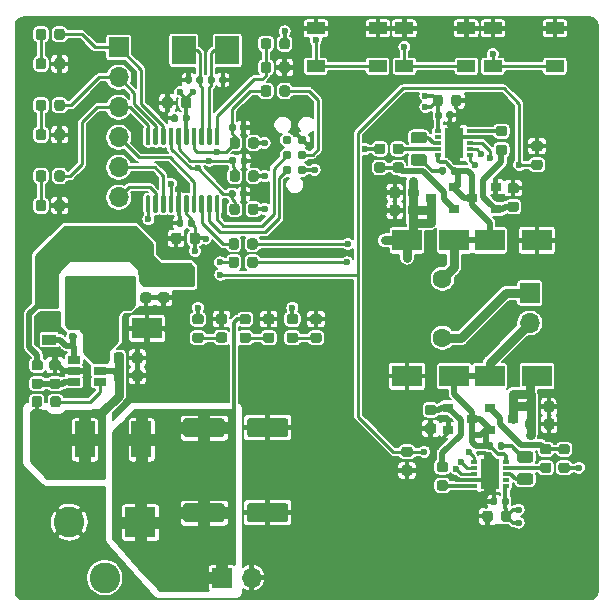
<source format=gbr>
%TF.GenerationSoftware,KiCad,Pcbnew,(5.1.6)-1*%
%TF.CreationDate,2021-07-30T18:26:22-07:00*%
%TF.ProjectId,Coil Driver,436f696c-2044-4726-9976-65722e6b6963,rev?*%
%TF.SameCoordinates,Original*%
%TF.FileFunction,Copper,L1,Top*%
%TF.FilePolarity,Positive*%
%FSLAX46Y46*%
G04 Gerber Fmt 4.6, Leading zero omitted, Abs format (unit mm)*
G04 Created by KiCad (PCBNEW (5.1.6)-1) date 2021-07-30 18:26:22*
%MOMM*%
%LPD*%
G01*
G04 APERTURE LIST*
%TA.AperFunction,ComponentPad*%
%ADD10O,1.700000X1.700000*%
%TD*%
%TA.AperFunction,ComponentPad*%
%ADD11R,1.700000X1.700000*%
%TD*%
%TA.AperFunction,SMDPad,CuDef*%
%ADD12R,2.000000X2.400000*%
%TD*%
%TA.AperFunction,SMDPad,CuDef*%
%ADD13R,0.600000X0.300000*%
%TD*%
%TA.AperFunction,SMDPad,CuDef*%
%ADD14R,1.650000X2.600000*%
%TD*%
%TA.AperFunction,SMDPad,CuDef*%
%ADD15R,1.060000X0.650000*%
%TD*%
%TA.AperFunction,SMDPad,CuDef*%
%ADD16R,1.550000X1.000000*%
%TD*%
%TA.AperFunction,SMDPad,CuDef*%
%ADD17R,0.900000X0.800000*%
%TD*%
%TA.AperFunction,SMDPad,CuDef*%
%ADD18C,0.100000*%
%TD*%
%TA.AperFunction,SMDPad,CuDef*%
%ADD19C,0.787400*%
%TD*%
%TA.AperFunction,ComponentPad*%
%ADD20C,2.600000*%
%TD*%
%TA.AperFunction,ComponentPad*%
%ADD21R,2.600000X2.600000*%
%TD*%
%TA.AperFunction,SMDPad,CuDef*%
%ADD22R,1.680000X3.150000*%
%TD*%
%TA.AperFunction,SMDPad,CuDef*%
%ADD23R,2.500000X1.800000*%
%TD*%
%TA.AperFunction,SMDPad,CuDef*%
%ADD24R,1.200000X0.900000*%
%TD*%
%TA.AperFunction,ComponentPad*%
%ADD25C,1.600000*%
%TD*%
%TA.AperFunction,ViaPad*%
%ADD26C,0.600000*%
%TD*%
%TA.AperFunction,Conductor*%
%ADD27C,0.508000*%
%TD*%
%TA.AperFunction,Conductor*%
%ADD28C,0.304800*%
%TD*%
%TA.AperFunction,Conductor*%
%ADD29C,0.762000*%
%TD*%
%TA.AperFunction,Conductor*%
%ADD30C,0.254000*%
%TD*%
%TA.AperFunction,Conductor*%
%ADD31C,0.177800*%
%TD*%
G04 APERTURE END LIST*
D10*
%TO.P,L2,2*%
%TO.N,/VSW-*%
X169900000Y-99240000D03*
D11*
%TO.P,L2,1*%
%TO.N,Net-(C17-Pad1)*%
X169900000Y-96700000D03*
%TD*%
%TO.P,R27,2*%
%TO.N,Net-(C26-Pad1)*%
%TA.AperFunction,SMDPad,CuDef*%
G36*
G01*
X145362500Y-86543750D02*
X145362500Y-87056250D01*
G75*
G02*
X145143750Y-87275000I-218750J0D01*
G01*
X144706250Y-87275000D01*
G75*
G02*
X144487500Y-87056250I0J218750D01*
G01*
X144487500Y-86543750D01*
G75*
G02*
X144706250Y-86325000I218750J0D01*
G01*
X145143750Y-86325000D01*
G75*
G02*
X145362500Y-86543750I0J-218750D01*
G01*
G37*
%TD.AperFunction*%
%TO.P,R27,1*%
%TO.N,+3V3*%
%TA.AperFunction,SMDPad,CuDef*%
G36*
G01*
X146937500Y-86543750D02*
X146937500Y-87056250D01*
G75*
G02*
X146718750Y-87275000I-218750J0D01*
G01*
X146281250Y-87275000D01*
G75*
G02*
X146062500Y-87056250I0J218750D01*
G01*
X146062500Y-86543750D01*
G75*
G02*
X146281250Y-86325000I218750J0D01*
G01*
X146718750Y-86325000D01*
G75*
G02*
X146937500Y-86543750I0J-218750D01*
G01*
G37*
%TD.AperFunction*%
%TD*%
%TO.P,C8,2*%
%TO.N,Net-(C8-Pad2)*%
%TA.AperFunction,SMDPad,CuDef*%
G36*
G01*
X162810000Y-86177500D02*
X162810000Y-86522500D01*
G75*
G02*
X162662500Y-86670000I-147500J0D01*
G01*
X162367500Y-86670000D01*
G75*
G02*
X162220000Y-86522500I0J147500D01*
G01*
X162220000Y-86177500D01*
G75*
G02*
X162367500Y-86030000I147500J0D01*
G01*
X162662500Y-86030000D01*
G75*
G02*
X162810000Y-86177500I0J-147500D01*
G01*
G37*
%TD.AperFunction*%
%TO.P,C8,1*%
%TO.N,/VSW+*%
%TA.AperFunction,SMDPad,CuDef*%
G36*
G01*
X163780000Y-86177500D02*
X163780000Y-86522500D01*
G75*
G02*
X163632500Y-86670000I-147500J0D01*
G01*
X163337500Y-86670000D01*
G75*
G02*
X163190000Y-86522500I0J147500D01*
G01*
X163190000Y-86177500D01*
G75*
G02*
X163337500Y-86030000I147500J0D01*
G01*
X163632500Y-86030000D01*
G75*
G02*
X163780000Y-86177500I0J-147500D01*
G01*
G37*
%TD.AperFunction*%
%TD*%
%TO.P,C7,2*%
%TO.N,Net-(C7-Pad2)*%
%TA.AperFunction,SMDPad,CuDef*%
G36*
G01*
X131372500Y-99710000D02*
X131027500Y-99710000D01*
G75*
G02*
X130880000Y-99562500I0J147500D01*
G01*
X130880000Y-99267500D01*
G75*
G02*
X131027500Y-99120000I147500J0D01*
G01*
X131372500Y-99120000D01*
G75*
G02*
X131520000Y-99267500I0J-147500D01*
G01*
X131520000Y-99562500D01*
G75*
G02*
X131372500Y-99710000I-147500J0D01*
G01*
G37*
%TD.AperFunction*%
%TO.P,C7,1*%
%TO.N,Net-(C7-Pad1)*%
%TA.AperFunction,SMDPad,CuDef*%
G36*
G01*
X131372500Y-100680000D02*
X131027500Y-100680000D01*
G75*
G02*
X130880000Y-100532500I0J147500D01*
G01*
X130880000Y-100237500D01*
G75*
G02*
X131027500Y-100090000I147500J0D01*
G01*
X131372500Y-100090000D01*
G75*
G02*
X131520000Y-100237500I0J-147500D01*
G01*
X131520000Y-100532500D01*
G75*
G02*
X131372500Y-100680000I-147500J0D01*
G01*
G37*
%TD.AperFunction*%
%TD*%
%TO.P,C6,2*%
%TO.N,GND*%
%TA.AperFunction,SMDPad,CuDef*%
G36*
G01*
X167160000Y-114177500D02*
X167160000Y-114522500D01*
G75*
G02*
X167012500Y-114670000I-147500J0D01*
G01*
X166717500Y-114670000D01*
G75*
G02*
X166570000Y-114522500I0J147500D01*
G01*
X166570000Y-114177500D01*
G75*
G02*
X166717500Y-114030000I147500J0D01*
G01*
X167012500Y-114030000D01*
G75*
G02*
X167160000Y-114177500I0J-147500D01*
G01*
G37*
%TD.AperFunction*%
%TO.P,C6,1*%
%TO.N,+12V*%
%TA.AperFunction,SMDPad,CuDef*%
G36*
G01*
X168130000Y-114177500D02*
X168130000Y-114522500D01*
G75*
G02*
X167982500Y-114670000I-147500J0D01*
G01*
X167687500Y-114670000D01*
G75*
G02*
X167540000Y-114522500I0J147500D01*
G01*
X167540000Y-114177500D01*
G75*
G02*
X167687500Y-114030000I147500J0D01*
G01*
X167982500Y-114030000D01*
G75*
G02*
X168130000Y-114177500I0J-147500D01*
G01*
G37*
%TD.AperFunction*%
%TD*%
%TO.P,R18,2*%
%TO.N,Net-(C25-Pad2)*%
%TA.AperFunction,SMDPad,CuDef*%
G36*
G01*
X169956250Y-111062500D02*
X169043750Y-111062500D01*
G75*
G02*
X168800000Y-110818750I0J243750D01*
G01*
X168800000Y-110331250D01*
G75*
G02*
X169043750Y-110087500I243750J0D01*
G01*
X169956250Y-110087500D01*
G75*
G02*
X170200000Y-110331250I0J-243750D01*
G01*
X170200000Y-110818750D01*
G75*
G02*
X169956250Y-111062500I-243750J0D01*
G01*
G37*
%TD.AperFunction*%
%TO.P,R18,1*%
%TO.N,Net-(R18-Pad1)*%
%TA.AperFunction,SMDPad,CuDef*%
G36*
G01*
X169956250Y-112937500D02*
X169043750Y-112937500D01*
G75*
G02*
X168800000Y-112693750I0J243750D01*
G01*
X168800000Y-112206250D01*
G75*
G02*
X169043750Y-111962500I243750J0D01*
G01*
X169956250Y-111962500D01*
G75*
G02*
X170200000Y-112206250I0J-243750D01*
G01*
X170200000Y-112693750D01*
G75*
G02*
X169956250Y-112937500I-243750J0D01*
G01*
G37*
%TD.AperFunction*%
%TD*%
%TO.P,R3,2*%
%TO.N,Net-(C8-Pad2)*%
%TA.AperFunction,SMDPad,CuDef*%
G36*
G01*
X160043750Y-84937500D02*
X160956250Y-84937500D01*
G75*
G02*
X161200000Y-85181250I0J-243750D01*
G01*
X161200000Y-85668750D01*
G75*
G02*
X160956250Y-85912500I-243750J0D01*
G01*
X160043750Y-85912500D01*
G75*
G02*
X159800000Y-85668750I0J243750D01*
G01*
X159800000Y-85181250D01*
G75*
G02*
X160043750Y-84937500I243750J0D01*
G01*
G37*
%TD.AperFunction*%
%TO.P,R3,1*%
%TO.N,Net-(R3-Pad1)*%
%TA.AperFunction,SMDPad,CuDef*%
G36*
G01*
X160043750Y-83062500D02*
X160956250Y-83062500D01*
G75*
G02*
X161200000Y-83306250I0J-243750D01*
G01*
X161200000Y-83793750D01*
G75*
G02*
X160956250Y-84037500I-243750J0D01*
G01*
X160043750Y-84037500D01*
G75*
G02*
X159800000Y-83793750I0J243750D01*
G01*
X159800000Y-83306250D01*
G75*
G02*
X160043750Y-83062500I243750J0D01*
G01*
G37*
%TD.AperFunction*%
%TD*%
D12*
%TO.P,Y1,2*%
%TO.N,Net-(C20-Pad1)*%
X144300000Y-76150000D03*
%TO.P,Y1,1*%
%TO.N,Net-(C21-Pad1)*%
X140600000Y-76150000D03*
%TD*%
%TO.P,R29,2*%
%TO.N,GND*%
%TA.AperFunction,SMDPad,CuDef*%
G36*
G01*
X129650000Y-89556250D02*
X129650000Y-89043750D01*
G75*
G02*
X129868750Y-88825000I218750J0D01*
G01*
X130306250Y-88825000D01*
G75*
G02*
X130525000Y-89043750I0J-218750D01*
G01*
X130525000Y-89556250D01*
G75*
G02*
X130306250Y-89775000I-218750J0D01*
G01*
X129868750Y-89775000D01*
G75*
G02*
X129650000Y-89556250I0J218750D01*
G01*
G37*
%TD.AperFunction*%
%TO.P,R29,1*%
%TO.N,Net-(D12-Pad1)*%
%TA.AperFunction,SMDPad,CuDef*%
G36*
G01*
X128075000Y-89556250D02*
X128075000Y-89043750D01*
G75*
G02*
X128293750Y-88825000I218750J0D01*
G01*
X128731250Y-88825000D01*
G75*
G02*
X128950000Y-89043750I0J-218750D01*
G01*
X128950000Y-89556250D01*
G75*
G02*
X128731250Y-89775000I-218750J0D01*
G01*
X128293750Y-89775000D01*
G75*
G02*
X128075000Y-89556250I0J218750D01*
G01*
G37*
%TD.AperFunction*%
%TD*%
%TO.P,R26,2*%
%TO.N,GND*%
%TA.AperFunction,SMDPad,CuDef*%
G36*
G01*
X129650000Y-83556250D02*
X129650000Y-83043750D01*
G75*
G02*
X129868750Y-82825000I218750J0D01*
G01*
X130306250Y-82825000D01*
G75*
G02*
X130525000Y-83043750I0J-218750D01*
G01*
X130525000Y-83556250D01*
G75*
G02*
X130306250Y-83775000I-218750J0D01*
G01*
X129868750Y-83775000D01*
G75*
G02*
X129650000Y-83556250I0J218750D01*
G01*
G37*
%TD.AperFunction*%
%TO.P,R26,1*%
%TO.N,Net-(D11-Pad1)*%
%TA.AperFunction,SMDPad,CuDef*%
G36*
G01*
X128075000Y-83556250D02*
X128075000Y-83043750D01*
G75*
G02*
X128293750Y-82825000I218750J0D01*
G01*
X128731250Y-82825000D01*
G75*
G02*
X128950000Y-83043750I0J-218750D01*
G01*
X128950000Y-83556250D01*
G75*
G02*
X128731250Y-83775000I-218750J0D01*
G01*
X128293750Y-83775000D01*
G75*
G02*
X128075000Y-83556250I0J218750D01*
G01*
G37*
%TD.AperFunction*%
%TD*%
%TO.P,R25,2*%
%TO.N,GND*%
%TA.AperFunction,SMDPad,CuDef*%
G36*
G01*
X129650000Y-77556250D02*
X129650000Y-77043750D01*
G75*
G02*
X129868750Y-76825000I218750J0D01*
G01*
X130306250Y-76825000D01*
G75*
G02*
X130525000Y-77043750I0J-218750D01*
G01*
X130525000Y-77556250D01*
G75*
G02*
X130306250Y-77775000I-218750J0D01*
G01*
X129868750Y-77775000D01*
G75*
G02*
X129650000Y-77556250I0J218750D01*
G01*
G37*
%TD.AperFunction*%
%TO.P,R25,1*%
%TO.N,Net-(D10-Pad1)*%
%TA.AperFunction,SMDPad,CuDef*%
G36*
G01*
X128075000Y-77556250D02*
X128075000Y-77043750D01*
G75*
G02*
X128293750Y-76825000I218750J0D01*
G01*
X128731250Y-76825000D01*
G75*
G02*
X128950000Y-77043750I0J-218750D01*
G01*
X128950000Y-77556250D01*
G75*
G02*
X128731250Y-77775000I-218750J0D01*
G01*
X128293750Y-77775000D01*
G75*
G02*
X128075000Y-77556250I0J218750D01*
G01*
G37*
%TD.AperFunction*%
%TD*%
%TO.P,R12,2*%
%TO.N,GND*%
%TA.AperFunction,SMDPad,CuDef*%
G36*
G01*
X144056250Y-99337500D02*
X143543750Y-99337500D01*
G75*
G02*
X143325000Y-99118750I0J218750D01*
G01*
X143325000Y-98681250D01*
G75*
G02*
X143543750Y-98462500I218750J0D01*
G01*
X144056250Y-98462500D01*
G75*
G02*
X144275000Y-98681250I0J-218750D01*
G01*
X144275000Y-99118750D01*
G75*
G02*
X144056250Y-99337500I-218750J0D01*
G01*
G37*
%TD.AperFunction*%
%TO.P,R12,1*%
%TO.N,Net-(D7-Pad1)*%
%TA.AperFunction,SMDPad,CuDef*%
G36*
G01*
X144056250Y-100912500D02*
X143543750Y-100912500D01*
G75*
G02*
X143325000Y-100693750I0J218750D01*
G01*
X143325000Y-100256250D01*
G75*
G02*
X143543750Y-100037500I218750J0D01*
G01*
X144056250Y-100037500D01*
G75*
G02*
X144275000Y-100256250I0J-218750D01*
G01*
X144275000Y-100693750D01*
G75*
G02*
X144056250Y-100912500I-218750J0D01*
G01*
G37*
%TD.AperFunction*%
%TD*%
%TO.P,R11,2*%
%TO.N,GND*%
%TA.AperFunction,SMDPad,CuDef*%
G36*
G01*
X148056250Y-99350000D02*
X147543750Y-99350000D01*
G75*
G02*
X147325000Y-99131250I0J218750D01*
G01*
X147325000Y-98693750D01*
G75*
G02*
X147543750Y-98475000I218750J0D01*
G01*
X148056250Y-98475000D01*
G75*
G02*
X148275000Y-98693750I0J-218750D01*
G01*
X148275000Y-99131250D01*
G75*
G02*
X148056250Y-99350000I-218750J0D01*
G01*
G37*
%TD.AperFunction*%
%TO.P,R11,1*%
%TO.N,Net-(D6-Pad1)*%
%TA.AperFunction,SMDPad,CuDef*%
G36*
G01*
X148056250Y-100925000D02*
X147543750Y-100925000D01*
G75*
G02*
X147325000Y-100706250I0J218750D01*
G01*
X147325000Y-100268750D01*
G75*
G02*
X147543750Y-100050000I218750J0D01*
G01*
X148056250Y-100050000D01*
G75*
G02*
X148275000Y-100268750I0J-218750D01*
G01*
X148275000Y-100706250D01*
G75*
G02*
X148056250Y-100925000I-218750J0D01*
G01*
G37*
%TD.AperFunction*%
%TD*%
%TO.P,R10,2*%
%TO.N,GND*%
%TA.AperFunction,SMDPad,CuDef*%
G36*
G01*
X152056250Y-99350000D02*
X151543750Y-99350000D01*
G75*
G02*
X151325000Y-99131250I0J218750D01*
G01*
X151325000Y-98693750D01*
G75*
G02*
X151543750Y-98475000I218750J0D01*
G01*
X152056250Y-98475000D01*
G75*
G02*
X152275000Y-98693750I0J-218750D01*
G01*
X152275000Y-99131250D01*
G75*
G02*
X152056250Y-99350000I-218750J0D01*
G01*
G37*
%TD.AperFunction*%
%TO.P,R10,1*%
%TO.N,Net-(D3-Pad1)*%
%TA.AperFunction,SMDPad,CuDef*%
G36*
G01*
X152056250Y-100925000D02*
X151543750Y-100925000D01*
G75*
G02*
X151325000Y-100706250I0J218750D01*
G01*
X151325000Y-100268750D01*
G75*
G02*
X151543750Y-100050000I218750J0D01*
G01*
X152056250Y-100050000D01*
G75*
G02*
X152275000Y-100268750I0J-218750D01*
G01*
X152275000Y-100706250D01*
G75*
G02*
X152056250Y-100925000I-218750J0D01*
G01*
G37*
%TD.AperFunction*%
%TD*%
%TO.P,D12,2*%
%TO.N,/LD3*%
%TA.AperFunction,SMDPad,CuDef*%
G36*
G01*
X129650000Y-87056250D02*
X129650000Y-86543750D01*
G75*
G02*
X129868750Y-86325000I218750J0D01*
G01*
X130306250Y-86325000D01*
G75*
G02*
X130525000Y-86543750I0J-218750D01*
G01*
X130525000Y-87056250D01*
G75*
G02*
X130306250Y-87275000I-218750J0D01*
G01*
X129868750Y-87275000D01*
G75*
G02*
X129650000Y-87056250I0J218750D01*
G01*
G37*
%TD.AperFunction*%
%TO.P,D12,1*%
%TO.N,Net-(D12-Pad1)*%
%TA.AperFunction,SMDPad,CuDef*%
G36*
G01*
X128075000Y-87056250D02*
X128075000Y-86543750D01*
G75*
G02*
X128293750Y-86325000I218750J0D01*
G01*
X128731250Y-86325000D01*
G75*
G02*
X128950000Y-86543750I0J-218750D01*
G01*
X128950000Y-87056250D01*
G75*
G02*
X128731250Y-87275000I-218750J0D01*
G01*
X128293750Y-87275000D01*
G75*
G02*
X128075000Y-87056250I0J218750D01*
G01*
G37*
%TD.AperFunction*%
%TD*%
%TO.P,D11,2*%
%TO.N,/LD2*%
%TA.AperFunction,SMDPad,CuDef*%
G36*
G01*
X129650000Y-81056250D02*
X129650000Y-80543750D01*
G75*
G02*
X129868750Y-80325000I218750J0D01*
G01*
X130306250Y-80325000D01*
G75*
G02*
X130525000Y-80543750I0J-218750D01*
G01*
X130525000Y-81056250D01*
G75*
G02*
X130306250Y-81275000I-218750J0D01*
G01*
X129868750Y-81275000D01*
G75*
G02*
X129650000Y-81056250I0J218750D01*
G01*
G37*
%TD.AperFunction*%
%TO.P,D11,1*%
%TO.N,Net-(D11-Pad1)*%
%TA.AperFunction,SMDPad,CuDef*%
G36*
G01*
X128075000Y-81056250D02*
X128075000Y-80543750D01*
G75*
G02*
X128293750Y-80325000I218750J0D01*
G01*
X128731250Y-80325000D01*
G75*
G02*
X128950000Y-80543750I0J-218750D01*
G01*
X128950000Y-81056250D01*
G75*
G02*
X128731250Y-81275000I-218750J0D01*
G01*
X128293750Y-81275000D01*
G75*
G02*
X128075000Y-81056250I0J218750D01*
G01*
G37*
%TD.AperFunction*%
%TD*%
%TO.P,D10,2*%
%TO.N,/LD1*%
%TA.AperFunction,SMDPad,CuDef*%
G36*
G01*
X129650000Y-75056250D02*
X129650000Y-74543750D01*
G75*
G02*
X129868750Y-74325000I218750J0D01*
G01*
X130306250Y-74325000D01*
G75*
G02*
X130525000Y-74543750I0J-218750D01*
G01*
X130525000Y-75056250D01*
G75*
G02*
X130306250Y-75275000I-218750J0D01*
G01*
X129868750Y-75275000D01*
G75*
G02*
X129650000Y-75056250I0J218750D01*
G01*
G37*
%TD.AperFunction*%
%TO.P,D10,1*%
%TO.N,Net-(D10-Pad1)*%
%TA.AperFunction,SMDPad,CuDef*%
G36*
G01*
X128075000Y-75056250D02*
X128075000Y-74543750D01*
G75*
G02*
X128293750Y-74325000I218750J0D01*
G01*
X128731250Y-74325000D01*
G75*
G02*
X128950000Y-74543750I0J-218750D01*
G01*
X128950000Y-75056250D01*
G75*
G02*
X128731250Y-75275000I-218750J0D01*
G01*
X128293750Y-75275000D01*
G75*
G02*
X128075000Y-75056250I0J218750D01*
G01*
G37*
%TD.AperFunction*%
%TD*%
%TO.P,D7,2*%
%TO.N,+3V3*%
%TA.AperFunction,SMDPad,CuDef*%
G36*
G01*
X142056250Y-99350000D02*
X141543750Y-99350000D01*
G75*
G02*
X141325000Y-99131250I0J218750D01*
G01*
X141325000Y-98693750D01*
G75*
G02*
X141543750Y-98475000I218750J0D01*
G01*
X142056250Y-98475000D01*
G75*
G02*
X142275000Y-98693750I0J-218750D01*
G01*
X142275000Y-99131250D01*
G75*
G02*
X142056250Y-99350000I-218750J0D01*
G01*
G37*
%TD.AperFunction*%
%TO.P,D7,1*%
%TO.N,Net-(D7-Pad1)*%
%TA.AperFunction,SMDPad,CuDef*%
G36*
G01*
X142056250Y-100925000D02*
X141543750Y-100925000D01*
G75*
G02*
X141325000Y-100706250I0J218750D01*
G01*
X141325000Y-100268750D01*
G75*
G02*
X141543750Y-100050000I218750J0D01*
G01*
X142056250Y-100050000D01*
G75*
G02*
X142275000Y-100268750I0J-218750D01*
G01*
X142275000Y-100706250D01*
G75*
G02*
X142056250Y-100925000I-218750J0D01*
G01*
G37*
%TD.AperFunction*%
%TD*%
%TO.P,D6,2*%
%TO.N,VDD*%
%TA.AperFunction,SMDPad,CuDef*%
G36*
G01*
X146056250Y-99350000D02*
X145543750Y-99350000D01*
G75*
G02*
X145325000Y-99131250I0J218750D01*
G01*
X145325000Y-98693750D01*
G75*
G02*
X145543750Y-98475000I218750J0D01*
G01*
X146056250Y-98475000D01*
G75*
G02*
X146275000Y-98693750I0J-218750D01*
G01*
X146275000Y-99131250D01*
G75*
G02*
X146056250Y-99350000I-218750J0D01*
G01*
G37*
%TD.AperFunction*%
%TO.P,D6,1*%
%TO.N,Net-(D6-Pad1)*%
%TA.AperFunction,SMDPad,CuDef*%
G36*
G01*
X146056250Y-100925000D02*
X145543750Y-100925000D01*
G75*
G02*
X145325000Y-100706250I0J218750D01*
G01*
X145325000Y-100268750D01*
G75*
G02*
X145543750Y-100050000I218750J0D01*
G01*
X146056250Y-100050000D01*
G75*
G02*
X146275000Y-100268750I0J-218750D01*
G01*
X146275000Y-100706250D01*
G75*
G02*
X146056250Y-100925000I-218750J0D01*
G01*
G37*
%TD.AperFunction*%
%TD*%
%TO.P,D3,2*%
%TO.N,+12V*%
%TA.AperFunction,SMDPad,CuDef*%
G36*
G01*
X150056250Y-99350000D02*
X149543750Y-99350000D01*
G75*
G02*
X149325000Y-99131250I0J218750D01*
G01*
X149325000Y-98693750D01*
G75*
G02*
X149543750Y-98475000I218750J0D01*
G01*
X150056250Y-98475000D01*
G75*
G02*
X150275000Y-98693750I0J-218750D01*
G01*
X150275000Y-99131250D01*
G75*
G02*
X150056250Y-99350000I-218750J0D01*
G01*
G37*
%TD.AperFunction*%
%TO.P,D3,1*%
%TO.N,Net-(D3-Pad1)*%
%TA.AperFunction,SMDPad,CuDef*%
G36*
G01*
X150056250Y-100925000D02*
X149543750Y-100925000D01*
G75*
G02*
X149325000Y-100706250I0J218750D01*
G01*
X149325000Y-100268750D01*
G75*
G02*
X149543750Y-100050000I218750J0D01*
G01*
X150056250Y-100050000D01*
G75*
G02*
X150275000Y-100268750I0J-218750D01*
G01*
X150275000Y-100706250D01*
G75*
G02*
X150056250Y-100925000I-218750J0D01*
G01*
G37*
%TD.AperFunction*%
%TD*%
%TO.P,U4,20*%
%TO.N,/SWCLK*%
%TA.AperFunction,SMDPad,CuDef*%
G36*
G01*
X143325000Y-88425000D02*
X143525000Y-88425000D01*
G75*
G02*
X143625000Y-88525000I0J-100000D01*
G01*
X143625000Y-89800000D01*
G75*
G02*
X143525000Y-89900000I-100000J0D01*
G01*
X143325000Y-89900000D01*
G75*
G02*
X143225000Y-89800000I0J100000D01*
G01*
X143225000Y-88525000D01*
G75*
G02*
X143325000Y-88425000I100000J0D01*
G01*
G37*
%TD.AperFunction*%
%TO.P,U4,19*%
%TO.N,/SWDIO*%
%TA.AperFunction,SMDPad,CuDef*%
G36*
G01*
X142675000Y-88425000D02*
X142875000Y-88425000D01*
G75*
G02*
X142975000Y-88525000I0J-100000D01*
G01*
X142975000Y-89800000D01*
G75*
G02*
X142875000Y-89900000I-100000J0D01*
G01*
X142675000Y-89900000D01*
G75*
G02*
X142575000Y-89800000I0J100000D01*
G01*
X142575000Y-88525000D01*
G75*
G02*
X142675000Y-88425000I100000J0D01*
G01*
G37*
%TD.AperFunction*%
%TO.P,U4,18*%
%TO.N,Net-(R23-Pad2)*%
%TA.AperFunction,SMDPad,CuDef*%
G36*
G01*
X142025000Y-88425000D02*
X142225000Y-88425000D01*
G75*
G02*
X142325000Y-88525000I0J-100000D01*
G01*
X142325000Y-89800000D01*
G75*
G02*
X142225000Y-89900000I-100000J0D01*
G01*
X142025000Y-89900000D01*
G75*
G02*
X141925000Y-89800000I0J100000D01*
G01*
X141925000Y-88525000D01*
G75*
G02*
X142025000Y-88425000I100000J0D01*
G01*
G37*
%TD.AperFunction*%
%TO.P,U4,17*%
%TO.N,/EX3*%
%TA.AperFunction,SMDPad,CuDef*%
G36*
G01*
X141375000Y-88425000D02*
X141575000Y-88425000D01*
G75*
G02*
X141675000Y-88525000I0J-100000D01*
G01*
X141675000Y-89800000D01*
G75*
G02*
X141575000Y-89900000I-100000J0D01*
G01*
X141375000Y-89900000D01*
G75*
G02*
X141275000Y-89800000I0J100000D01*
G01*
X141275000Y-88525000D01*
G75*
G02*
X141375000Y-88425000I100000J0D01*
G01*
G37*
%TD.AperFunction*%
%TO.P,U4,16*%
%TO.N,+3V3*%
%TA.AperFunction,SMDPad,CuDef*%
G36*
G01*
X140725000Y-88425000D02*
X140925000Y-88425000D01*
G75*
G02*
X141025000Y-88525000I0J-100000D01*
G01*
X141025000Y-89800000D01*
G75*
G02*
X140925000Y-89900000I-100000J0D01*
G01*
X140725000Y-89900000D01*
G75*
G02*
X140625000Y-89800000I0J100000D01*
G01*
X140625000Y-88525000D01*
G75*
G02*
X140725000Y-88425000I100000J0D01*
G01*
G37*
%TD.AperFunction*%
%TO.P,U4,15*%
%TO.N,GND*%
%TA.AperFunction,SMDPad,CuDef*%
G36*
G01*
X140075000Y-88425000D02*
X140275000Y-88425000D01*
G75*
G02*
X140375000Y-88525000I0J-100000D01*
G01*
X140375000Y-89800000D01*
G75*
G02*
X140275000Y-89900000I-100000J0D01*
G01*
X140075000Y-89900000D01*
G75*
G02*
X139975000Y-89800000I0J100000D01*
G01*
X139975000Y-88525000D01*
G75*
G02*
X140075000Y-88425000I100000J0D01*
G01*
G37*
%TD.AperFunction*%
%TO.P,U4,14*%
%TO.N,Net-(R24-Pad2)*%
%TA.AperFunction,SMDPad,CuDef*%
G36*
G01*
X139425000Y-88425000D02*
X139625000Y-88425000D01*
G75*
G02*
X139725000Y-88525000I0J-100000D01*
G01*
X139725000Y-89800000D01*
G75*
G02*
X139625000Y-89900000I-100000J0D01*
G01*
X139425000Y-89900000D01*
G75*
G02*
X139325000Y-89800000I0J100000D01*
G01*
X139325000Y-88525000D01*
G75*
G02*
X139425000Y-88425000I100000J0D01*
G01*
G37*
%TD.AperFunction*%
%TO.P,U4,13*%
%TO.N,/EX2*%
%TA.AperFunction,SMDPad,CuDef*%
G36*
G01*
X138775000Y-88425000D02*
X138975000Y-88425000D01*
G75*
G02*
X139075000Y-88525000I0J-100000D01*
G01*
X139075000Y-89800000D01*
G75*
G02*
X138975000Y-89900000I-100000J0D01*
G01*
X138775000Y-89900000D01*
G75*
G02*
X138675000Y-89800000I0J100000D01*
G01*
X138675000Y-88525000D01*
G75*
G02*
X138775000Y-88425000I100000J0D01*
G01*
G37*
%TD.AperFunction*%
%TO.P,U4,12*%
%TO.N,/EX1*%
%TA.AperFunction,SMDPad,CuDef*%
G36*
G01*
X138125000Y-88425000D02*
X138325000Y-88425000D01*
G75*
G02*
X138425000Y-88525000I0J-100000D01*
G01*
X138425000Y-89800000D01*
G75*
G02*
X138325000Y-89900000I-100000J0D01*
G01*
X138125000Y-89900000D01*
G75*
G02*
X138025000Y-89800000I0J100000D01*
G01*
X138025000Y-88525000D01*
G75*
G02*
X138125000Y-88425000I100000J0D01*
G01*
G37*
%TD.AperFunction*%
%TO.P,U4,11*%
%TO.N,/GD_EN*%
%TA.AperFunction,SMDPad,CuDef*%
G36*
G01*
X137475000Y-88425000D02*
X137675000Y-88425000D01*
G75*
G02*
X137775000Y-88525000I0J-100000D01*
G01*
X137775000Y-89800000D01*
G75*
G02*
X137675000Y-89900000I-100000J0D01*
G01*
X137475000Y-89900000D01*
G75*
G02*
X137375000Y-89800000I0J100000D01*
G01*
X137375000Y-88525000D01*
G75*
G02*
X137475000Y-88425000I100000J0D01*
G01*
G37*
%TD.AperFunction*%
%TO.P,U4,10*%
%TO.N,/LD3*%
%TA.AperFunction,SMDPad,CuDef*%
G36*
G01*
X137475000Y-82700000D02*
X137675000Y-82700000D01*
G75*
G02*
X137775000Y-82800000I0J-100000D01*
G01*
X137775000Y-84075000D01*
G75*
G02*
X137675000Y-84175000I-100000J0D01*
G01*
X137475000Y-84175000D01*
G75*
G02*
X137375000Y-84075000I0J100000D01*
G01*
X137375000Y-82800000D01*
G75*
G02*
X137475000Y-82700000I100000J0D01*
G01*
G37*
%TD.AperFunction*%
%TO.P,U4,9*%
%TO.N,/LD2*%
%TA.AperFunction,SMDPad,CuDef*%
G36*
G01*
X138125000Y-82700000D02*
X138325000Y-82700000D01*
G75*
G02*
X138425000Y-82800000I0J-100000D01*
G01*
X138425000Y-84075000D01*
G75*
G02*
X138325000Y-84175000I-100000J0D01*
G01*
X138125000Y-84175000D01*
G75*
G02*
X138025000Y-84075000I0J100000D01*
G01*
X138025000Y-82800000D01*
G75*
G02*
X138125000Y-82700000I100000J0D01*
G01*
G37*
%TD.AperFunction*%
%TO.P,U4,8*%
%TO.N,/LD1*%
%TA.AperFunction,SMDPad,CuDef*%
G36*
G01*
X138775000Y-82700000D02*
X138975000Y-82700000D01*
G75*
G02*
X139075000Y-82800000I0J-100000D01*
G01*
X139075000Y-84075000D01*
G75*
G02*
X138975000Y-84175000I-100000J0D01*
G01*
X138775000Y-84175000D01*
G75*
G02*
X138675000Y-84075000I0J100000D01*
G01*
X138675000Y-82800000D01*
G75*
G02*
X138775000Y-82700000I100000J0D01*
G01*
G37*
%TD.AperFunction*%
%TO.P,U4,7*%
%TO.N,Net-(C27-Pad1)*%
%TA.AperFunction,SMDPad,CuDef*%
G36*
G01*
X139425000Y-82700000D02*
X139625000Y-82700000D01*
G75*
G02*
X139725000Y-82800000I0J-100000D01*
G01*
X139725000Y-84075000D01*
G75*
G02*
X139625000Y-84175000I-100000J0D01*
G01*
X139425000Y-84175000D01*
G75*
G02*
X139325000Y-84075000I0J100000D01*
G01*
X139325000Y-82800000D01*
G75*
G02*
X139425000Y-82700000I100000J0D01*
G01*
G37*
%TD.AperFunction*%
%TO.P,U4,6*%
%TO.N,Net-(C26-Pad1)*%
%TA.AperFunction,SMDPad,CuDef*%
G36*
G01*
X140075000Y-82700000D02*
X140275000Y-82700000D01*
G75*
G02*
X140375000Y-82800000I0J-100000D01*
G01*
X140375000Y-84075000D01*
G75*
G02*
X140275000Y-84175000I-100000J0D01*
G01*
X140075000Y-84175000D01*
G75*
G02*
X139975000Y-84075000I0J100000D01*
G01*
X139975000Y-82800000D01*
G75*
G02*
X140075000Y-82700000I100000J0D01*
G01*
G37*
%TD.AperFunction*%
%TO.P,U4,5*%
%TO.N,+3V3*%
%TA.AperFunction,SMDPad,CuDef*%
G36*
G01*
X140725000Y-82700000D02*
X140925000Y-82700000D01*
G75*
G02*
X141025000Y-82800000I0J-100000D01*
G01*
X141025000Y-84075000D01*
G75*
G02*
X140925000Y-84175000I-100000J0D01*
G01*
X140725000Y-84175000D01*
G75*
G02*
X140625000Y-84075000I0J100000D01*
G01*
X140625000Y-82800000D01*
G75*
G02*
X140725000Y-82700000I100000J0D01*
G01*
G37*
%TD.AperFunction*%
%TO.P,U4,4*%
%TO.N,Net-(C23-Pad1)*%
%TA.AperFunction,SMDPad,CuDef*%
G36*
G01*
X141375000Y-82700000D02*
X141575000Y-82700000D01*
G75*
G02*
X141675000Y-82800000I0J-100000D01*
G01*
X141675000Y-84075000D01*
G75*
G02*
X141575000Y-84175000I-100000J0D01*
G01*
X141375000Y-84175000D01*
G75*
G02*
X141275000Y-84075000I0J100000D01*
G01*
X141275000Y-82800000D01*
G75*
G02*
X141375000Y-82700000I100000J0D01*
G01*
G37*
%TD.AperFunction*%
%TO.P,U4,3*%
%TO.N,Net-(C21-Pad1)*%
%TA.AperFunction,SMDPad,CuDef*%
G36*
G01*
X142025000Y-82700000D02*
X142225000Y-82700000D01*
G75*
G02*
X142325000Y-82800000I0J-100000D01*
G01*
X142325000Y-84075000D01*
G75*
G02*
X142225000Y-84175000I-100000J0D01*
G01*
X142025000Y-84175000D01*
G75*
G02*
X141925000Y-84075000I0J100000D01*
G01*
X141925000Y-82800000D01*
G75*
G02*
X142025000Y-82700000I100000J0D01*
G01*
G37*
%TD.AperFunction*%
%TO.P,U4,2*%
%TO.N,Net-(C20-Pad1)*%
%TA.AperFunction,SMDPad,CuDef*%
G36*
G01*
X142675000Y-82700000D02*
X142875000Y-82700000D01*
G75*
G02*
X142975000Y-82800000I0J-100000D01*
G01*
X142975000Y-84075000D01*
G75*
G02*
X142875000Y-84175000I-100000J0D01*
G01*
X142675000Y-84175000D01*
G75*
G02*
X142575000Y-84075000I0J100000D01*
G01*
X142575000Y-82800000D01*
G75*
G02*
X142675000Y-82700000I100000J0D01*
G01*
G37*
%TD.AperFunction*%
%TO.P,U4,1*%
%TO.N,Net-(R19-Pad2)*%
%TA.AperFunction,SMDPad,CuDef*%
G36*
G01*
X143325000Y-82700000D02*
X143525000Y-82700000D01*
G75*
G02*
X143625000Y-82800000I0J-100000D01*
G01*
X143625000Y-84075000D01*
G75*
G02*
X143525000Y-84175000I-100000J0D01*
G01*
X143325000Y-84175000D01*
G75*
G02*
X143225000Y-84075000I0J100000D01*
G01*
X143225000Y-82800000D01*
G75*
G02*
X143325000Y-82700000I100000J0D01*
G01*
G37*
%TD.AperFunction*%
%TD*%
D13*
%TO.P,U3,10*%
%TO.N,/LO_B*%
X165150000Y-113000000D03*
%TO.P,U3,9*%
%TO.N,GND*%
X165150000Y-112500000D03*
%TO.P,U3,8*%
%TO.N,/LIN*%
X165150000Y-112000000D03*
%TO.P,U3,7*%
%TO.N,/HIN*%
X165150000Y-111500000D03*
%TO.P,U3,6*%
%TO.N,/GD_EN*%
X165150000Y-111000000D03*
%TO.P,U3,5*%
%TO.N,/VSW-*%
X167850000Y-111000000D03*
%TO.P,U3,4*%
%TO.N,/HO_B*%
X167850000Y-111500000D03*
%TO.P,U3,3*%
%TO.N,Net-(R18-Pad1)*%
X167850000Y-112000000D03*
%TO.P,U3,2*%
%TO.N,Net-(U3-Pad2)*%
X167850000Y-112500000D03*
%TO.P,U3,1*%
%TO.N,+12V*%
X167850000Y-113000000D03*
D14*
%TO.P,U3,PAD*%
%TO.N,GND*%
X166500000Y-112000000D03*
%TD*%
D15*
%TO.P,U2,5*%
%TO.N,+12V*%
X133500000Y-103300000D03*
%TO.P,U2,6*%
%TO.N,Net-(C7-Pad2)*%
X133500000Y-102350000D03*
%TO.P,U2,4*%
%TO.N,Net-(R2-Pad2)*%
X133500000Y-104250000D03*
%TO.P,U2,3*%
%TO.N,Net-(R8-Pad2)*%
X131300000Y-104250000D03*
%TO.P,U2,2*%
%TO.N,GND*%
X131300000Y-103300000D03*
%TO.P,U2,1*%
%TO.N,Net-(C7-Pad1)*%
X131300000Y-102350000D03*
%TD*%
D13*
%TO.P,U1,10*%
%TO.N,/LO_A*%
X164850000Y-83000000D03*
%TO.P,U1,9*%
%TO.N,GND*%
X164850000Y-83500000D03*
%TO.P,U1,8*%
%TO.N,/LIN*%
X164850000Y-84000000D03*
%TO.P,U1,7*%
%TO.N,/HIN*%
X164850000Y-84500000D03*
%TO.P,U1,6*%
%TO.N,/GD_EN*%
X164850000Y-85000000D03*
%TO.P,U1,5*%
%TO.N,/VSW+*%
X162150000Y-85000000D03*
%TO.P,U1,4*%
%TO.N,/HO_A*%
X162150000Y-84500000D03*
%TO.P,U1,3*%
%TO.N,Net-(R3-Pad1)*%
X162150000Y-84000000D03*
%TO.P,U1,2*%
%TO.N,Net-(U1-Pad2)*%
X162150000Y-83500000D03*
%TO.P,U1,1*%
%TO.N,+12V*%
X162150000Y-83000000D03*
D14*
%TO.P,U1,PAD*%
%TO.N,GND*%
X163500000Y-84000000D03*
%TD*%
D16*
%TO.P,SW3,2*%
%TO.N,Net-(C27-Pad1)*%
X157025000Y-77500000D03*
X151775000Y-77500000D03*
%TO.P,SW3,1*%
%TO.N,GND*%
X157025000Y-74300000D03*
X151775000Y-74300000D03*
%TD*%
%TO.P,SW2,2*%
%TO.N,Net-(C26-Pad1)*%
X164525000Y-77500000D03*
X159275000Y-77500000D03*
%TO.P,SW2,1*%
%TO.N,GND*%
X164525000Y-74300000D03*
X159275000Y-74300000D03*
%TD*%
%TO.P,SW1,2*%
%TO.N,Net-(C23-Pad1)*%
X172025000Y-77500000D03*
X166775000Y-77500000D03*
%TO.P,SW1,1*%
%TO.N,GND*%
X172025000Y-74300000D03*
X166775000Y-74300000D03*
%TD*%
%TO.P,R28,2*%
%TO.N,Net-(C27-Pad1)*%
%TA.AperFunction,SMDPad,CuDef*%
G36*
G01*
X145337500Y-89343750D02*
X145337500Y-89856250D01*
G75*
G02*
X145118750Y-90075000I-218750J0D01*
G01*
X144681250Y-90075000D01*
G75*
G02*
X144462500Y-89856250I0J218750D01*
G01*
X144462500Y-89343750D01*
G75*
G02*
X144681250Y-89125000I218750J0D01*
G01*
X145118750Y-89125000D01*
G75*
G02*
X145337500Y-89343750I0J-218750D01*
G01*
G37*
%TD.AperFunction*%
%TO.P,R28,1*%
%TO.N,+3V3*%
%TA.AperFunction,SMDPad,CuDef*%
G36*
G01*
X146912500Y-89343750D02*
X146912500Y-89856250D01*
G75*
G02*
X146693750Y-90075000I-218750J0D01*
G01*
X146256250Y-90075000D01*
G75*
G02*
X146037500Y-89856250I0J218750D01*
G01*
X146037500Y-89343750D01*
G75*
G02*
X146256250Y-89125000I218750J0D01*
G01*
X146693750Y-89125000D01*
G75*
G02*
X146912500Y-89343750I0J-218750D01*
G01*
G37*
%TD.AperFunction*%
%TD*%
%TO.P,R24,2*%
%TO.N,Net-(R24-Pad2)*%
%TA.AperFunction,SMDPad,CuDef*%
G36*
G01*
X145275000Y-93843750D02*
X145275000Y-94356250D01*
G75*
G02*
X145056250Y-94575000I-218750J0D01*
G01*
X144618750Y-94575000D01*
G75*
G02*
X144400000Y-94356250I0J218750D01*
G01*
X144400000Y-93843750D01*
G75*
G02*
X144618750Y-93625000I218750J0D01*
G01*
X145056250Y-93625000D01*
G75*
G02*
X145275000Y-93843750I0J-218750D01*
G01*
G37*
%TD.AperFunction*%
%TO.P,R24,1*%
%TO.N,/LIN*%
%TA.AperFunction,SMDPad,CuDef*%
G36*
G01*
X146850000Y-93843750D02*
X146850000Y-94356250D01*
G75*
G02*
X146631250Y-94575000I-218750J0D01*
G01*
X146193750Y-94575000D01*
G75*
G02*
X145975000Y-94356250I0J218750D01*
G01*
X145975000Y-93843750D01*
G75*
G02*
X146193750Y-93625000I218750J0D01*
G01*
X146631250Y-93625000D01*
G75*
G02*
X146850000Y-93843750I0J-218750D01*
G01*
G37*
%TD.AperFunction*%
%TD*%
%TO.P,R23,2*%
%TO.N,Net-(R23-Pad2)*%
%TA.AperFunction,SMDPad,CuDef*%
G36*
G01*
X145275000Y-92293750D02*
X145275000Y-92806250D01*
G75*
G02*
X145056250Y-93025000I-218750J0D01*
G01*
X144618750Y-93025000D01*
G75*
G02*
X144400000Y-92806250I0J218750D01*
G01*
X144400000Y-92293750D01*
G75*
G02*
X144618750Y-92075000I218750J0D01*
G01*
X145056250Y-92075000D01*
G75*
G02*
X145275000Y-92293750I0J-218750D01*
G01*
G37*
%TD.AperFunction*%
%TO.P,R23,1*%
%TO.N,/HIN*%
%TA.AperFunction,SMDPad,CuDef*%
G36*
G01*
X146850000Y-92293750D02*
X146850000Y-92806250D01*
G75*
G02*
X146631250Y-93025000I-218750J0D01*
G01*
X146193750Y-93025000D01*
G75*
G02*
X145975000Y-92806250I0J218750D01*
G01*
X145975000Y-92293750D01*
G75*
G02*
X146193750Y-92075000I218750J0D01*
G01*
X146631250Y-92075000D01*
G75*
G02*
X146850000Y-92293750I0J-218750D01*
G01*
G37*
%TD.AperFunction*%
%TD*%
%TO.P,R22,2*%
%TO.N,/GD_EN*%
%TA.AperFunction,SMDPad,CuDef*%
G36*
G01*
X159756250Y-110587500D02*
X159243750Y-110587500D01*
G75*
G02*
X159025000Y-110368750I0J218750D01*
G01*
X159025000Y-109931250D01*
G75*
G02*
X159243750Y-109712500I218750J0D01*
G01*
X159756250Y-109712500D01*
G75*
G02*
X159975000Y-109931250I0J-218750D01*
G01*
X159975000Y-110368750D01*
G75*
G02*
X159756250Y-110587500I-218750J0D01*
G01*
G37*
%TD.AperFunction*%
%TO.P,R22,1*%
%TO.N,GND*%
%TA.AperFunction,SMDPad,CuDef*%
G36*
G01*
X159756250Y-112162500D02*
X159243750Y-112162500D01*
G75*
G02*
X159025000Y-111943750I0J218750D01*
G01*
X159025000Y-111506250D01*
G75*
G02*
X159243750Y-111287500I218750J0D01*
G01*
X159756250Y-111287500D01*
G75*
G02*
X159975000Y-111506250I0J-218750D01*
G01*
X159975000Y-111943750D01*
G75*
G02*
X159756250Y-112162500I-218750J0D01*
G01*
G37*
%TD.AperFunction*%
%TD*%
%TO.P,R21,2*%
%TO.N,Net-(C23-Pad1)*%
%TA.AperFunction,SMDPad,CuDef*%
G36*
G01*
X148000000Y-79343750D02*
X148000000Y-79856250D01*
G75*
G02*
X147781250Y-80075000I-218750J0D01*
G01*
X147343750Y-80075000D01*
G75*
G02*
X147125000Y-79856250I0J218750D01*
G01*
X147125000Y-79343750D01*
G75*
G02*
X147343750Y-79125000I218750J0D01*
G01*
X147781250Y-79125000D01*
G75*
G02*
X148000000Y-79343750I0J-218750D01*
G01*
G37*
%TD.AperFunction*%
%TO.P,R21,1*%
%TO.N,Net-(J3-Pad3)*%
%TA.AperFunction,SMDPad,CuDef*%
G36*
G01*
X149575000Y-79343750D02*
X149575000Y-79856250D01*
G75*
G02*
X149356250Y-80075000I-218750J0D01*
G01*
X148918750Y-80075000D01*
G75*
G02*
X148700000Y-79856250I0J218750D01*
G01*
X148700000Y-79343750D01*
G75*
G02*
X148918750Y-79125000I218750J0D01*
G01*
X149356250Y-79125000D01*
G75*
G02*
X149575000Y-79343750I0J-218750D01*
G01*
G37*
%TD.AperFunction*%
%TD*%
%TO.P,R20,2*%
%TO.N,GND*%
%TA.AperFunction,SMDPad,CuDef*%
G36*
G01*
X148700000Y-77856250D02*
X148700000Y-77343750D01*
G75*
G02*
X148918750Y-77125000I218750J0D01*
G01*
X149356250Y-77125000D01*
G75*
G02*
X149575000Y-77343750I0J-218750D01*
G01*
X149575000Y-77856250D01*
G75*
G02*
X149356250Y-78075000I-218750J0D01*
G01*
X148918750Y-78075000D01*
G75*
G02*
X148700000Y-77856250I0J218750D01*
G01*
G37*
%TD.AperFunction*%
%TO.P,R20,1*%
%TO.N,Net-(R19-Pad2)*%
%TA.AperFunction,SMDPad,CuDef*%
G36*
G01*
X147125000Y-77856250D02*
X147125000Y-77343750D01*
G75*
G02*
X147343750Y-77125000I218750J0D01*
G01*
X147781250Y-77125000D01*
G75*
G02*
X148000000Y-77343750I0J-218750D01*
G01*
X148000000Y-77856250D01*
G75*
G02*
X147781250Y-78075000I-218750J0D01*
G01*
X147343750Y-78075000D01*
G75*
G02*
X147125000Y-77856250I0J218750D01*
G01*
G37*
%TD.AperFunction*%
%TD*%
%TO.P,R19,2*%
%TO.N,Net-(R19-Pad2)*%
%TA.AperFunction,SMDPad,CuDef*%
G36*
G01*
X148000000Y-75343750D02*
X148000000Y-75856250D01*
G75*
G02*
X147781250Y-76075000I-218750J0D01*
G01*
X147343750Y-76075000D01*
G75*
G02*
X147125000Y-75856250I0J218750D01*
G01*
X147125000Y-75343750D01*
G75*
G02*
X147343750Y-75125000I218750J0D01*
G01*
X147781250Y-75125000D01*
G75*
G02*
X148000000Y-75343750I0J-218750D01*
G01*
G37*
%TD.AperFunction*%
%TO.P,R19,1*%
%TO.N,+3V3*%
%TA.AperFunction,SMDPad,CuDef*%
G36*
G01*
X149575000Y-75343750D02*
X149575000Y-75856250D01*
G75*
G02*
X149356250Y-76075000I-218750J0D01*
G01*
X148918750Y-76075000D01*
G75*
G02*
X148700000Y-75856250I0J218750D01*
G01*
X148700000Y-75343750D01*
G75*
G02*
X148918750Y-75125000I218750J0D01*
G01*
X149356250Y-75125000D01*
G75*
G02*
X149575000Y-75343750I0J-218750D01*
G01*
G37*
%TD.AperFunction*%
%TD*%
%TO.P,R17,2*%
%TO.N,Net-(Q4-Pad1)*%
%TA.AperFunction,SMDPad,CuDef*%
G36*
G01*
X162756250Y-111862500D02*
X162243750Y-111862500D01*
G75*
G02*
X162025000Y-111643750I0J218750D01*
G01*
X162025000Y-111206250D01*
G75*
G02*
X162243750Y-110987500I218750J0D01*
G01*
X162756250Y-110987500D01*
G75*
G02*
X162975000Y-111206250I0J-218750D01*
G01*
X162975000Y-111643750D01*
G75*
G02*
X162756250Y-111862500I-218750J0D01*
G01*
G37*
%TD.AperFunction*%
%TO.P,R17,1*%
%TO.N,/LO_B*%
%TA.AperFunction,SMDPad,CuDef*%
G36*
G01*
X162756250Y-113437500D02*
X162243750Y-113437500D01*
G75*
G02*
X162025000Y-113218750I0J218750D01*
G01*
X162025000Y-112781250D01*
G75*
G02*
X162243750Y-112562500I218750J0D01*
G01*
X162756250Y-112562500D01*
G75*
G02*
X162975000Y-112781250I0J-218750D01*
G01*
X162975000Y-113218750D01*
G75*
G02*
X162756250Y-113437500I-218750J0D01*
G01*
G37*
%TD.AperFunction*%
%TD*%
%TO.P,R16,2*%
%TO.N,Net-(Q3-Pad1)*%
%TA.AperFunction,SMDPad,CuDef*%
G36*
G01*
X171506250Y-110362500D02*
X170993750Y-110362500D01*
G75*
G02*
X170775000Y-110143750I0J218750D01*
G01*
X170775000Y-109706250D01*
G75*
G02*
X170993750Y-109487500I218750J0D01*
G01*
X171506250Y-109487500D01*
G75*
G02*
X171725000Y-109706250I0J-218750D01*
G01*
X171725000Y-110143750D01*
G75*
G02*
X171506250Y-110362500I-218750J0D01*
G01*
G37*
%TD.AperFunction*%
%TO.P,R16,1*%
%TO.N,/HO_B*%
%TA.AperFunction,SMDPad,CuDef*%
G36*
G01*
X171506250Y-111937500D02*
X170993750Y-111937500D01*
G75*
G02*
X170775000Y-111718750I0J218750D01*
G01*
X170775000Y-111281250D01*
G75*
G02*
X170993750Y-111062500I218750J0D01*
G01*
X171506250Y-111062500D01*
G75*
G02*
X171725000Y-111281250I0J-218750D01*
G01*
X171725000Y-111718750D01*
G75*
G02*
X171506250Y-111937500I-218750J0D01*
G01*
G37*
%TD.AperFunction*%
%TD*%
%TO.P,R15,2*%
%TO.N,Net-(C23-Pad1)*%
%TA.AperFunction,SMDPad,CuDef*%
G36*
G01*
X145362500Y-83743750D02*
X145362500Y-84256250D01*
G75*
G02*
X145143750Y-84475000I-218750J0D01*
G01*
X144706250Y-84475000D01*
G75*
G02*
X144487500Y-84256250I0J218750D01*
G01*
X144487500Y-83743750D01*
G75*
G02*
X144706250Y-83525000I218750J0D01*
G01*
X145143750Y-83525000D01*
G75*
G02*
X145362500Y-83743750I0J-218750D01*
G01*
G37*
%TD.AperFunction*%
%TO.P,R15,1*%
%TO.N,+3V3*%
%TA.AperFunction,SMDPad,CuDef*%
G36*
G01*
X146937500Y-83743750D02*
X146937500Y-84256250D01*
G75*
G02*
X146718750Y-84475000I-218750J0D01*
G01*
X146281250Y-84475000D01*
G75*
G02*
X146062500Y-84256250I0J218750D01*
G01*
X146062500Y-83743750D01*
G75*
G02*
X146281250Y-83525000I218750J0D01*
G01*
X146718750Y-83525000D01*
G75*
G02*
X146937500Y-83743750I0J-218750D01*
G01*
G37*
%TD.AperFunction*%
%TD*%
%TO.P,R14,2*%
%TO.N,GND*%
%TA.AperFunction,SMDPad,CuDef*%
G36*
G01*
X161243750Y-107737500D02*
X161756250Y-107737500D01*
G75*
G02*
X161975000Y-107956250I0J-218750D01*
G01*
X161975000Y-108393750D01*
G75*
G02*
X161756250Y-108612500I-218750J0D01*
G01*
X161243750Y-108612500D01*
G75*
G02*
X161025000Y-108393750I0J218750D01*
G01*
X161025000Y-107956250D01*
G75*
G02*
X161243750Y-107737500I218750J0D01*
G01*
G37*
%TD.AperFunction*%
%TO.P,R14,1*%
%TO.N,Net-(Q4-Pad1)*%
%TA.AperFunction,SMDPad,CuDef*%
G36*
G01*
X161243750Y-106162500D02*
X161756250Y-106162500D01*
G75*
G02*
X161975000Y-106381250I0J-218750D01*
G01*
X161975000Y-106818750D01*
G75*
G02*
X161756250Y-107037500I-218750J0D01*
G01*
X161243750Y-107037500D01*
G75*
G02*
X161025000Y-106818750I0J218750D01*
G01*
X161025000Y-106381250D01*
G75*
G02*
X161243750Y-106162500I218750J0D01*
G01*
G37*
%TD.AperFunction*%
%TD*%
%TO.P,R13,2*%
%TO.N,/VSW-*%
%TA.AperFunction,SMDPad,CuDef*%
G36*
G01*
X172543750Y-111062500D02*
X173056250Y-111062500D01*
G75*
G02*
X173275000Y-111281250I0J-218750D01*
G01*
X173275000Y-111718750D01*
G75*
G02*
X173056250Y-111937500I-218750J0D01*
G01*
X172543750Y-111937500D01*
G75*
G02*
X172325000Y-111718750I0J218750D01*
G01*
X172325000Y-111281250D01*
G75*
G02*
X172543750Y-111062500I218750J0D01*
G01*
G37*
%TD.AperFunction*%
%TO.P,R13,1*%
%TO.N,Net-(Q3-Pad1)*%
%TA.AperFunction,SMDPad,CuDef*%
G36*
G01*
X172543750Y-109487500D02*
X173056250Y-109487500D01*
G75*
G02*
X173275000Y-109706250I0J-218750D01*
G01*
X173275000Y-110143750D01*
G75*
G02*
X173056250Y-110362500I-218750J0D01*
G01*
X172543750Y-110362500D01*
G75*
G02*
X172325000Y-110143750I0J218750D01*
G01*
X172325000Y-109706250D01*
G75*
G02*
X172543750Y-109487500I218750J0D01*
G01*
G37*
%TD.AperFunction*%
%TD*%
%TO.P,R9,2*%
%TO.N,GND*%
%TA.AperFunction,SMDPad,CuDef*%
G36*
G01*
X129956250Y-103250000D02*
X129443750Y-103250000D01*
G75*
G02*
X129225000Y-103031250I0J218750D01*
G01*
X129225000Y-102593750D01*
G75*
G02*
X129443750Y-102375000I218750J0D01*
G01*
X129956250Y-102375000D01*
G75*
G02*
X130175000Y-102593750I0J-218750D01*
G01*
X130175000Y-103031250D01*
G75*
G02*
X129956250Y-103250000I-218750J0D01*
G01*
G37*
%TD.AperFunction*%
%TO.P,R9,1*%
%TO.N,Net-(R8-Pad2)*%
%TA.AperFunction,SMDPad,CuDef*%
G36*
G01*
X129956250Y-104825000D02*
X129443750Y-104825000D01*
G75*
G02*
X129225000Y-104606250I0J218750D01*
G01*
X129225000Y-104168750D01*
G75*
G02*
X129443750Y-103950000I218750J0D01*
G01*
X129956250Y-103950000D01*
G75*
G02*
X130175000Y-104168750I0J-218750D01*
G01*
X130175000Y-104606250D01*
G75*
G02*
X129956250Y-104825000I-218750J0D01*
G01*
G37*
%TD.AperFunction*%
%TD*%
%TO.P,R8,2*%
%TO.N,Net-(R8-Pad2)*%
%TA.AperFunction,SMDPad,CuDef*%
G36*
G01*
X127943750Y-103950000D02*
X128456250Y-103950000D01*
G75*
G02*
X128675000Y-104168750I0J-218750D01*
G01*
X128675000Y-104606250D01*
G75*
G02*
X128456250Y-104825000I-218750J0D01*
G01*
X127943750Y-104825000D01*
G75*
G02*
X127725000Y-104606250I0J218750D01*
G01*
X127725000Y-104168750D01*
G75*
G02*
X127943750Y-103950000I218750J0D01*
G01*
G37*
%TD.AperFunction*%
%TO.P,R8,1*%
%TO.N,+3V3*%
%TA.AperFunction,SMDPad,CuDef*%
G36*
G01*
X127943750Y-102375000D02*
X128456250Y-102375000D01*
G75*
G02*
X128675000Y-102593750I0J-218750D01*
G01*
X128675000Y-103031250D01*
G75*
G02*
X128456250Y-103250000I-218750J0D01*
G01*
X127943750Y-103250000D01*
G75*
G02*
X127725000Y-103031250I0J218750D01*
G01*
X127725000Y-102593750D01*
G75*
G02*
X127943750Y-102375000I218750J0D01*
G01*
G37*
%TD.AperFunction*%
%TD*%
%TO.P,R7,2*%
%TO.N,GND*%
%TA.AperFunction,SMDPad,CuDef*%
G36*
G01*
X168756250Y-88262500D02*
X168243750Y-88262500D01*
G75*
G02*
X168025000Y-88043750I0J218750D01*
G01*
X168025000Y-87606250D01*
G75*
G02*
X168243750Y-87387500I218750J0D01*
G01*
X168756250Y-87387500D01*
G75*
G02*
X168975000Y-87606250I0J-218750D01*
G01*
X168975000Y-88043750D01*
G75*
G02*
X168756250Y-88262500I-218750J0D01*
G01*
G37*
%TD.AperFunction*%
%TO.P,R7,1*%
%TO.N,Net-(Q2-Pad1)*%
%TA.AperFunction,SMDPad,CuDef*%
G36*
G01*
X168756250Y-89837500D02*
X168243750Y-89837500D01*
G75*
G02*
X168025000Y-89618750I0J218750D01*
G01*
X168025000Y-89181250D01*
G75*
G02*
X168243750Y-88962500I218750J0D01*
G01*
X168756250Y-88962500D01*
G75*
G02*
X168975000Y-89181250I0J-218750D01*
G01*
X168975000Y-89618750D01*
G75*
G02*
X168756250Y-89837500I-218750J0D01*
G01*
G37*
%TD.AperFunction*%
%TD*%
%TO.P,R6,2*%
%TO.N,/VSW+*%
%TA.AperFunction,SMDPad,CuDef*%
G36*
G01*
X157456250Y-84937500D02*
X156943750Y-84937500D01*
G75*
G02*
X156725000Y-84718750I0J218750D01*
G01*
X156725000Y-84281250D01*
G75*
G02*
X156943750Y-84062500I218750J0D01*
G01*
X157456250Y-84062500D01*
G75*
G02*
X157675000Y-84281250I0J-218750D01*
G01*
X157675000Y-84718750D01*
G75*
G02*
X157456250Y-84937500I-218750J0D01*
G01*
G37*
%TD.AperFunction*%
%TO.P,R6,1*%
%TO.N,Net-(Q1-Pad1)*%
%TA.AperFunction,SMDPad,CuDef*%
G36*
G01*
X157456250Y-86512500D02*
X156943750Y-86512500D01*
G75*
G02*
X156725000Y-86293750I0J218750D01*
G01*
X156725000Y-85856250D01*
G75*
G02*
X156943750Y-85637500I218750J0D01*
G01*
X157456250Y-85637500D01*
G75*
G02*
X157675000Y-85856250I0J-218750D01*
G01*
X157675000Y-86293750D01*
G75*
G02*
X157456250Y-86512500I-218750J0D01*
G01*
G37*
%TD.AperFunction*%
%TD*%
%TO.P,R5,2*%
%TO.N,Net-(Q2-Pad1)*%
%TA.AperFunction,SMDPad,CuDef*%
G36*
G01*
X167243750Y-84137500D02*
X167756250Y-84137500D01*
G75*
G02*
X167975000Y-84356250I0J-218750D01*
G01*
X167975000Y-84793750D01*
G75*
G02*
X167756250Y-85012500I-218750J0D01*
G01*
X167243750Y-85012500D01*
G75*
G02*
X167025000Y-84793750I0J218750D01*
G01*
X167025000Y-84356250D01*
G75*
G02*
X167243750Y-84137500I218750J0D01*
G01*
G37*
%TD.AperFunction*%
%TO.P,R5,1*%
%TO.N,/LO_A*%
%TA.AperFunction,SMDPad,CuDef*%
G36*
G01*
X167243750Y-82562500D02*
X167756250Y-82562500D01*
G75*
G02*
X167975000Y-82781250I0J-218750D01*
G01*
X167975000Y-83218750D01*
G75*
G02*
X167756250Y-83437500I-218750J0D01*
G01*
X167243750Y-83437500D01*
G75*
G02*
X167025000Y-83218750I0J218750D01*
G01*
X167025000Y-82781250D01*
G75*
G02*
X167243750Y-82562500I218750J0D01*
G01*
G37*
%TD.AperFunction*%
%TD*%
%TO.P,R4,2*%
%TO.N,Net-(Q1-Pad1)*%
%TA.AperFunction,SMDPad,CuDef*%
G36*
G01*
X158493750Y-85637500D02*
X159006250Y-85637500D01*
G75*
G02*
X159225000Y-85856250I0J-218750D01*
G01*
X159225000Y-86293750D01*
G75*
G02*
X159006250Y-86512500I-218750J0D01*
G01*
X158493750Y-86512500D01*
G75*
G02*
X158275000Y-86293750I0J218750D01*
G01*
X158275000Y-85856250D01*
G75*
G02*
X158493750Y-85637500I218750J0D01*
G01*
G37*
%TD.AperFunction*%
%TO.P,R4,1*%
%TO.N,/HO_A*%
%TA.AperFunction,SMDPad,CuDef*%
G36*
G01*
X158493750Y-84062500D02*
X159006250Y-84062500D01*
G75*
G02*
X159225000Y-84281250I0J-218750D01*
G01*
X159225000Y-84718750D01*
G75*
G02*
X159006250Y-84937500I-218750J0D01*
G01*
X158493750Y-84937500D01*
G75*
G02*
X158275000Y-84718750I0J218750D01*
G01*
X158275000Y-84281250D01*
G75*
G02*
X158493750Y-84062500I218750J0D01*
G01*
G37*
%TD.AperFunction*%
%TD*%
%TO.P,R2,2*%
%TO.N,Net-(R2-Pad2)*%
%TA.AperFunction,SMDPad,CuDef*%
G36*
G01*
X129300000Y-106156250D02*
X129300000Y-105643750D01*
G75*
G02*
X129518750Y-105425000I218750J0D01*
G01*
X129956250Y-105425000D01*
G75*
G02*
X130175000Y-105643750I0J-218750D01*
G01*
X130175000Y-106156250D01*
G75*
G02*
X129956250Y-106375000I-218750J0D01*
G01*
X129518750Y-106375000D01*
G75*
G02*
X129300000Y-106156250I0J218750D01*
G01*
G37*
%TD.AperFunction*%
%TO.P,R2,1*%
%TO.N,+12V*%
%TA.AperFunction,SMDPad,CuDef*%
G36*
G01*
X127725000Y-106156250D02*
X127725000Y-105643750D01*
G75*
G02*
X127943750Y-105425000I218750J0D01*
G01*
X128381250Y-105425000D01*
G75*
G02*
X128600000Y-105643750I0J-218750D01*
G01*
X128600000Y-106156250D01*
G75*
G02*
X128381250Y-106375000I-218750J0D01*
G01*
X127943750Y-106375000D01*
G75*
G02*
X127725000Y-106156250I0J218750D01*
G01*
G37*
%TD.AperFunction*%
%TD*%
%TO.P,R1,2*%
%TO.N,/GD_EN*%
%TA.AperFunction,SMDPad,CuDef*%
G36*
G01*
X170243750Y-85400000D02*
X170756250Y-85400000D01*
G75*
G02*
X170975000Y-85618750I0J-218750D01*
G01*
X170975000Y-86056250D01*
G75*
G02*
X170756250Y-86275000I-218750J0D01*
G01*
X170243750Y-86275000D01*
G75*
G02*
X170025000Y-86056250I0J218750D01*
G01*
X170025000Y-85618750D01*
G75*
G02*
X170243750Y-85400000I218750J0D01*
G01*
G37*
%TD.AperFunction*%
%TO.P,R1,1*%
%TO.N,GND*%
%TA.AperFunction,SMDPad,CuDef*%
G36*
G01*
X170243750Y-83825000D02*
X170756250Y-83825000D01*
G75*
G02*
X170975000Y-84043750I0J-218750D01*
G01*
X170975000Y-84481250D01*
G75*
G02*
X170756250Y-84700000I-218750J0D01*
G01*
X170243750Y-84700000D01*
G75*
G02*
X170025000Y-84481250I0J218750D01*
G01*
X170025000Y-84043750D01*
G75*
G02*
X170243750Y-83825000I218750J0D01*
G01*
G37*
%TD.AperFunction*%
%TD*%
D17*
%TO.P,Q4,3*%
%TO.N,/VSW-*%
X165000000Y-107350000D03*
%TO.P,Q4,2*%
%TO.N,GND*%
X163000000Y-108300000D03*
%TO.P,Q4,1*%
%TO.N,Net-(Q4-Pad1)*%
X163000000Y-106400000D03*
%TD*%
%TO.P,Q3,3*%
%TO.N,+12V*%
X168500000Y-107350000D03*
%TO.P,Q3,2*%
%TO.N,/VSW-*%
X166500000Y-108300000D03*
%TO.P,Q3,1*%
%TO.N,Net-(Q3-Pad1)*%
X166500000Y-106400000D03*
%TD*%
%TO.P,Q2,3*%
%TO.N,/VSW+*%
X165000000Y-88650000D03*
%TO.P,Q2,2*%
%TO.N,GND*%
X167000000Y-87700000D03*
%TO.P,Q2,1*%
%TO.N,Net-(Q2-Pad1)*%
X167000000Y-89600000D03*
%TD*%
%TO.P,Q1,3*%
%TO.N,+12V*%
X161500000Y-88650000D03*
%TO.P,Q1,2*%
%TO.N,/VSW+*%
X163500000Y-87700000D03*
%TO.P,Q1,1*%
%TO.N,Net-(Q1-Pad1)*%
X163500000Y-89600000D03*
%TD*%
%TA.AperFunction,SMDPad,CuDef*%
D18*
%TO.P,L1,2*%
%TO.N,+3V3*%
G36*
X136152478Y-91787544D02*
G01*
X136154860Y-91788267D01*
X136157056Y-91789440D01*
X136158980Y-91791020D01*
X136160560Y-91792944D01*
X136161733Y-91795140D01*
X136162456Y-91797522D01*
X136162700Y-91800000D01*
X136162700Y-93800000D01*
X136162456Y-93802478D01*
X136161733Y-93804860D01*
X136160560Y-93807056D01*
X136158980Y-93808980D01*
X136157056Y-93810560D01*
X136154860Y-93811733D01*
X136152478Y-93812456D01*
X136150000Y-93812700D01*
X135150000Y-93812700D01*
X135147522Y-93812456D01*
X135145140Y-93811733D01*
X135142944Y-93810560D01*
X135141020Y-93808980D01*
X135139440Y-93807056D01*
X135138641Y-93805680D01*
X134989562Y-93507522D01*
X134492865Y-93010825D01*
X133996949Y-92812458D01*
X133500000Y-92762763D01*
X133003051Y-92812458D01*
X132507135Y-93010825D01*
X132010438Y-93507522D01*
X131861359Y-93805680D01*
X131860033Y-93807787D01*
X131858321Y-93809594D01*
X131856289Y-93811033D01*
X131854016Y-93812048D01*
X131851588Y-93812600D01*
X131850000Y-93812700D01*
X130850000Y-93812700D01*
X130847522Y-93812456D01*
X130845140Y-93811733D01*
X130842944Y-93810560D01*
X130841020Y-93808980D01*
X130839440Y-93807056D01*
X130838267Y-93804860D01*
X130837544Y-93802478D01*
X130837300Y-93800000D01*
X130837300Y-91800000D01*
X130837544Y-91797522D01*
X130838267Y-91795140D01*
X130839440Y-91792944D01*
X130841020Y-91791020D01*
X130842944Y-91789440D01*
X130845140Y-91788267D01*
X130847522Y-91787544D01*
X130850000Y-91787300D01*
X136150000Y-91787300D01*
X136152478Y-91787544D01*
G37*
%TD.AperFunction*%
%TA.AperFunction,SMDPad,CuDef*%
%TO.P,L1,1*%
%TO.N,Net-(C7-Pad2)*%
G36*
X130847522Y-97412456D02*
G01*
X130845140Y-97411733D01*
X130842944Y-97410560D01*
X130841020Y-97408980D01*
X130839440Y-97407056D01*
X130838267Y-97404860D01*
X130837544Y-97402478D01*
X130837300Y-97400000D01*
X130837300Y-95400000D01*
X130837544Y-95397522D01*
X130838267Y-95395140D01*
X130839440Y-95392944D01*
X130841020Y-95391020D01*
X130842944Y-95389440D01*
X130845140Y-95388267D01*
X130847522Y-95387544D01*
X130850000Y-95387300D01*
X131850000Y-95387300D01*
X131852478Y-95387544D01*
X131854860Y-95388267D01*
X131857056Y-95389440D01*
X131858980Y-95391020D01*
X131860560Y-95392944D01*
X131861359Y-95394320D01*
X132010438Y-95692478D01*
X132507135Y-96189175D01*
X133003051Y-96387542D01*
X133500000Y-96437237D01*
X133996949Y-96387542D01*
X134492865Y-96189175D01*
X134989562Y-95692478D01*
X135138641Y-95394320D01*
X135139967Y-95392213D01*
X135141679Y-95390406D01*
X135143711Y-95388967D01*
X135145984Y-95387952D01*
X135148412Y-95387400D01*
X135150000Y-95387300D01*
X136150000Y-95387300D01*
X136152478Y-95387544D01*
X136154860Y-95388267D01*
X136157056Y-95389440D01*
X136158980Y-95391020D01*
X136160560Y-95392944D01*
X136161733Y-95395140D01*
X136162456Y-95397522D01*
X136162700Y-95400000D01*
X136162700Y-97400000D01*
X136162456Y-97402478D01*
X136161733Y-97404860D01*
X136160560Y-97407056D01*
X136158980Y-97408980D01*
X136157056Y-97410560D01*
X136154860Y-97411733D01*
X136152478Y-97412456D01*
X136150000Y-97412700D01*
X130850000Y-97412700D01*
X130847522Y-97412456D01*
G37*
%TD.AperFunction*%
%TD*%
D10*
%TO.P,J4,6*%
%TO.N,/EX1*%
X135100000Y-88600000D03*
%TO.P,J4,5*%
%TO.N,/EX2*%
X135100000Y-86060000D03*
%TO.P,J4,4*%
%TO.N,/EX3*%
X135100000Y-83520000D03*
%TO.P,J4,3*%
%TO.N,/LD3*%
X135100000Y-80980000D03*
%TO.P,J4,2*%
%TO.N,/LD2*%
X135100000Y-78440000D03*
D11*
%TO.P,J4,1*%
%TO.N,/LD1*%
X135100000Y-75900000D03*
%TD*%
D19*
%TO.P,J3,2*%
%TO.N,/SWDIO*%
X149365000Y-86270000D03*
%TO.P,J3,1*%
%TO.N,+3V3*%
X150635000Y-86270000D03*
%TO.P,J3,6*%
%TO.N,Net-(J3-Pad6)*%
X149365000Y-83730000D03*
%TO.P,J3,5*%
%TO.N,GND*%
X150635000Y-83730000D03*
%TO.P,J3,4*%
%TO.N,/SWCLK*%
X149365000Y-85000000D03*
%TO.P,J3,3*%
%TO.N,Net-(J3-Pad3)*%
X150635000Y-85000000D03*
%TD*%
D10*
%TO.P,J2,2*%
%TO.N,GND*%
X146340000Y-120800000D03*
D11*
%TO.P,J2,1*%
%TO.N,VDD*%
X143800000Y-120800000D03*
%TD*%
D20*
%TO.P,J1,3*%
%TO.N,Net-(J1-Pad3)*%
X133900000Y-120800000D03*
%TO.P,J1,2*%
%TO.N,GND*%
X130900000Y-116100000D03*
D21*
%TO.P,J1,1*%
%TO.N,VDD*%
X136900000Y-116100000D03*
%TD*%
D22*
%TO.P,F1,2*%
%TO.N,VDD*%
X136990000Y-109100000D03*
%TO.P,F1,1*%
%TO.N,+12V*%
X132210000Y-109100000D03*
%TD*%
D23*
%TO.P,D9,2*%
%TO.N,GND*%
X159500000Y-103750000D03*
%TO.P,D9,1*%
%TO.N,/VSW-*%
X163500000Y-103750000D03*
%TD*%
%TO.P,D8,2*%
%TO.N,/VSW-*%
X166500000Y-103750000D03*
%TO.P,D8,1*%
%TO.N,+12V*%
X170500000Y-103750000D03*
%TD*%
%TO.P,D5,2*%
%TO.N,GND*%
X170500000Y-92250000D03*
%TO.P,D5,1*%
%TO.N,/VSW+*%
X166500000Y-92250000D03*
%TD*%
%TO.P,D4,2*%
%TO.N,/VSW+*%
X163500000Y-92250000D03*
%TO.P,D4,1*%
%TO.N,+12V*%
X159500000Y-92250000D03*
%TD*%
%TO.P,D2,2*%
%TO.N,GND*%
X137500000Y-99700000D03*
%TO.P,D2,1*%
%TO.N,Net-(C7-Pad2)*%
X133500000Y-99700000D03*
%TD*%
D24*
%TO.P,D1,2*%
%TO.N,+3V3*%
X129200000Y-97350000D03*
%TO.P,D1,1*%
%TO.N,Net-(C7-Pad1)*%
X129200000Y-100650000D03*
%TD*%
%TO.P,C27,2*%
%TO.N,GND*%
%TA.AperFunction,SMDPad,CuDef*%
G36*
G01*
X145375000Y-88472500D02*
X145375000Y-88127500D01*
G75*
G02*
X145522500Y-87980000I147500J0D01*
G01*
X145817500Y-87980000D01*
G75*
G02*
X145965000Y-88127500I0J-147500D01*
G01*
X145965000Y-88472500D01*
G75*
G02*
X145817500Y-88620000I-147500J0D01*
G01*
X145522500Y-88620000D01*
G75*
G02*
X145375000Y-88472500I0J147500D01*
G01*
G37*
%TD.AperFunction*%
%TO.P,C27,1*%
%TO.N,Net-(C27-Pad1)*%
%TA.AperFunction,SMDPad,CuDef*%
G36*
G01*
X144405000Y-88472500D02*
X144405000Y-88127500D01*
G75*
G02*
X144552500Y-87980000I147500J0D01*
G01*
X144847500Y-87980000D01*
G75*
G02*
X144995000Y-88127500I0J-147500D01*
G01*
X144995000Y-88472500D01*
G75*
G02*
X144847500Y-88620000I-147500J0D01*
G01*
X144552500Y-88620000D01*
G75*
G02*
X144405000Y-88472500I0J147500D01*
G01*
G37*
%TD.AperFunction*%
%TD*%
%TO.P,C26,2*%
%TO.N,GND*%
%TA.AperFunction,SMDPad,CuDef*%
G36*
G01*
X145405000Y-85672500D02*
X145405000Y-85327500D01*
G75*
G02*
X145552500Y-85180000I147500J0D01*
G01*
X145847500Y-85180000D01*
G75*
G02*
X145995000Y-85327500I0J-147500D01*
G01*
X145995000Y-85672500D01*
G75*
G02*
X145847500Y-85820000I-147500J0D01*
G01*
X145552500Y-85820000D01*
G75*
G02*
X145405000Y-85672500I0J147500D01*
G01*
G37*
%TD.AperFunction*%
%TO.P,C26,1*%
%TO.N,Net-(C26-Pad1)*%
%TA.AperFunction,SMDPad,CuDef*%
G36*
G01*
X144435000Y-85672500D02*
X144435000Y-85327500D01*
G75*
G02*
X144582500Y-85180000I147500J0D01*
G01*
X144877500Y-85180000D01*
G75*
G02*
X145025000Y-85327500I0J-147500D01*
G01*
X145025000Y-85672500D01*
G75*
G02*
X144877500Y-85820000I-147500J0D01*
G01*
X144582500Y-85820000D01*
G75*
G02*
X144435000Y-85672500I0J147500D01*
G01*
G37*
%TD.AperFunction*%
%TD*%
%TO.P,C25,2*%
%TO.N,Net-(C25-Pad2)*%
%TA.AperFunction,SMDPad,CuDef*%
G36*
G01*
X167190000Y-109822500D02*
X167190000Y-109477500D01*
G75*
G02*
X167337500Y-109330000I147500J0D01*
G01*
X167632500Y-109330000D01*
G75*
G02*
X167780000Y-109477500I0J-147500D01*
G01*
X167780000Y-109822500D01*
G75*
G02*
X167632500Y-109970000I-147500J0D01*
G01*
X167337500Y-109970000D01*
G75*
G02*
X167190000Y-109822500I0J147500D01*
G01*
G37*
%TD.AperFunction*%
%TO.P,C25,1*%
%TO.N,/VSW-*%
%TA.AperFunction,SMDPad,CuDef*%
G36*
G01*
X166220000Y-109822500D02*
X166220000Y-109477500D01*
G75*
G02*
X166367500Y-109330000I147500J0D01*
G01*
X166662500Y-109330000D01*
G75*
G02*
X166810000Y-109477500I0J-147500D01*
G01*
X166810000Y-109822500D01*
G75*
G02*
X166662500Y-109970000I-147500J0D01*
G01*
X166367500Y-109970000D01*
G75*
G02*
X166220000Y-109822500I0J147500D01*
G01*
G37*
%TD.AperFunction*%
%TD*%
%TO.P,C23,2*%
%TO.N,GND*%
%TA.AperFunction,SMDPad,CuDef*%
G36*
G01*
X145375000Y-82872500D02*
X145375000Y-82527500D01*
G75*
G02*
X145522500Y-82380000I147500J0D01*
G01*
X145817500Y-82380000D01*
G75*
G02*
X145965000Y-82527500I0J-147500D01*
G01*
X145965000Y-82872500D01*
G75*
G02*
X145817500Y-83020000I-147500J0D01*
G01*
X145522500Y-83020000D01*
G75*
G02*
X145375000Y-82872500I0J147500D01*
G01*
G37*
%TD.AperFunction*%
%TO.P,C23,1*%
%TO.N,Net-(C23-Pad1)*%
%TA.AperFunction,SMDPad,CuDef*%
G36*
G01*
X144405000Y-82872500D02*
X144405000Y-82527500D01*
G75*
G02*
X144552500Y-82380000I147500J0D01*
G01*
X144847500Y-82380000D01*
G75*
G02*
X144995000Y-82527500I0J-147500D01*
G01*
X144995000Y-82872500D01*
G75*
G02*
X144847500Y-83020000I-147500J0D01*
G01*
X144552500Y-83020000D01*
G75*
G02*
X144405000Y-82872500I0J147500D01*
G01*
G37*
%TD.AperFunction*%
%TD*%
%TO.P,C21,2*%
%TO.N,GND*%
%TA.AperFunction,SMDPad,CuDef*%
G36*
G01*
X141295000Y-78477500D02*
X141295000Y-78822500D01*
G75*
G02*
X141147500Y-78970000I-147500J0D01*
G01*
X140852500Y-78970000D01*
G75*
G02*
X140705000Y-78822500I0J147500D01*
G01*
X140705000Y-78477500D01*
G75*
G02*
X140852500Y-78330000I147500J0D01*
G01*
X141147500Y-78330000D01*
G75*
G02*
X141295000Y-78477500I0J-147500D01*
G01*
G37*
%TD.AperFunction*%
%TO.P,C21,1*%
%TO.N,Net-(C21-Pad1)*%
%TA.AperFunction,SMDPad,CuDef*%
G36*
G01*
X142265000Y-78477500D02*
X142265000Y-78822500D01*
G75*
G02*
X142117500Y-78970000I-147500J0D01*
G01*
X141822500Y-78970000D01*
G75*
G02*
X141675000Y-78822500I0J147500D01*
G01*
X141675000Y-78477500D01*
G75*
G02*
X141822500Y-78330000I147500J0D01*
G01*
X142117500Y-78330000D01*
G75*
G02*
X142265000Y-78477500I0J-147500D01*
G01*
G37*
%TD.AperFunction*%
%TD*%
%TO.P,C20,2*%
%TO.N,GND*%
%TA.AperFunction,SMDPad,CuDef*%
G36*
G01*
X143605000Y-78822500D02*
X143605000Y-78477500D01*
G75*
G02*
X143752500Y-78330000I147500J0D01*
G01*
X144047500Y-78330000D01*
G75*
G02*
X144195000Y-78477500I0J-147500D01*
G01*
X144195000Y-78822500D01*
G75*
G02*
X144047500Y-78970000I-147500J0D01*
G01*
X143752500Y-78970000D01*
G75*
G02*
X143605000Y-78822500I0J147500D01*
G01*
G37*
%TD.AperFunction*%
%TO.P,C20,1*%
%TO.N,Net-(C20-Pad1)*%
%TA.AperFunction,SMDPad,CuDef*%
G36*
G01*
X142635000Y-78822500D02*
X142635000Y-78477500D01*
G75*
G02*
X142782500Y-78330000I147500J0D01*
G01*
X143077500Y-78330000D01*
G75*
G02*
X143225000Y-78477500I0J-147500D01*
G01*
X143225000Y-78822500D01*
G75*
G02*
X143077500Y-78970000I-147500J0D01*
G01*
X142782500Y-78970000D01*
G75*
G02*
X142635000Y-78822500I0J147500D01*
G01*
G37*
%TD.AperFunction*%
%TD*%
%TO.P,C24,2*%
%TO.N,GND*%
%TA.AperFunction,SMDPad,CuDef*%
G36*
G01*
X140560000Y-90602500D02*
X140560000Y-90947500D01*
G75*
G02*
X140412500Y-91095000I-147500J0D01*
G01*
X140117500Y-91095000D01*
G75*
G02*
X139970000Y-90947500I0J147500D01*
G01*
X139970000Y-90602500D01*
G75*
G02*
X140117500Y-90455000I147500J0D01*
G01*
X140412500Y-90455000D01*
G75*
G02*
X140560000Y-90602500I0J-147500D01*
G01*
G37*
%TD.AperFunction*%
%TO.P,C24,1*%
%TO.N,+3V3*%
%TA.AperFunction,SMDPad,CuDef*%
G36*
G01*
X141530000Y-90602500D02*
X141530000Y-90947500D01*
G75*
G02*
X141382500Y-91095000I-147500J0D01*
G01*
X141087500Y-91095000D01*
G75*
G02*
X140940000Y-90947500I0J147500D01*
G01*
X140940000Y-90602500D01*
G75*
G02*
X141087500Y-90455000I147500J0D01*
G01*
X141382500Y-90455000D01*
G75*
G02*
X141530000Y-90602500I0J-147500D01*
G01*
G37*
%TD.AperFunction*%
%TD*%
%TO.P,C19,2*%
%TO.N,GND*%
%TA.AperFunction,SMDPad,CuDef*%
G36*
G01*
X140125000Y-81727500D02*
X140125000Y-82072500D01*
G75*
G02*
X139977500Y-82220000I-147500J0D01*
G01*
X139682500Y-82220000D01*
G75*
G02*
X139535000Y-82072500I0J147500D01*
G01*
X139535000Y-81727500D01*
G75*
G02*
X139682500Y-81580000I147500J0D01*
G01*
X139977500Y-81580000D01*
G75*
G02*
X140125000Y-81727500I0J-147500D01*
G01*
G37*
%TD.AperFunction*%
%TO.P,C19,1*%
%TO.N,+3V3*%
%TA.AperFunction,SMDPad,CuDef*%
G36*
G01*
X141095000Y-81727500D02*
X141095000Y-82072500D01*
G75*
G02*
X140947500Y-82220000I-147500J0D01*
G01*
X140652500Y-82220000D01*
G75*
G02*
X140505000Y-82072500I0J147500D01*
G01*
X140505000Y-81727500D01*
G75*
G02*
X140652500Y-81580000I147500J0D01*
G01*
X140947500Y-81580000D01*
G75*
G02*
X141095000Y-81727500I0J-147500D01*
G01*
G37*
%TD.AperFunction*%
%TD*%
%TO.P,C22,2*%
%TO.N,GND*%
%TA.AperFunction,SMDPad,CuDef*%
G36*
G01*
X140400000Y-91818750D02*
X140400000Y-92331250D01*
G75*
G02*
X140181250Y-92550000I-218750J0D01*
G01*
X139743750Y-92550000D01*
G75*
G02*
X139525000Y-92331250I0J218750D01*
G01*
X139525000Y-91818750D01*
G75*
G02*
X139743750Y-91600000I218750J0D01*
G01*
X140181250Y-91600000D01*
G75*
G02*
X140400000Y-91818750I0J-218750D01*
G01*
G37*
%TD.AperFunction*%
%TO.P,C22,1*%
%TO.N,+3V3*%
%TA.AperFunction,SMDPad,CuDef*%
G36*
G01*
X141975000Y-91818750D02*
X141975000Y-92331250D01*
G75*
G02*
X141756250Y-92550000I-218750J0D01*
G01*
X141318750Y-92550000D01*
G75*
G02*
X141100000Y-92331250I0J218750D01*
G01*
X141100000Y-91818750D01*
G75*
G02*
X141318750Y-91600000I218750J0D01*
G01*
X141756250Y-91600000D01*
G75*
G02*
X141975000Y-91818750I0J-218750D01*
G01*
G37*
%TD.AperFunction*%
%TD*%
%TO.P,C18,2*%
%TO.N,GND*%
%TA.AperFunction,SMDPad,CuDef*%
G36*
G01*
X139662500Y-80343750D02*
X139662500Y-80856250D01*
G75*
G02*
X139443750Y-81075000I-218750J0D01*
G01*
X139006250Y-81075000D01*
G75*
G02*
X138787500Y-80856250I0J218750D01*
G01*
X138787500Y-80343750D01*
G75*
G02*
X139006250Y-80125000I218750J0D01*
G01*
X139443750Y-80125000D01*
G75*
G02*
X139662500Y-80343750I0J-218750D01*
G01*
G37*
%TD.AperFunction*%
%TO.P,C18,1*%
%TO.N,+3V3*%
%TA.AperFunction,SMDPad,CuDef*%
G36*
G01*
X141237500Y-80343750D02*
X141237500Y-80856250D01*
G75*
G02*
X141018750Y-81075000I-218750J0D01*
G01*
X140581250Y-81075000D01*
G75*
G02*
X140362500Y-80856250I0J218750D01*
G01*
X140362500Y-80343750D01*
G75*
G02*
X140581250Y-80125000I218750J0D01*
G01*
X141018750Y-80125000D01*
G75*
G02*
X141237500Y-80343750I0J-218750D01*
G01*
G37*
%TD.AperFunction*%
%TD*%
D25*
%TO.P,C17,2*%
%TO.N,/VSW+*%
X162500000Y-95500000D03*
%TO.P,C17,1*%
%TO.N,Net-(C17-Pad1)*%
X162500000Y-100500000D03*
%TD*%
%TO.P,C16,2*%
%TO.N,GND*%
%TA.AperFunction,SMDPad,CuDef*%
G36*
G01*
X138643750Y-96650000D02*
X139156250Y-96650000D01*
G75*
G02*
X139375000Y-96868750I0J-218750D01*
G01*
X139375000Y-97306250D01*
G75*
G02*
X139156250Y-97525000I-218750J0D01*
G01*
X138643750Y-97525000D01*
G75*
G02*
X138425000Y-97306250I0J218750D01*
G01*
X138425000Y-96868750D01*
G75*
G02*
X138643750Y-96650000I218750J0D01*
G01*
G37*
%TD.AperFunction*%
%TO.P,C16,1*%
%TO.N,+3V3*%
%TA.AperFunction,SMDPad,CuDef*%
G36*
G01*
X138643750Y-95075000D02*
X139156250Y-95075000D01*
G75*
G02*
X139375000Y-95293750I0J-218750D01*
G01*
X139375000Y-95731250D01*
G75*
G02*
X139156250Y-95950000I-218750J0D01*
G01*
X138643750Y-95950000D01*
G75*
G02*
X138425000Y-95731250I0J218750D01*
G01*
X138425000Y-95293750D01*
G75*
G02*
X138643750Y-95075000I218750J0D01*
G01*
G37*
%TD.AperFunction*%
%TD*%
%TO.P,C14,2*%
%TO.N,GND*%
%TA.AperFunction,SMDPad,CuDef*%
G36*
G01*
X137143750Y-96650000D02*
X137656250Y-96650000D01*
G75*
G02*
X137875000Y-96868750I0J-218750D01*
G01*
X137875000Y-97306250D01*
G75*
G02*
X137656250Y-97525000I-218750J0D01*
G01*
X137143750Y-97525000D01*
G75*
G02*
X136925000Y-97306250I0J218750D01*
G01*
X136925000Y-96868750D01*
G75*
G02*
X137143750Y-96650000I218750J0D01*
G01*
G37*
%TD.AperFunction*%
%TO.P,C14,1*%
%TO.N,+3V3*%
%TA.AperFunction,SMDPad,CuDef*%
G36*
G01*
X137143750Y-95075000D02*
X137656250Y-95075000D01*
G75*
G02*
X137875000Y-95293750I0J-218750D01*
G01*
X137875000Y-95731250D01*
G75*
G02*
X137656250Y-95950000I-218750J0D01*
G01*
X137143750Y-95950000D01*
G75*
G02*
X136925000Y-95731250I0J218750D01*
G01*
X136925000Y-95293750D01*
G75*
G02*
X137143750Y-95075000I218750J0D01*
G01*
G37*
%TD.AperFunction*%
%TD*%
%TO.P,C15,2*%
%TO.N,GND*%
%TA.AperFunction,SMDPad,CuDef*%
G36*
G01*
X171100000Y-106556250D02*
X171100000Y-106043750D01*
G75*
G02*
X171318750Y-105825000I218750J0D01*
G01*
X171756250Y-105825000D01*
G75*
G02*
X171975000Y-106043750I0J-218750D01*
G01*
X171975000Y-106556250D01*
G75*
G02*
X171756250Y-106775000I-218750J0D01*
G01*
X171318750Y-106775000D01*
G75*
G02*
X171100000Y-106556250I0J218750D01*
G01*
G37*
%TD.AperFunction*%
%TO.P,C15,1*%
%TO.N,+12V*%
%TA.AperFunction,SMDPad,CuDef*%
G36*
G01*
X169525000Y-106556250D02*
X169525000Y-106043750D01*
G75*
G02*
X169743750Y-105825000I218750J0D01*
G01*
X170181250Y-105825000D01*
G75*
G02*
X170400000Y-106043750I0J-218750D01*
G01*
X170400000Y-106556250D01*
G75*
G02*
X170181250Y-106775000I-218750J0D01*
G01*
X169743750Y-106775000D01*
G75*
G02*
X169525000Y-106556250I0J218750D01*
G01*
G37*
%TD.AperFunction*%
%TD*%
%TO.P,C11,2*%
%TO.N,GND*%
%TA.AperFunction,SMDPad,CuDef*%
G36*
G01*
X145950000Y-115850000D02*
X145950000Y-114750000D01*
G75*
G02*
X146200000Y-114500000I250000J0D01*
G01*
X149200000Y-114500000D01*
G75*
G02*
X149450000Y-114750000I0J-250000D01*
G01*
X149450000Y-115850000D01*
G75*
G02*
X149200000Y-116100000I-250000J0D01*
G01*
X146200000Y-116100000D01*
G75*
G02*
X145950000Y-115850000I0J250000D01*
G01*
G37*
%TD.AperFunction*%
%TO.P,C11,1*%
%TO.N,VDD*%
%TA.AperFunction,SMDPad,CuDef*%
G36*
G01*
X140550000Y-115850000D02*
X140550000Y-114750000D01*
G75*
G02*
X140800000Y-114500000I250000J0D01*
G01*
X143800000Y-114500000D01*
G75*
G02*
X144050000Y-114750000I0J-250000D01*
G01*
X144050000Y-115850000D01*
G75*
G02*
X143800000Y-116100000I-250000J0D01*
G01*
X140800000Y-116100000D01*
G75*
G02*
X140550000Y-115850000I0J250000D01*
G01*
G37*
%TD.AperFunction*%
%TD*%
%TO.P,C13,2*%
%TO.N,GND*%
%TA.AperFunction,SMDPad,CuDef*%
G36*
G01*
X171100000Y-108056250D02*
X171100000Y-107543750D01*
G75*
G02*
X171318750Y-107325000I218750J0D01*
G01*
X171756250Y-107325000D01*
G75*
G02*
X171975000Y-107543750I0J-218750D01*
G01*
X171975000Y-108056250D01*
G75*
G02*
X171756250Y-108275000I-218750J0D01*
G01*
X171318750Y-108275000D01*
G75*
G02*
X171100000Y-108056250I0J218750D01*
G01*
G37*
%TD.AperFunction*%
%TO.P,C13,1*%
%TO.N,+12V*%
%TA.AperFunction,SMDPad,CuDef*%
G36*
G01*
X169525000Y-108056250D02*
X169525000Y-107543750D01*
G75*
G02*
X169743750Y-107325000I218750J0D01*
G01*
X170181250Y-107325000D01*
G75*
G02*
X170400000Y-107543750I0J-218750D01*
G01*
X170400000Y-108056250D01*
G75*
G02*
X170181250Y-108275000I-218750J0D01*
G01*
X169743750Y-108275000D01*
G75*
G02*
X169525000Y-108056250I0J218750D01*
G01*
G37*
%TD.AperFunction*%
%TD*%
%TO.P,C9,2*%
%TO.N,GND*%
%TA.AperFunction,SMDPad,CuDef*%
G36*
G01*
X145950000Y-108650000D02*
X145950000Y-107550000D01*
G75*
G02*
X146200000Y-107300000I250000J0D01*
G01*
X149200000Y-107300000D01*
G75*
G02*
X149450000Y-107550000I0J-250000D01*
G01*
X149450000Y-108650000D01*
G75*
G02*
X149200000Y-108900000I-250000J0D01*
G01*
X146200000Y-108900000D01*
G75*
G02*
X145950000Y-108650000I0J250000D01*
G01*
G37*
%TD.AperFunction*%
%TO.P,C9,1*%
%TO.N,VDD*%
%TA.AperFunction,SMDPad,CuDef*%
G36*
G01*
X140550000Y-108650000D02*
X140550000Y-107550000D01*
G75*
G02*
X140800000Y-107300000I250000J0D01*
G01*
X143800000Y-107300000D01*
G75*
G02*
X144050000Y-107550000I0J-250000D01*
G01*
X144050000Y-108650000D01*
G75*
G02*
X143800000Y-108900000I-250000J0D01*
G01*
X140800000Y-108900000D01*
G75*
G02*
X140550000Y-108650000I0J250000D01*
G01*
G37*
%TD.AperFunction*%
%TD*%
%TO.P,C12,2*%
%TO.N,GND*%
%TA.AperFunction,SMDPad,CuDef*%
G36*
G01*
X158900000Y-89443750D02*
X158900000Y-89956250D01*
G75*
G02*
X158681250Y-90175000I-218750J0D01*
G01*
X158243750Y-90175000D01*
G75*
G02*
X158025000Y-89956250I0J218750D01*
G01*
X158025000Y-89443750D01*
G75*
G02*
X158243750Y-89225000I218750J0D01*
G01*
X158681250Y-89225000D01*
G75*
G02*
X158900000Y-89443750I0J-218750D01*
G01*
G37*
%TD.AperFunction*%
%TO.P,C12,1*%
%TO.N,+12V*%
%TA.AperFunction,SMDPad,CuDef*%
G36*
G01*
X160475000Y-89443750D02*
X160475000Y-89956250D01*
G75*
G02*
X160256250Y-90175000I-218750J0D01*
G01*
X159818750Y-90175000D01*
G75*
G02*
X159600000Y-89956250I0J218750D01*
G01*
X159600000Y-89443750D01*
G75*
G02*
X159818750Y-89225000I218750J0D01*
G01*
X160256250Y-89225000D01*
G75*
G02*
X160475000Y-89443750I0J-218750D01*
G01*
G37*
%TD.AperFunction*%
%TD*%
%TO.P,C10,2*%
%TO.N,GND*%
%TA.AperFunction,SMDPad,CuDef*%
G36*
G01*
X158900000Y-87943750D02*
X158900000Y-88456250D01*
G75*
G02*
X158681250Y-88675000I-218750J0D01*
G01*
X158243750Y-88675000D01*
G75*
G02*
X158025000Y-88456250I0J218750D01*
G01*
X158025000Y-87943750D01*
G75*
G02*
X158243750Y-87725000I218750J0D01*
G01*
X158681250Y-87725000D01*
G75*
G02*
X158900000Y-87943750I0J-218750D01*
G01*
G37*
%TD.AperFunction*%
%TO.P,C10,1*%
%TO.N,+12V*%
%TA.AperFunction,SMDPad,CuDef*%
G36*
G01*
X160475000Y-87943750D02*
X160475000Y-88456250D01*
G75*
G02*
X160256250Y-88675000I-218750J0D01*
G01*
X159818750Y-88675000D01*
G75*
G02*
X159600000Y-88456250I0J218750D01*
G01*
X159600000Y-87943750D01*
G75*
G02*
X159818750Y-87725000I218750J0D01*
G01*
X160256250Y-87725000D01*
G75*
G02*
X160475000Y-87943750I0J-218750D01*
G01*
G37*
%TD.AperFunction*%
%TD*%
%TO.P,C5,2*%
%TO.N,GND*%
%TA.AperFunction,SMDPad,CuDef*%
G36*
G01*
X166762500Y-115343750D02*
X166762500Y-115856250D01*
G75*
G02*
X166543750Y-116075000I-218750J0D01*
G01*
X166106250Y-116075000D01*
G75*
G02*
X165887500Y-115856250I0J218750D01*
G01*
X165887500Y-115343750D01*
G75*
G02*
X166106250Y-115125000I218750J0D01*
G01*
X166543750Y-115125000D01*
G75*
G02*
X166762500Y-115343750I0J-218750D01*
G01*
G37*
%TD.AperFunction*%
%TO.P,C5,1*%
%TO.N,+12V*%
%TA.AperFunction,SMDPad,CuDef*%
G36*
G01*
X168337500Y-115343750D02*
X168337500Y-115856250D01*
G75*
G02*
X168118750Y-116075000I-218750J0D01*
G01*
X167681250Y-116075000D01*
G75*
G02*
X167462500Y-115856250I0J218750D01*
G01*
X167462500Y-115343750D01*
G75*
G02*
X167681250Y-115125000I218750J0D01*
G01*
X168118750Y-115125000D01*
G75*
G02*
X168337500Y-115343750I0J-218750D01*
G01*
G37*
%TD.AperFunction*%
%TD*%
%TO.P,C3,2*%
%TO.N,GND*%
%TA.AperFunction,SMDPad,CuDef*%
G36*
G01*
X136237500Y-103956250D02*
X136237500Y-103443750D01*
G75*
G02*
X136456250Y-103225000I218750J0D01*
G01*
X136893750Y-103225000D01*
G75*
G02*
X137112500Y-103443750I0J-218750D01*
G01*
X137112500Y-103956250D01*
G75*
G02*
X136893750Y-104175000I-218750J0D01*
G01*
X136456250Y-104175000D01*
G75*
G02*
X136237500Y-103956250I0J218750D01*
G01*
G37*
%TD.AperFunction*%
%TO.P,C3,1*%
%TO.N,+12V*%
%TA.AperFunction,SMDPad,CuDef*%
G36*
G01*
X134662500Y-103956250D02*
X134662500Y-103443750D01*
G75*
G02*
X134881250Y-103225000I218750J0D01*
G01*
X135318750Y-103225000D01*
G75*
G02*
X135537500Y-103443750I0J-218750D01*
G01*
X135537500Y-103956250D01*
G75*
G02*
X135318750Y-104175000I-218750J0D01*
G01*
X134881250Y-104175000D01*
G75*
G02*
X134662500Y-103956250I0J218750D01*
G01*
G37*
%TD.AperFunction*%
%TD*%
%TO.P,C4,2*%
%TO.N,GND*%
%TA.AperFunction,SMDPad,CuDef*%
G36*
G01*
X162840000Y-81822500D02*
X162840000Y-81477500D01*
G75*
G02*
X162987500Y-81330000I147500J0D01*
G01*
X163282500Y-81330000D01*
G75*
G02*
X163430000Y-81477500I0J-147500D01*
G01*
X163430000Y-81822500D01*
G75*
G02*
X163282500Y-81970000I-147500J0D01*
G01*
X162987500Y-81970000D01*
G75*
G02*
X162840000Y-81822500I0J147500D01*
G01*
G37*
%TD.AperFunction*%
%TO.P,C4,1*%
%TO.N,+12V*%
%TA.AperFunction,SMDPad,CuDef*%
G36*
G01*
X161870000Y-81822500D02*
X161870000Y-81477500D01*
G75*
G02*
X162017500Y-81330000I147500J0D01*
G01*
X162312500Y-81330000D01*
G75*
G02*
X162460000Y-81477500I0J-147500D01*
G01*
X162460000Y-81822500D01*
G75*
G02*
X162312500Y-81970000I-147500J0D01*
G01*
X162017500Y-81970000D01*
G75*
G02*
X161870000Y-81822500I0J147500D01*
G01*
G37*
%TD.AperFunction*%
%TD*%
%TO.P,C2,2*%
%TO.N,GND*%
%TA.AperFunction,SMDPad,CuDef*%
G36*
G01*
X163237500Y-80656250D02*
X163237500Y-80143750D01*
G75*
G02*
X163456250Y-79925000I218750J0D01*
G01*
X163893750Y-79925000D01*
G75*
G02*
X164112500Y-80143750I0J-218750D01*
G01*
X164112500Y-80656250D01*
G75*
G02*
X163893750Y-80875000I-218750J0D01*
G01*
X163456250Y-80875000D01*
G75*
G02*
X163237500Y-80656250I0J218750D01*
G01*
G37*
%TD.AperFunction*%
%TO.P,C2,1*%
%TO.N,+12V*%
%TA.AperFunction,SMDPad,CuDef*%
G36*
G01*
X161662500Y-80656250D02*
X161662500Y-80143750D01*
G75*
G02*
X161881250Y-79925000I218750J0D01*
G01*
X162318750Y-79925000D01*
G75*
G02*
X162537500Y-80143750I0J-218750D01*
G01*
X162537500Y-80656250D01*
G75*
G02*
X162318750Y-80875000I-218750J0D01*
G01*
X161881250Y-80875000D01*
G75*
G02*
X161662500Y-80656250I0J218750D01*
G01*
G37*
%TD.AperFunction*%
%TD*%
%TO.P,C1,2*%
%TO.N,GND*%
%TA.AperFunction,SMDPad,CuDef*%
G36*
G01*
X136237500Y-102456250D02*
X136237500Y-101943750D01*
G75*
G02*
X136456250Y-101725000I218750J0D01*
G01*
X136893750Y-101725000D01*
G75*
G02*
X137112500Y-101943750I0J-218750D01*
G01*
X137112500Y-102456250D01*
G75*
G02*
X136893750Y-102675000I-218750J0D01*
G01*
X136456250Y-102675000D01*
G75*
G02*
X136237500Y-102456250I0J218750D01*
G01*
G37*
%TD.AperFunction*%
%TO.P,C1,1*%
%TO.N,+12V*%
%TA.AperFunction,SMDPad,CuDef*%
G36*
G01*
X134662500Y-102456250D02*
X134662500Y-101943750D01*
G75*
G02*
X134881250Y-101725000I218750J0D01*
G01*
X135318750Y-101725000D01*
G75*
G02*
X135537500Y-101943750I0J-218750D01*
G01*
X135537500Y-102456250D01*
G75*
G02*
X135318750Y-102675000I-218750J0D01*
G01*
X134881250Y-102675000D01*
G75*
G02*
X134662500Y-102456250I0J218750D01*
G01*
G37*
%TD.AperFunction*%
%TD*%
D26*
%TO.N,GND*%
X163750000Y-85300000D03*
X131100000Y-77300000D03*
X130100000Y-78350000D03*
X129700000Y-101800000D03*
X132400000Y-103300000D03*
X131100000Y-83300000D03*
X130100000Y-84300000D03*
X131100000Y-89300000D03*
X130100000Y-90350000D03*
X139150000Y-99750000D03*
X139650000Y-98850000D03*
X139650000Y-100600000D03*
X135750000Y-99700000D03*
X135600000Y-101100000D03*
X137400000Y-98100000D03*
X138900000Y-98100000D03*
X139950000Y-97100000D03*
X143800000Y-97900000D03*
X147800000Y-97900000D03*
X151800000Y-97900000D03*
X147700000Y-113950000D03*
X147700000Y-116700000D03*
X150050000Y-115300000D03*
X147700000Y-106700000D03*
X147700000Y-109450000D03*
X150050000Y-108100000D03*
X132400000Y-104550000D03*
X130950000Y-105200000D03*
X137650000Y-102200000D03*
X137650000Y-103700000D03*
X136650000Y-104700000D03*
X138850000Y-101500000D03*
X137600000Y-101100000D03*
X139450000Y-90750000D03*
X138900000Y-91800000D03*
X140250000Y-93150000D03*
X146550000Y-88300000D03*
X146550000Y-85500000D03*
X146550000Y-82650000D03*
X150400000Y-78700000D03*
X148240000Y-76590000D03*
X150450000Y-74300000D03*
X153100000Y-74300000D03*
X155650000Y-74300000D03*
X160700000Y-74300000D03*
X163150000Y-74300000D03*
X168150000Y-74300000D03*
X170650000Y-74300000D03*
X173400000Y-74300000D03*
X150000000Y-82900000D03*
X151400000Y-84200000D03*
X144750000Y-78650000D03*
X143900000Y-79550000D03*
X140150000Y-78650000D03*
X139200000Y-79550000D03*
X138200000Y-80600000D03*
X139050000Y-81650000D03*
X140650000Y-87650000D03*
X166050000Y-113700000D03*
X165950000Y-114550000D03*
X165400000Y-115600000D03*
X166300000Y-116650000D03*
X163850000Y-82350000D03*
X163950000Y-81650000D03*
X164650000Y-80350000D03*
X164600000Y-81200000D03*
X160400000Y-108150000D03*
X162800000Y-107300000D03*
X161500000Y-109150000D03*
X159500000Y-112700000D03*
X172550000Y-107800000D03*
X171550000Y-108800000D03*
X171550000Y-105250000D03*
X172550000Y-106300000D03*
X161300000Y-103750000D03*
X159500000Y-102300000D03*
X159500000Y-105200000D03*
X157700000Y-103750000D03*
X170500000Y-93650000D03*
X172350000Y-92250000D03*
X170500000Y-90750000D03*
X168650000Y-92250000D03*
X169550000Y-87850000D03*
X168500000Y-86800000D03*
X167650000Y-86750000D03*
X167500000Y-88650000D03*
X170500000Y-83250000D03*
X171550000Y-84250000D03*
X157450000Y-88200000D03*
X157450000Y-89700000D03*
X158450000Y-90750000D03*
X158450000Y-87200000D03*
X166250000Y-110500000D03*
X141000000Y-77850000D03*
X143900000Y-77850000D03*
X163150000Y-82350000D03*
X166750000Y-113550000D03*
X166629410Y-83604800D03*
X162350000Y-109220590D03*
X127000000Y-97000000D03*
X127000000Y-93000000D03*
X127000000Y-88000000D03*
X127000000Y-83000000D03*
X127000000Y-78000000D03*
X127000000Y-74000000D03*
X132000000Y-74000000D03*
X137000000Y-74000000D03*
X142000000Y-74000000D03*
X147000000Y-74000000D03*
X175000000Y-74000000D03*
X175000000Y-79000000D03*
X175000000Y-89000000D03*
X175000000Y-99000000D03*
X175000000Y-109000000D03*
X175000000Y-119000000D03*
X175000000Y-122000000D03*
X170000000Y-122000000D03*
X165000000Y-122000000D03*
X160000000Y-122000000D03*
X155000000Y-122000000D03*
X150000000Y-122000000D03*
X130000000Y-122000000D03*
X127000000Y-122000000D03*
X127000000Y-117000000D03*
X127000000Y-112000000D03*
X154000000Y-79000000D03*
X133000000Y-83000000D03*
X133000000Y-89000000D03*
X137000000Y-76000000D03*
X138000000Y-79000000D03*
X146000000Y-76000000D03*
X139000000Y-77000000D03*
X151000000Y-81000000D03*
X143300000Y-86350000D03*
X144000000Y-105000000D03*
X140000000Y-105000000D03*
X144000000Y-102000000D03*
X146000000Y-105000000D03*
X146000000Y-102000000D03*
X153500000Y-105000000D03*
X145000000Y-96000000D03*
X149000000Y-96000000D03*
X127000000Y-104000000D03*
X133000000Y-114000000D03*
X128000000Y-114000000D03*
X133000000Y-118000000D03*
X129000000Y-120000000D03*
X152000000Y-112000000D03*
X152000000Y-118000000D03*
X157000000Y-118000000D03*
X162000000Y-118000000D03*
X156000000Y-112000000D03*
X172000000Y-118000000D03*
X172000000Y-114000000D03*
X159000000Y-108000000D03*
X157000000Y-106000000D03*
X156000000Y-104000000D03*
X156000000Y-102000000D03*
X156000000Y-100000000D03*
X156000000Y-98000000D03*
X156000000Y-96000000D03*
X156000000Y-94000000D03*
X156000000Y-92000000D03*
X156000000Y-90000000D03*
X156000000Y-88000000D03*
X158000000Y-82000000D03*
X167000000Y-80000000D03*
X161000000Y-82000000D03*
X167000000Y-81000000D03*
X172000000Y-89000000D03*
X172000000Y-81000000D03*
X165000000Y-96000000D03*
X167000000Y-94000000D03*
X165000000Y-102000000D03*
X167000000Y-100000000D03*
X171000000Y-102000000D03*
X150000000Y-103000000D03*
X154000000Y-115000000D03*
X158000000Y-115000000D03*
X156980000Y-78970000D03*
X152640000Y-83000000D03*
X152640000Y-87000000D03*
X148330000Y-91810000D03*
X153500000Y-97000000D03*
X153500000Y-101000000D03*
X153500000Y-107000000D03*
X155550000Y-109000000D03*
X157550000Y-111000000D03*
X161000000Y-114000000D03*
X163000000Y-116000000D03*
X166000000Y-118000000D03*
X173000000Y-115000000D03*
X175000000Y-113000000D03*
X175000000Y-111000000D03*
X175000000Y-107000000D03*
X175000000Y-105000000D03*
X175000000Y-103000000D03*
X175000000Y-101000000D03*
X175000000Y-97000000D03*
X175000000Y-95000000D03*
X175000000Y-93000000D03*
X175000000Y-91000000D03*
X175000000Y-87000000D03*
X175000000Y-85000000D03*
X175000000Y-83000000D03*
X169000000Y-79000000D03*
X171000000Y-79000000D03*
X173000000Y-79000000D03*
X160720000Y-78150000D03*
X162720000Y-78150000D03*
X153000000Y-93250000D03*
X129500000Y-98750000D03*
X129500000Y-99500000D03*
X128500000Y-99500000D03*
X128500000Y-98750000D03*
X134850000Y-106950000D03*
X139000000Y-85900000D03*
X137050000Y-84550000D03*
X154980000Y-80970000D03*
X175000000Y-81000000D03*
X159000000Y-98000000D03*
%TO.N,+12V*%
X128000000Y-108000000D03*
X129000000Y-108000000D03*
X130000000Y-108000000D03*
X128000000Y-109000000D03*
X129000000Y-109000000D03*
X130000000Y-109000000D03*
X128000000Y-110000000D03*
X129000000Y-110000000D03*
X130000000Y-110000000D03*
X130000000Y-111000000D03*
X129000000Y-111000000D03*
X130000000Y-112000000D03*
X129000000Y-112000000D03*
X131000000Y-112000000D03*
X132000000Y-112000000D03*
X133000000Y-112000000D03*
X149800000Y-97950000D03*
X161050000Y-80950000D03*
X160050000Y-90750000D03*
X161500000Y-89700000D03*
X161500000Y-90750000D03*
X168500000Y-105250000D03*
X169950000Y-105250000D03*
X168500000Y-106300000D03*
X157650000Y-92250000D03*
X159500000Y-93700000D03*
X169950000Y-108700000D03*
X160047341Y-87187410D03*
X168950000Y-115050000D03*
X168950000Y-116150022D03*
X161050000Y-80000000D03*
%TO.N,/VSW+*%
X165000000Y-87250000D03*
X155950000Y-84500000D03*
%TO.N,+3V3*%
X138925000Y-94500000D03*
X137450000Y-94500000D03*
X140000000Y-94500000D03*
X141000000Y-94500000D03*
X140000000Y-95500000D03*
X141000000Y-95500000D03*
X140300009Y-79700005D03*
X141349987Y-79700013D03*
X141550000Y-93150000D03*
X142450000Y-92100000D03*
X147450000Y-89600000D03*
X147450000Y-86800000D03*
X147450000Y-84000000D03*
X149150000Y-74550000D03*
X141800000Y-97950000D03*
X151680000Y-86270000D03*
%TO.N,Net-(C23-Pad1)*%
X143425000Y-84750000D03*
X166775000Y-76475000D03*
%TO.N,/VSW-*%
X174050000Y-111500000D03*
X165079410Y-108750000D03*
%TO.N,Net-(C27-Pad1)*%
X141775000Y-86150000D03*
X151775000Y-75295600D03*
%TO.N,/GD_EN*%
X164750000Y-110150000D03*
X169000000Y-85850000D03*
X137600000Y-90450000D03*
X143700000Y-95150000D03*
X165237594Y-85873012D03*
X160950026Y-110150000D03*
%TO.N,/HIN*%
X154500000Y-92550000D03*
X165800000Y-84900000D03*
X164075005Y-110975005D03*
%TO.N,/LIN*%
X154450000Y-94100000D03*
X166500000Y-85270590D03*
X163669427Y-111617033D03*
%TO.N,Net-(R24-Pad2)*%
X139525000Y-87450000D03*
X143675000Y-94100000D03*
%TO.N,Net-(C26-Pad1)*%
X142750000Y-85500000D03*
X159275000Y-75875000D03*
%TD*%
D27*
%TO.N,GND*%
X129700000Y-102812500D02*
X129700000Y-101800000D01*
X131300000Y-103300000D02*
X132400000Y-103300000D01*
X129700000Y-102812500D02*
X129912500Y-102812500D01*
X130400000Y-103300000D02*
X131300000Y-103300000D01*
X129912500Y-102812500D02*
X130400000Y-103300000D01*
D28*
X163654810Y-112500000D02*
X163550000Y-112395190D01*
X165150000Y-112500000D02*
X163654810Y-112500000D01*
D27*
X135600000Y-101100000D02*
X137600000Y-101100000D01*
X138100000Y-101500000D02*
X138850000Y-101500000D01*
X137700000Y-101100000D02*
X138100000Y-101500000D01*
X137500000Y-100900000D02*
X137700000Y-101100000D01*
X137500000Y-99700000D02*
X137500000Y-100900000D01*
X137600000Y-101100000D02*
X137700000Y-101100000D01*
D28*
X166000000Y-112500000D02*
X166500000Y-112000000D01*
X165150000Y-112500000D02*
X166000000Y-112500000D01*
X164000000Y-83500000D02*
X163500000Y-84000000D01*
X164850000Y-83500000D02*
X164000000Y-83500000D01*
X163675000Y-80400000D02*
X163675000Y-81075000D01*
X163950000Y-81350000D02*
X163950000Y-81650000D01*
X163675000Y-81075000D02*
X163950000Y-81350000D01*
X172250000Y-105900000D02*
X172750000Y-106400000D01*
X172250000Y-105750000D02*
X172250000Y-105900000D01*
X171550000Y-105250000D02*
X171750000Y-105250000D01*
X171750000Y-105250000D02*
X172250000Y-105750000D01*
X166524610Y-83500000D02*
X166629410Y-83604800D01*
X164850000Y-83500000D02*
X166524610Y-83500000D01*
X163000000Y-108300000D02*
X163000000Y-108570590D01*
X163000000Y-108570590D02*
X162649999Y-108920591D01*
X162649999Y-108920591D02*
X162350000Y-109220590D01*
%TO.N,+12V*%
X168500000Y-115050000D02*
X168950000Y-115050000D01*
X167950000Y-115600000D02*
X168500000Y-115050000D01*
X168450022Y-116150022D02*
X168950000Y-116150022D01*
X167900000Y-115600000D02*
X168450022Y-116150022D01*
D29*
X169950000Y-105250000D02*
X168500000Y-105250000D01*
X168500000Y-107350000D02*
X168500000Y-105250000D01*
X169962500Y-107800000D02*
X169962500Y-106300000D01*
X169962500Y-106300000D02*
X169962500Y-105262500D01*
X169950000Y-104150000D02*
X169950000Y-105250000D01*
X169962500Y-106300000D02*
X168500000Y-106300000D01*
X168500000Y-107350000D02*
X168500000Y-106300000D01*
D28*
X128162500Y-105900000D02*
X128162500Y-106737500D01*
D29*
X135100000Y-105400000D02*
X133700000Y-106800000D01*
D27*
X134700000Y-103300000D02*
X135100000Y-103700000D01*
X133500000Y-103300000D02*
X134700000Y-103300000D01*
D29*
X135100000Y-102200000D02*
X135100000Y-105400000D01*
D28*
X149800000Y-98912500D02*
X149800000Y-97950000D01*
X162100000Y-80400000D02*
X162050000Y-80400000D01*
X162100000Y-80400000D02*
X162100000Y-81050000D01*
X162165000Y-81115000D02*
X162165000Y-81650000D01*
X162100000Y-81050000D02*
X162165000Y-81115000D01*
X162165000Y-82985000D02*
X162150000Y-83000000D01*
X162165000Y-81650000D02*
X162165000Y-82985000D01*
D29*
X160037500Y-88200000D02*
X160037500Y-89700000D01*
X160037500Y-89700000D02*
X160037500Y-90737500D01*
X160037500Y-90737500D02*
X160050000Y-90750000D01*
X159500000Y-92250000D02*
X159650000Y-92250000D01*
X160050000Y-91850000D02*
X160050000Y-90750000D01*
X159650000Y-92250000D02*
X160050000Y-91850000D01*
X160037500Y-89700000D02*
X161500000Y-89700000D01*
X161500000Y-88650000D02*
X161500000Y-89700000D01*
X160050000Y-90750000D02*
X161500000Y-90750000D01*
X161500000Y-88650000D02*
X161500000Y-90750000D01*
X168500000Y-105250000D02*
X168500000Y-105250000D01*
X169950000Y-105250000D02*
X169950000Y-105250000D01*
X168500000Y-106300000D02*
X168500000Y-106300000D01*
X159500000Y-92250000D02*
X157650000Y-92250000D01*
X159500000Y-92250000D02*
X159500000Y-93700000D01*
X169962500Y-107800000D02*
X169962500Y-108687500D01*
X169962500Y-108687500D02*
X169950000Y-108700000D01*
X160037500Y-87197251D02*
X160047341Y-87187410D01*
X160037500Y-88200000D02*
X160037500Y-87197251D01*
X160047341Y-87187410D02*
X160047341Y-87187410D01*
D28*
X168950000Y-115050000D02*
X168950000Y-115050000D01*
X168950000Y-116150022D02*
X168950000Y-116150022D01*
X167900000Y-115600000D02*
X167900000Y-114950000D01*
X167835000Y-114885000D02*
X167835000Y-114350000D01*
X167900000Y-114950000D02*
X167835000Y-114885000D01*
X167835000Y-113015000D02*
X167850000Y-113000000D01*
X167835000Y-114350000D02*
X167835000Y-113015000D01*
X161550000Y-80950000D02*
X162100000Y-80400000D01*
X161050000Y-80950000D02*
X161550000Y-80950000D01*
X162100000Y-80400000D02*
X162000000Y-80400000D01*
X161700000Y-80000000D02*
X161050000Y-80000000D01*
X162100000Y-80400000D02*
X161700000Y-80000000D01*
D27*
%TO.N,/VSW+*%
X163787500Y-87412500D02*
X163500000Y-87700000D01*
X163787500Y-86350000D02*
X163787500Y-87662500D01*
X163500000Y-87700000D02*
X163500000Y-87800000D01*
X164350000Y-88650000D02*
X165000000Y-88650000D01*
X163500000Y-87800000D02*
X164350000Y-88650000D01*
X165000000Y-88650000D02*
X165000000Y-89250000D01*
X166500000Y-90750000D02*
X166500000Y-92250000D01*
X165000000Y-89250000D02*
X166500000Y-90750000D01*
X166500000Y-92250000D02*
X163500000Y-92250000D01*
X165000000Y-88900000D02*
X165000000Y-87250000D01*
X163787500Y-86350000D02*
X164650000Y-86350000D01*
X165000000Y-86700000D02*
X165000000Y-87250000D01*
X164650000Y-86350000D02*
X165000000Y-86700000D01*
D28*
X162150000Y-85500000D02*
X162300000Y-85650000D01*
X162150000Y-85000000D02*
X162150000Y-85500000D01*
X162785000Y-85650000D02*
X163485000Y-86350000D01*
X162300000Y-85650000D02*
X162785000Y-85650000D01*
X155950000Y-84500000D02*
X157200000Y-84500000D01*
D29*
X162500000Y-95500000D02*
X163500000Y-94500000D01*
X163500000Y-94500000D02*
X163500000Y-92250000D01*
D28*
X163787500Y-86350000D02*
X163485000Y-86350000D01*
%TO.N,Net-(C8-Pad2)*%
X161650000Y-86350000D02*
X162515000Y-86350000D01*
X160500000Y-85425000D02*
X160725000Y-85425000D01*
X160725000Y-85425000D02*
X161650000Y-86350000D01*
%TO.N,VDD*%
X145800000Y-98912500D02*
X145137500Y-98912500D01*
X145137500Y-98912500D02*
X144850000Y-99200000D01*
X144850000Y-99200000D02*
X144850000Y-107750000D01*
X144500000Y-108100000D02*
X142300000Y-108100000D01*
X144850000Y-107750000D02*
X144500000Y-108100000D01*
D27*
%TO.N,+3V3*%
X128200000Y-102812500D02*
X128200000Y-101950000D01*
X128200000Y-101950000D02*
X127500000Y-101250000D01*
X127500000Y-101250000D02*
X127500000Y-98500000D01*
X128650000Y-97350000D02*
X129200000Y-97350000D01*
X127500000Y-98500000D02*
X128650000Y-97350000D01*
D30*
X141235000Y-90385000D02*
X141235000Y-90775000D01*
X140825000Y-89162500D02*
X140825000Y-89975000D01*
X140825000Y-89975000D02*
X141235000Y-90385000D01*
X141550000Y-92062500D02*
X141537500Y-92075000D01*
X141235000Y-90775000D02*
X141550000Y-91090000D01*
X141550000Y-91090000D02*
X141550000Y-92062500D01*
D28*
X140825000Y-81925000D02*
X140800000Y-81900000D01*
X140825000Y-83437500D02*
X140825000Y-81925000D01*
X140800000Y-81900000D02*
X140800000Y-80600000D01*
X140800000Y-80600000D02*
X140800000Y-80250000D01*
X140300009Y-79750009D02*
X140300009Y-79700005D01*
X140800000Y-80250000D02*
X140300009Y-79750009D01*
X140800000Y-80250000D02*
X141349987Y-79700013D01*
X141537500Y-92075000D02*
X141537500Y-93137500D01*
X141537500Y-93137500D02*
X141550000Y-93150000D01*
X141537500Y-92075000D02*
X142425000Y-92075000D01*
X142425000Y-92075000D02*
X142450000Y-92100000D01*
X146475000Y-89600000D02*
X147450000Y-89600000D01*
X146500000Y-86800000D02*
X147450000Y-86800000D01*
X146500000Y-84000000D02*
X147450000Y-84000000D01*
X149137500Y-75600000D02*
X149137500Y-74562500D01*
X149137500Y-74562500D02*
X149150000Y-74550000D01*
X141800000Y-98912500D02*
X141800000Y-97950000D01*
X150635000Y-86270000D02*
X151680000Y-86270000D01*
D30*
%TO.N,Net-(C23-Pad1)*%
X144700000Y-83200000D02*
X144700000Y-82700000D01*
X144925000Y-84000000D02*
X144925000Y-83425000D01*
X144925000Y-83425000D02*
X144700000Y-83200000D01*
X144700000Y-82700000D02*
X144700000Y-81150000D01*
X146250000Y-79600000D02*
X147562500Y-79600000D01*
X144700000Y-81150000D02*
X146250000Y-79600000D01*
X144150000Y-84775000D02*
X144925000Y-84000000D01*
X141475000Y-83437500D02*
X141475000Y-84525000D01*
X141475000Y-84525000D02*
X141725000Y-84775000D01*
X143400000Y-84775000D02*
X143425000Y-84750000D01*
X143400000Y-84775000D02*
X144150000Y-84775000D01*
X141725000Y-84775000D02*
X143400000Y-84775000D01*
X166775000Y-76475000D02*
X166775000Y-77500000D01*
X166775000Y-77500000D02*
X172025000Y-77500000D01*
D28*
%TO.N,/VSW-*%
X167700000Y-110350000D02*
X167215000Y-110350000D01*
X167215000Y-110350000D02*
X166515000Y-109650000D01*
X167850000Y-110500000D02*
X167700000Y-110350000D01*
X167850000Y-111000000D02*
X167850000Y-110500000D01*
X174050000Y-111500000D02*
X172800000Y-111500000D01*
D27*
X165000000Y-106750000D02*
X163500000Y-105250000D01*
X163500000Y-105250000D02*
X163500000Y-103750000D01*
X165000000Y-107350000D02*
X165000000Y-106750000D01*
X163500000Y-103750000D02*
X166500000Y-103750000D01*
X166212500Y-108587500D02*
X166500000Y-108300000D01*
X166500000Y-108200000D02*
X165650000Y-107350000D01*
X165650000Y-107350000D02*
X165000000Y-107350000D01*
X166500000Y-108300000D02*
X166500000Y-108200000D01*
D28*
X167700000Y-110350000D02*
X167215000Y-110350000D01*
X167215000Y-110350000D02*
X166515000Y-109650000D01*
X167850000Y-110500000D02*
X167700000Y-110350000D01*
X167850000Y-111000000D02*
X167850000Y-110500000D01*
D27*
X165000000Y-107100000D02*
X165000000Y-108750000D01*
X165000000Y-109300000D02*
X165000000Y-108750000D01*
X165350000Y-109650000D02*
X165000000Y-109300000D01*
X166212500Y-109650000D02*
X165350000Y-109650000D01*
X165000000Y-106750000D02*
X163500000Y-105250000D01*
X163500000Y-105250000D02*
X163500000Y-103750000D01*
X165000000Y-107350000D02*
X165000000Y-106750000D01*
X163500000Y-103750000D02*
X166500000Y-103750000D01*
X166212500Y-108587500D02*
X166500000Y-108300000D01*
X166212500Y-109650000D02*
X166212500Y-108337500D01*
X166500000Y-108200000D02*
X165650000Y-107350000D01*
X165650000Y-107350000D02*
X165000000Y-107350000D01*
X166500000Y-108300000D02*
X166500000Y-108200000D01*
X165800000Y-108750000D02*
X165079410Y-108750000D01*
X165000000Y-107100000D02*
X165000000Y-108670590D01*
X165000000Y-108670590D02*
X165079410Y-108750000D01*
X166212500Y-108337500D02*
X165800000Y-108750000D01*
D29*
X169900000Y-99240000D02*
X166700000Y-102440000D01*
X166500000Y-102640000D02*
X166700000Y-102440000D01*
X166500000Y-103750000D02*
X166500000Y-102640000D01*
D28*
X166212500Y-109650000D02*
X166515000Y-109650000D01*
D30*
%TO.N,Net-(C27-Pad1)*%
X144700000Y-88300000D02*
X144700000Y-88775000D01*
X144900000Y-88975000D02*
X144900000Y-89600000D01*
X144700000Y-88775000D02*
X144900000Y-88975000D01*
X141775000Y-86150000D02*
X143925000Y-88300000D01*
X141175000Y-86150000D02*
X141775000Y-86150000D01*
X143925000Y-88300000D02*
X144700000Y-88300000D01*
X139525000Y-83437500D02*
X139525000Y-84500000D01*
X139525000Y-84500000D02*
X141175000Y-86150000D01*
X151775000Y-75295600D02*
X151775000Y-77500000D01*
X151775000Y-77500000D02*
X157025000Y-77500000D01*
%TO.N,/SWDIO*%
X148700000Y-86935000D02*
X149365000Y-86270000D01*
X142775000Y-89162500D02*
X142775000Y-90625000D01*
X143700000Y-91550000D02*
X147500000Y-91550000D01*
X147500000Y-91550000D02*
X148700000Y-90350000D01*
X142775000Y-90625000D02*
X143700000Y-91550000D01*
X148700000Y-90350000D02*
X148700000Y-86935000D01*
%TO.N,/SWCLK*%
X148200000Y-86165000D02*
X149365000Y-85000000D01*
X143425000Y-90475000D02*
X143950000Y-91000000D01*
X143950000Y-91000000D02*
X147250000Y-91000000D01*
X143425000Y-89162500D02*
X143425000Y-90475000D01*
X147250000Y-91000000D02*
X148200000Y-90050000D01*
X148200000Y-90050000D02*
X148200000Y-86165000D01*
%TO.N,Net-(J3-Pad3)*%
X151500000Y-85000000D02*
X150635000Y-85000000D01*
X151990000Y-84510000D02*
X151500000Y-85000000D01*
X151990000Y-80390000D02*
X151990000Y-84510000D01*
X149137500Y-79600000D02*
X151200000Y-79600000D01*
X151200000Y-79600000D02*
X151990000Y-80390000D01*
D28*
%TO.N,Net-(Q1-Pad1)*%
X158750000Y-86075000D02*
X157200000Y-86075000D01*
D27*
X162600000Y-88168478D02*
X162600000Y-88700000D01*
X162600000Y-88700000D02*
X163500000Y-89600000D01*
X160831522Y-86400000D02*
X162600000Y-88168478D01*
X158750000Y-86075000D02*
X159075000Y-86400000D01*
X159075000Y-86400000D02*
X160831522Y-86400000D01*
%TO.N,Net-(Q2-Pad1)*%
X167600000Y-89600000D02*
X167000000Y-89600000D01*
X168500000Y-89400000D02*
X167800000Y-89400000D01*
X167800000Y-89400000D02*
X167600000Y-89600000D01*
X166475000Y-89075000D02*
X167000000Y-89600000D01*
X165950000Y-87168478D02*
X165950000Y-88550000D01*
X165950000Y-88550000D02*
X166475000Y-89075000D01*
X167500000Y-84575000D02*
X167500000Y-85618478D01*
X167500000Y-85618478D02*
X165950000Y-87168478D01*
D28*
%TO.N,Net-(Q3-Pad1)*%
X171250000Y-109925000D02*
X172800000Y-109925000D01*
D27*
X167400000Y-107300000D02*
X166500000Y-106400000D01*
X167400000Y-107831522D02*
X167400000Y-107300000D01*
X171250000Y-109925000D02*
X170875000Y-109550000D01*
X169118478Y-109550000D02*
X167400000Y-107831522D01*
X170875000Y-109550000D02*
X169118478Y-109550000D01*
%TO.N,Net-(Q4-Pad1)*%
X162400000Y-106400000D02*
X163000000Y-106400000D01*
X162200000Y-106600000D02*
X162400000Y-106400000D01*
X161500000Y-106600000D02*
X162200000Y-106600000D01*
X164050000Y-108685214D02*
X164050000Y-107450000D01*
X164050000Y-107450000D02*
X163000000Y-106400000D01*
X162500000Y-111425000D02*
X162500000Y-110235214D01*
X162500000Y-110235214D02*
X164050000Y-108685214D01*
D30*
%TO.N,/GD_EN*%
X165150000Y-111000000D02*
X165150000Y-110550000D01*
X165150000Y-110550000D02*
X164750000Y-110150000D01*
X169012500Y-85837500D02*
X169000000Y-85850000D01*
X170500000Y-85837500D02*
X169012500Y-85837500D01*
X155370599Y-107170599D02*
X158350000Y-110150000D01*
X155370599Y-95120599D02*
X155370599Y-107170599D01*
X158350000Y-110150000D02*
X159500000Y-110150000D01*
X155341198Y-95150000D02*
X155370599Y-95120599D01*
X137575000Y-89162500D02*
X137575000Y-90425000D01*
X137575000Y-90425000D02*
X137600000Y-90450000D01*
X143700000Y-95150000D02*
X155341198Y-95150000D01*
X164850000Y-85485418D02*
X165237594Y-85873012D01*
X164850000Y-85000000D02*
X164850000Y-85485418D01*
X159500000Y-110150000D02*
X160950026Y-110150000D01*
X169000000Y-80700000D02*
X169000000Y-85850000D01*
X167680000Y-79380000D02*
X169000000Y-80700000D01*
X155370599Y-95120599D02*
X155370599Y-83129401D01*
X159120000Y-79380000D02*
X167680000Y-79380000D01*
X155370599Y-83129401D02*
X159120000Y-79380000D01*
%TO.N,Net-(R2-Pad2)*%
X129737500Y-105900000D02*
X132700000Y-105900000D01*
X133500000Y-105100000D02*
X133500000Y-104250000D01*
X132700000Y-105900000D02*
X133500000Y-105100000D01*
D28*
%TO.N,Net-(R3-Pad1)*%
X162150000Y-84000000D02*
X161750000Y-84000000D01*
X161300000Y-83550000D02*
X160500000Y-83550000D01*
X161750000Y-84000000D02*
X161300000Y-83550000D01*
%TO.N,/HO_A*%
X162150000Y-84500000D02*
X158750000Y-84500000D01*
%TO.N,/LO_A*%
X164850000Y-83000000D02*
X167500000Y-83000000D01*
D27*
%TO.N,Net-(R8-Pad2)*%
X128200000Y-104387500D02*
X129700000Y-104387500D01*
X129700000Y-104387500D02*
X130362500Y-104387500D01*
X130500000Y-104250000D02*
X131300000Y-104250000D01*
X130362500Y-104387500D02*
X130500000Y-104250000D01*
D28*
%TO.N,/HO_B*%
X167850000Y-111500000D02*
X171250000Y-111500000D01*
%TO.N,/LO_B*%
X165150000Y-113000000D02*
X162500000Y-113000000D01*
D30*
%TO.N,/HIN*%
X146412500Y-92550000D02*
X154500000Y-92550000D01*
X165404000Y-84500000D02*
X165800000Y-84896000D01*
X164850000Y-84500000D02*
X165404000Y-84500000D01*
X165800000Y-84896000D02*
X165800000Y-84900000D01*
X164600000Y-111500000D02*
X164075005Y-110975005D01*
X165150000Y-111500000D02*
X164600000Y-111500000D01*
%TO.N,/LIN*%
X146412500Y-94100000D02*
X154450000Y-94100000D01*
X164850000Y-84000000D02*
X165850000Y-84000000D01*
X165850094Y-84000000D02*
X166500000Y-84649906D01*
X166500000Y-84649906D02*
X166500000Y-85270590D01*
X165150000Y-112000000D02*
X164052394Y-112000000D01*
X164052394Y-112000000D02*
X163669427Y-111617033D01*
D27*
%TO.N,Net-(C7-Pad1)*%
X131300000Y-102350000D02*
X131300000Y-101250000D01*
X131200000Y-101150000D02*
X131200000Y-100385000D01*
X131300000Y-101250000D02*
X131200000Y-101150000D01*
X129200000Y-100650000D02*
X130150000Y-100650000D01*
X130650000Y-101150000D02*
X131200000Y-101150000D01*
X130150000Y-100650000D02*
X130650000Y-101150000D01*
D30*
%TO.N,Net-(C21-Pad1)*%
X142125000Y-83437500D02*
X142125000Y-79300000D01*
X141970000Y-79145000D02*
X141970000Y-78650000D01*
X142125000Y-79300000D02*
X141970000Y-79145000D01*
X141970000Y-78650000D02*
X141970000Y-76370000D01*
X141750000Y-76150000D02*
X140600000Y-76150000D01*
X141970000Y-76370000D02*
X141750000Y-76150000D01*
%TO.N,Net-(D3-Pad1)*%
X149800000Y-100487500D02*
X151800000Y-100487500D01*
%TO.N,Net-(D6-Pad1)*%
X145800000Y-100487500D02*
X147800000Y-100487500D01*
%TO.N,Net-(D7-Pad1)*%
X143787500Y-100487500D02*
X143800000Y-100475000D01*
X141800000Y-100487500D02*
X143787500Y-100487500D01*
%TO.N,/LD1*%
X135100000Y-75900000D02*
X133050000Y-75900000D01*
X131950000Y-74800000D02*
X130087500Y-74800000D01*
X133050000Y-75900000D02*
X131950000Y-74800000D01*
X137000000Y-77800000D02*
X135100000Y-75900000D01*
X137000000Y-80700000D02*
X137000000Y-77800000D01*
X138875000Y-83437500D02*
X138875000Y-82575000D01*
X138875000Y-82575000D02*
X137000000Y-80700000D01*
%TO.N,Net-(D10-Pad1)*%
X128512500Y-74800000D02*
X128512500Y-77300000D01*
%TO.N,/LD2*%
X135100000Y-78440000D02*
X133435000Y-78440000D01*
X131075000Y-80800000D02*
X130087500Y-80800000D01*
X133435000Y-78440000D02*
X131075000Y-80800000D01*
X136400000Y-80700000D02*
X136400000Y-79740000D01*
X138225000Y-83437500D02*
X138225000Y-82525000D01*
X136400000Y-79740000D02*
X135100000Y-78440000D01*
X138225000Y-82525000D02*
X136400000Y-80700000D01*
%TO.N,Net-(D11-Pad1)*%
X128512500Y-80800000D02*
X128512500Y-83300000D01*
%TO.N,/LD3*%
X135100000Y-80980000D02*
X133270000Y-80980000D01*
X133270000Y-80980000D02*
X132000000Y-82250000D01*
X132000000Y-82250000D02*
X132000000Y-85775000D01*
X130975000Y-86800000D02*
X130087500Y-86800000D01*
X132000000Y-85775000D02*
X130975000Y-86800000D01*
X136080000Y-80980000D02*
X135100000Y-80980000D01*
X137575000Y-83437500D02*
X137575000Y-82475000D01*
X137575000Y-82475000D02*
X136080000Y-80980000D01*
%TO.N,Net-(D12-Pad1)*%
X128512500Y-86800000D02*
X128512500Y-89300000D01*
D28*
%TO.N,Net-(R18-Pad1)*%
X168700000Y-112450000D02*
X169500000Y-112450000D01*
X167850000Y-112000000D02*
X168250000Y-112000000D01*
X168250000Y-112000000D02*
X168700000Y-112450000D01*
D30*
%TO.N,Net-(R19-Pad2)*%
X143425000Y-83437500D02*
X143425000Y-81725000D01*
X143425000Y-81725000D02*
X146550000Y-78600000D01*
X146550000Y-78600000D02*
X147250000Y-78600000D01*
X147562500Y-78287500D02*
X147562500Y-77600000D01*
X147250000Y-78600000D02*
X147562500Y-78287500D01*
X147562500Y-77600000D02*
X147562500Y-75600000D01*
%TO.N,Net-(R23-Pad2)*%
X142125000Y-89162500D02*
X142125000Y-90750000D01*
X143925000Y-92550000D02*
X144837500Y-92550000D01*
X142125000Y-90750000D02*
X143925000Y-92550000D01*
%TO.N,Net-(R24-Pad2)*%
X139525000Y-89162500D02*
X139525000Y-87450000D01*
X143675000Y-94100000D02*
X144837500Y-94100000D01*
%TO.N,/EX1*%
X136000000Y-87700000D02*
X135100000Y-88600000D01*
X137700000Y-87700000D02*
X136000000Y-87700000D01*
X138225000Y-89162500D02*
X138225000Y-88225000D01*
X138225000Y-88225000D02*
X137700000Y-87700000D01*
%TO.N,/EX2*%
X138135000Y-86060000D02*
X135100000Y-86060000D01*
X138875000Y-89162500D02*
X138875000Y-86800000D01*
X138875000Y-86800000D02*
X138135000Y-86060000D01*
%TO.N,/EX3*%
X139425000Y-85225000D02*
X136805000Y-85225000D01*
X136805000Y-85225000D02*
X135100000Y-83520000D01*
X141475000Y-89162500D02*
X141475000Y-87275000D01*
X141475000Y-87275000D02*
X139425000Y-85225000D01*
D29*
%TO.N,Net-(C17-Pad1)*%
X162500000Y-100500000D02*
X164100000Y-100500000D01*
X167900000Y-96700000D02*
X169900000Y-96700000D01*
X164100000Y-100500000D02*
X167900000Y-96700000D01*
D30*
%TO.N,Net-(C20-Pad1)*%
X142930000Y-79145000D02*
X142930000Y-78650000D01*
X142775000Y-83437500D02*
X142775000Y-79300000D01*
X142775000Y-79300000D02*
X142930000Y-79145000D01*
X142930000Y-78650000D02*
X142930000Y-76345000D01*
X143125000Y-76150000D02*
X144300000Y-76150000D01*
X142930000Y-76345000D02*
X143125000Y-76150000D01*
D28*
%TO.N,Net-(C25-Pad2)*%
X169500000Y-110575000D02*
X169275000Y-110575000D01*
X169275000Y-110575000D02*
X168350000Y-109650000D01*
X168350000Y-109650000D02*
X167485000Y-109650000D01*
D30*
%TO.N,Net-(C26-Pad1)*%
X144925000Y-86800000D02*
X144925000Y-86175000D01*
X144925000Y-86175000D02*
X144750000Y-86000000D01*
X144750000Y-85520000D02*
X144730000Y-85500000D01*
X144750000Y-86000000D02*
X144750000Y-85520000D01*
X140175000Y-83437500D02*
X140175000Y-84525000D01*
X140175000Y-84525000D02*
X141150000Y-85500000D01*
X143400000Y-85500000D02*
X142750000Y-85500000D01*
X143400000Y-85500000D02*
X144730000Y-85500000D01*
X141150000Y-85500000D02*
X143400000Y-85500000D01*
X159275000Y-75875000D02*
X159275000Y-77500000D01*
X159275000Y-77500000D02*
X164525000Y-77500000D01*
%TD*%
%TO.N,VDD*%
G36*
X144873000Y-119640134D02*
G01*
X144862696Y-119631678D01*
X144796508Y-119596299D01*
X144724689Y-119574513D01*
X144650000Y-119567157D01*
X144276250Y-119569000D01*
X144181000Y-119664250D01*
X144181000Y-120419000D01*
X144201000Y-120419000D01*
X144201000Y-121181000D01*
X144181000Y-121181000D01*
X144181000Y-121201000D01*
X143419000Y-121201000D01*
X143419000Y-121181000D01*
X142664250Y-121181000D01*
X142569000Y-121276250D01*
X142567157Y-121650000D01*
X142574513Y-121724689D01*
X142596299Y-121796508D01*
X142631678Y-121862696D01*
X142640134Y-121873000D01*
X138557031Y-121873000D01*
X136847698Y-119950000D01*
X142567157Y-119950000D01*
X142569000Y-120323750D01*
X142664250Y-120419000D01*
X143419000Y-120419000D01*
X143419000Y-119664250D01*
X143323750Y-119569000D01*
X142950000Y-119567157D01*
X142875311Y-119574513D01*
X142803492Y-119596299D01*
X142737304Y-119631678D01*
X142679289Y-119679289D01*
X142631678Y-119737304D01*
X142596299Y-119803492D01*
X142574513Y-119875311D01*
X142567157Y-119950000D01*
X136847698Y-119950000D01*
X134627000Y-117451715D01*
X134627000Y-117400000D01*
X135217157Y-117400000D01*
X135224513Y-117474689D01*
X135246299Y-117546508D01*
X135281678Y-117612696D01*
X135329289Y-117670711D01*
X135387304Y-117718322D01*
X135453492Y-117753701D01*
X135525311Y-117775487D01*
X135600000Y-117782843D01*
X136423750Y-117781000D01*
X136519000Y-117685750D01*
X136519000Y-116481000D01*
X137281000Y-116481000D01*
X137281000Y-117685750D01*
X137376250Y-117781000D01*
X138200000Y-117782843D01*
X138274689Y-117775487D01*
X138346508Y-117753701D01*
X138412696Y-117718322D01*
X138470711Y-117670711D01*
X138518322Y-117612696D01*
X138553701Y-117546508D01*
X138575487Y-117474689D01*
X138582843Y-117400000D01*
X138581000Y-116576250D01*
X138485750Y-116481000D01*
X137281000Y-116481000D01*
X136519000Y-116481000D01*
X135314250Y-116481000D01*
X135219000Y-116576250D01*
X135217157Y-117400000D01*
X134627000Y-117400000D01*
X134627000Y-116100000D01*
X140167157Y-116100000D01*
X140174513Y-116174689D01*
X140196299Y-116246508D01*
X140231678Y-116312696D01*
X140279289Y-116370711D01*
X140337304Y-116418322D01*
X140403492Y-116453701D01*
X140475311Y-116475487D01*
X140550000Y-116482843D01*
X141823750Y-116481000D01*
X141919000Y-116385750D01*
X141919000Y-115681000D01*
X142681000Y-115681000D01*
X142681000Y-116385750D01*
X142776250Y-116481000D01*
X144050000Y-116482843D01*
X144124689Y-116475487D01*
X144196508Y-116453701D01*
X144262696Y-116418322D01*
X144320711Y-116370711D01*
X144368322Y-116312696D01*
X144403701Y-116246508D01*
X144425487Y-116174689D01*
X144432843Y-116100000D01*
X144431000Y-115776250D01*
X144335750Y-115681000D01*
X142681000Y-115681000D01*
X141919000Y-115681000D01*
X140264250Y-115681000D01*
X140169000Y-115776250D01*
X140167157Y-116100000D01*
X134627000Y-116100000D01*
X134627000Y-114800000D01*
X135217157Y-114800000D01*
X135219000Y-115623750D01*
X135314250Y-115719000D01*
X136519000Y-115719000D01*
X136519000Y-114514250D01*
X137281000Y-114514250D01*
X137281000Y-115719000D01*
X138485750Y-115719000D01*
X138581000Y-115623750D01*
X138582843Y-114800000D01*
X138575487Y-114725311D01*
X138553701Y-114653492D01*
X138518322Y-114587304D01*
X138470711Y-114529289D01*
X138435022Y-114500000D01*
X140167157Y-114500000D01*
X140169000Y-114823750D01*
X140264250Y-114919000D01*
X141919000Y-114919000D01*
X141919000Y-114214250D01*
X142681000Y-114214250D01*
X142681000Y-114919000D01*
X144335750Y-114919000D01*
X144431000Y-114823750D01*
X144432843Y-114500000D01*
X144425487Y-114425311D01*
X144403701Y-114353492D01*
X144368322Y-114287304D01*
X144320711Y-114229289D01*
X144262696Y-114181678D01*
X144196508Y-114146299D01*
X144124689Y-114124513D01*
X144050000Y-114117157D01*
X142776250Y-114119000D01*
X142681000Y-114214250D01*
X141919000Y-114214250D01*
X141823750Y-114119000D01*
X140550000Y-114117157D01*
X140475311Y-114124513D01*
X140403492Y-114146299D01*
X140337304Y-114181678D01*
X140279289Y-114229289D01*
X140231678Y-114287304D01*
X140196299Y-114353492D01*
X140174513Y-114425311D01*
X140167157Y-114500000D01*
X138435022Y-114500000D01*
X138412696Y-114481678D01*
X138346508Y-114446299D01*
X138274689Y-114424513D01*
X138200000Y-114417157D01*
X137376250Y-114419000D01*
X137281000Y-114514250D01*
X136519000Y-114514250D01*
X136423750Y-114419000D01*
X135600000Y-114417157D01*
X135525311Y-114424513D01*
X135453492Y-114446299D01*
X135387304Y-114481678D01*
X135329289Y-114529289D01*
X135281678Y-114587304D01*
X135246299Y-114653492D01*
X135224513Y-114725311D01*
X135217157Y-114800000D01*
X134627000Y-114800000D01*
X134627000Y-112581227D01*
X134635000Y-112500000D01*
X134635000Y-110675000D01*
X135767157Y-110675000D01*
X135774513Y-110749689D01*
X135796299Y-110821508D01*
X135831678Y-110887696D01*
X135879289Y-110945711D01*
X135937304Y-110993322D01*
X136003492Y-111028701D01*
X136075311Y-111050487D01*
X136150000Y-111057843D01*
X136513750Y-111056000D01*
X136609000Y-110960750D01*
X136609000Y-109481000D01*
X137371000Y-109481000D01*
X137371000Y-110960750D01*
X137466250Y-111056000D01*
X137830000Y-111057843D01*
X137904689Y-111050487D01*
X137976508Y-111028701D01*
X138042696Y-110993322D01*
X138100711Y-110945711D01*
X138148322Y-110887696D01*
X138183701Y-110821508D01*
X138205487Y-110749689D01*
X138212843Y-110675000D01*
X138211000Y-109576250D01*
X138115750Y-109481000D01*
X137371000Y-109481000D01*
X136609000Y-109481000D01*
X135864250Y-109481000D01*
X135769000Y-109576250D01*
X135767157Y-110675000D01*
X134635000Y-110675000D01*
X134635000Y-108900000D01*
X140167157Y-108900000D01*
X140174513Y-108974689D01*
X140196299Y-109046508D01*
X140231678Y-109112696D01*
X140279289Y-109170711D01*
X140337304Y-109218322D01*
X140403492Y-109253701D01*
X140475311Y-109275487D01*
X140550000Y-109282843D01*
X141823750Y-109281000D01*
X141919000Y-109185750D01*
X141919000Y-108481000D01*
X142681000Y-108481000D01*
X142681000Y-109185750D01*
X142776250Y-109281000D01*
X144050000Y-109282843D01*
X144124689Y-109275487D01*
X144196508Y-109253701D01*
X144262696Y-109218322D01*
X144320711Y-109170711D01*
X144368322Y-109112696D01*
X144403701Y-109046508D01*
X144425487Y-108974689D01*
X144432843Y-108900000D01*
X144431000Y-108576250D01*
X144335750Y-108481000D01*
X142681000Y-108481000D01*
X141919000Y-108481000D01*
X140264250Y-108481000D01*
X140169000Y-108576250D01*
X140167157Y-108900000D01*
X134635000Y-108900000D01*
X134635000Y-108444606D01*
X135317393Y-107762213D01*
X135446028Y-107676262D01*
X135576262Y-107546028D01*
X135590312Y-107525000D01*
X135767157Y-107525000D01*
X135769000Y-108623750D01*
X135864250Y-108719000D01*
X136609000Y-108719000D01*
X136609000Y-107239250D01*
X137371000Y-107239250D01*
X137371000Y-108719000D01*
X138115750Y-108719000D01*
X138211000Y-108623750D01*
X138212843Y-107525000D01*
X138205487Y-107450311D01*
X138183701Y-107378492D01*
X138148322Y-107312304D01*
X138138225Y-107300000D01*
X140167157Y-107300000D01*
X140169000Y-107623750D01*
X140264250Y-107719000D01*
X141919000Y-107719000D01*
X141919000Y-107014250D01*
X142681000Y-107014250D01*
X142681000Y-107719000D01*
X144335750Y-107719000D01*
X144431000Y-107623750D01*
X144432843Y-107300000D01*
X144425487Y-107225311D01*
X144403701Y-107153492D01*
X144368322Y-107087304D01*
X144320711Y-107029289D01*
X144262696Y-106981678D01*
X144196508Y-106946299D01*
X144124689Y-106924513D01*
X144050000Y-106917157D01*
X142776250Y-106919000D01*
X142681000Y-107014250D01*
X141919000Y-107014250D01*
X141823750Y-106919000D01*
X140550000Y-106917157D01*
X140475311Y-106924513D01*
X140403492Y-106946299D01*
X140337304Y-106981678D01*
X140279289Y-107029289D01*
X140231678Y-107087304D01*
X140196299Y-107153492D01*
X140174513Y-107225311D01*
X140167157Y-107300000D01*
X138138225Y-107300000D01*
X138100711Y-107254289D01*
X138042696Y-107206678D01*
X137976508Y-107171299D01*
X137904689Y-107149513D01*
X137830000Y-107142157D01*
X137466250Y-107144000D01*
X137371000Y-107239250D01*
X136609000Y-107239250D01*
X136513750Y-107144000D01*
X136150000Y-107142157D01*
X136075311Y-107149513D01*
X136003492Y-107171299D01*
X135937304Y-107206678D01*
X135879289Y-107254289D01*
X135831678Y-107312304D01*
X135796299Y-107378492D01*
X135774513Y-107450311D01*
X135767157Y-107525000D01*
X135590312Y-107525000D01*
X135662213Y-107417393D01*
X136452606Y-106627000D01*
X144873000Y-106627000D01*
X144873000Y-119640134D01*
G37*
X144873000Y-119640134D02*
X144862696Y-119631678D01*
X144796508Y-119596299D01*
X144724689Y-119574513D01*
X144650000Y-119567157D01*
X144276250Y-119569000D01*
X144181000Y-119664250D01*
X144181000Y-120419000D01*
X144201000Y-120419000D01*
X144201000Y-121181000D01*
X144181000Y-121181000D01*
X144181000Y-121201000D01*
X143419000Y-121201000D01*
X143419000Y-121181000D01*
X142664250Y-121181000D01*
X142569000Y-121276250D01*
X142567157Y-121650000D01*
X142574513Y-121724689D01*
X142596299Y-121796508D01*
X142631678Y-121862696D01*
X142640134Y-121873000D01*
X138557031Y-121873000D01*
X136847698Y-119950000D01*
X142567157Y-119950000D01*
X142569000Y-120323750D01*
X142664250Y-120419000D01*
X143419000Y-120419000D01*
X143419000Y-119664250D01*
X143323750Y-119569000D01*
X142950000Y-119567157D01*
X142875311Y-119574513D01*
X142803492Y-119596299D01*
X142737304Y-119631678D01*
X142679289Y-119679289D01*
X142631678Y-119737304D01*
X142596299Y-119803492D01*
X142574513Y-119875311D01*
X142567157Y-119950000D01*
X136847698Y-119950000D01*
X134627000Y-117451715D01*
X134627000Y-117400000D01*
X135217157Y-117400000D01*
X135224513Y-117474689D01*
X135246299Y-117546508D01*
X135281678Y-117612696D01*
X135329289Y-117670711D01*
X135387304Y-117718322D01*
X135453492Y-117753701D01*
X135525311Y-117775487D01*
X135600000Y-117782843D01*
X136423750Y-117781000D01*
X136519000Y-117685750D01*
X136519000Y-116481000D01*
X137281000Y-116481000D01*
X137281000Y-117685750D01*
X137376250Y-117781000D01*
X138200000Y-117782843D01*
X138274689Y-117775487D01*
X138346508Y-117753701D01*
X138412696Y-117718322D01*
X138470711Y-117670711D01*
X138518322Y-117612696D01*
X138553701Y-117546508D01*
X138575487Y-117474689D01*
X138582843Y-117400000D01*
X138581000Y-116576250D01*
X138485750Y-116481000D01*
X137281000Y-116481000D01*
X136519000Y-116481000D01*
X135314250Y-116481000D01*
X135219000Y-116576250D01*
X135217157Y-117400000D01*
X134627000Y-117400000D01*
X134627000Y-116100000D01*
X140167157Y-116100000D01*
X140174513Y-116174689D01*
X140196299Y-116246508D01*
X140231678Y-116312696D01*
X140279289Y-116370711D01*
X140337304Y-116418322D01*
X140403492Y-116453701D01*
X140475311Y-116475487D01*
X140550000Y-116482843D01*
X141823750Y-116481000D01*
X141919000Y-116385750D01*
X141919000Y-115681000D01*
X142681000Y-115681000D01*
X142681000Y-116385750D01*
X142776250Y-116481000D01*
X144050000Y-116482843D01*
X144124689Y-116475487D01*
X144196508Y-116453701D01*
X144262696Y-116418322D01*
X144320711Y-116370711D01*
X144368322Y-116312696D01*
X144403701Y-116246508D01*
X144425487Y-116174689D01*
X144432843Y-116100000D01*
X144431000Y-115776250D01*
X144335750Y-115681000D01*
X142681000Y-115681000D01*
X141919000Y-115681000D01*
X140264250Y-115681000D01*
X140169000Y-115776250D01*
X140167157Y-116100000D01*
X134627000Y-116100000D01*
X134627000Y-114800000D01*
X135217157Y-114800000D01*
X135219000Y-115623750D01*
X135314250Y-115719000D01*
X136519000Y-115719000D01*
X136519000Y-114514250D01*
X137281000Y-114514250D01*
X137281000Y-115719000D01*
X138485750Y-115719000D01*
X138581000Y-115623750D01*
X138582843Y-114800000D01*
X138575487Y-114725311D01*
X138553701Y-114653492D01*
X138518322Y-114587304D01*
X138470711Y-114529289D01*
X138435022Y-114500000D01*
X140167157Y-114500000D01*
X140169000Y-114823750D01*
X140264250Y-114919000D01*
X141919000Y-114919000D01*
X141919000Y-114214250D01*
X142681000Y-114214250D01*
X142681000Y-114919000D01*
X144335750Y-114919000D01*
X144431000Y-114823750D01*
X144432843Y-114500000D01*
X144425487Y-114425311D01*
X144403701Y-114353492D01*
X144368322Y-114287304D01*
X144320711Y-114229289D01*
X144262696Y-114181678D01*
X144196508Y-114146299D01*
X144124689Y-114124513D01*
X144050000Y-114117157D01*
X142776250Y-114119000D01*
X142681000Y-114214250D01*
X141919000Y-114214250D01*
X141823750Y-114119000D01*
X140550000Y-114117157D01*
X140475311Y-114124513D01*
X140403492Y-114146299D01*
X140337304Y-114181678D01*
X140279289Y-114229289D01*
X140231678Y-114287304D01*
X140196299Y-114353492D01*
X140174513Y-114425311D01*
X140167157Y-114500000D01*
X138435022Y-114500000D01*
X138412696Y-114481678D01*
X138346508Y-114446299D01*
X138274689Y-114424513D01*
X138200000Y-114417157D01*
X137376250Y-114419000D01*
X137281000Y-114514250D01*
X136519000Y-114514250D01*
X136423750Y-114419000D01*
X135600000Y-114417157D01*
X135525311Y-114424513D01*
X135453492Y-114446299D01*
X135387304Y-114481678D01*
X135329289Y-114529289D01*
X135281678Y-114587304D01*
X135246299Y-114653492D01*
X135224513Y-114725311D01*
X135217157Y-114800000D01*
X134627000Y-114800000D01*
X134627000Y-112581227D01*
X134635000Y-112500000D01*
X134635000Y-110675000D01*
X135767157Y-110675000D01*
X135774513Y-110749689D01*
X135796299Y-110821508D01*
X135831678Y-110887696D01*
X135879289Y-110945711D01*
X135937304Y-110993322D01*
X136003492Y-111028701D01*
X136075311Y-111050487D01*
X136150000Y-111057843D01*
X136513750Y-111056000D01*
X136609000Y-110960750D01*
X136609000Y-109481000D01*
X137371000Y-109481000D01*
X137371000Y-110960750D01*
X137466250Y-111056000D01*
X137830000Y-111057843D01*
X137904689Y-111050487D01*
X137976508Y-111028701D01*
X138042696Y-110993322D01*
X138100711Y-110945711D01*
X138148322Y-110887696D01*
X138183701Y-110821508D01*
X138205487Y-110749689D01*
X138212843Y-110675000D01*
X138211000Y-109576250D01*
X138115750Y-109481000D01*
X137371000Y-109481000D01*
X136609000Y-109481000D01*
X135864250Y-109481000D01*
X135769000Y-109576250D01*
X135767157Y-110675000D01*
X134635000Y-110675000D01*
X134635000Y-108900000D01*
X140167157Y-108900000D01*
X140174513Y-108974689D01*
X140196299Y-109046508D01*
X140231678Y-109112696D01*
X140279289Y-109170711D01*
X140337304Y-109218322D01*
X140403492Y-109253701D01*
X140475311Y-109275487D01*
X140550000Y-109282843D01*
X141823750Y-109281000D01*
X141919000Y-109185750D01*
X141919000Y-108481000D01*
X142681000Y-108481000D01*
X142681000Y-109185750D01*
X142776250Y-109281000D01*
X144050000Y-109282843D01*
X144124689Y-109275487D01*
X144196508Y-109253701D01*
X144262696Y-109218322D01*
X144320711Y-109170711D01*
X144368322Y-109112696D01*
X144403701Y-109046508D01*
X144425487Y-108974689D01*
X144432843Y-108900000D01*
X144431000Y-108576250D01*
X144335750Y-108481000D01*
X142681000Y-108481000D01*
X141919000Y-108481000D01*
X140264250Y-108481000D01*
X140169000Y-108576250D01*
X140167157Y-108900000D01*
X134635000Y-108900000D01*
X134635000Y-108444606D01*
X135317393Y-107762213D01*
X135446028Y-107676262D01*
X135576262Y-107546028D01*
X135590312Y-107525000D01*
X135767157Y-107525000D01*
X135769000Y-108623750D01*
X135864250Y-108719000D01*
X136609000Y-108719000D01*
X136609000Y-107239250D01*
X137371000Y-107239250D01*
X137371000Y-108719000D01*
X138115750Y-108719000D01*
X138211000Y-108623750D01*
X138212843Y-107525000D01*
X138205487Y-107450311D01*
X138183701Y-107378492D01*
X138148322Y-107312304D01*
X138138225Y-107300000D01*
X140167157Y-107300000D01*
X140169000Y-107623750D01*
X140264250Y-107719000D01*
X141919000Y-107719000D01*
X141919000Y-107014250D01*
X142681000Y-107014250D01*
X142681000Y-107719000D01*
X144335750Y-107719000D01*
X144431000Y-107623750D01*
X144432843Y-107300000D01*
X144425487Y-107225311D01*
X144403701Y-107153492D01*
X144368322Y-107087304D01*
X144320711Y-107029289D01*
X144262696Y-106981678D01*
X144196508Y-106946299D01*
X144124689Y-106924513D01*
X144050000Y-106917157D01*
X142776250Y-106919000D01*
X142681000Y-107014250D01*
X141919000Y-107014250D01*
X141823750Y-106919000D01*
X140550000Y-106917157D01*
X140475311Y-106924513D01*
X140403492Y-106946299D01*
X140337304Y-106981678D01*
X140279289Y-107029289D01*
X140231678Y-107087304D01*
X140196299Y-107153492D01*
X140174513Y-107225311D01*
X140167157Y-107300000D01*
X138138225Y-107300000D01*
X138100711Y-107254289D01*
X138042696Y-107206678D01*
X137976508Y-107171299D01*
X137904689Y-107149513D01*
X137830000Y-107142157D01*
X137466250Y-107144000D01*
X137371000Y-107239250D01*
X136609000Y-107239250D01*
X136513750Y-107144000D01*
X136150000Y-107142157D01*
X136075311Y-107149513D01*
X136003492Y-107171299D01*
X135937304Y-107206678D01*
X135879289Y-107254289D01*
X135831678Y-107312304D01*
X135796299Y-107378492D01*
X135774513Y-107450311D01*
X135767157Y-107525000D01*
X135590312Y-107525000D01*
X135662213Y-107417393D01*
X136452606Y-106627000D01*
X144873000Y-106627000D01*
X144873000Y-119640134D01*
%TO.N,+12V*%
G36*
X128473000Y-106660750D02*
G01*
X128568250Y-106756000D01*
X128600000Y-106757843D01*
X128674689Y-106750487D01*
X128746508Y-106728701D01*
X128812696Y-106693322D01*
X128838828Y-106671876D01*
X128912885Y-106762115D01*
X129042725Y-106868671D01*
X129190858Y-106947850D01*
X129351592Y-106996608D01*
X129518750Y-107013072D01*
X129956250Y-107013072D01*
X130123408Y-106996608D01*
X130284142Y-106947850D01*
X130432275Y-106868671D01*
X130562115Y-106762115D01*
X130644277Y-106662000D01*
X132662577Y-106662000D01*
X132700000Y-106665686D01*
X132737423Y-106662000D01*
X132737426Y-106662000D01*
X132849378Y-106650974D01*
X132928409Y-106627000D01*
X133873000Y-106627000D01*
X133873000Y-112373000D01*
X129052606Y-112373000D01*
X127627000Y-110947394D01*
X127627000Y-110675000D01*
X130987157Y-110675000D01*
X130994513Y-110749689D01*
X131016299Y-110821508D01*
X131051678Y-110887696D01*
X131099289Y-110945711D01*
X131157304Y-110993322D01*
X131223492Y-111028701D01*
X131295311Y-111050487D01*
X131370000Y-111057843D01*
X131733750Y-111056000D01*
X131829000Y-110960750D01*
X131829000Y-109481000D01*
X132591000Y-109481000D01*
X132591000Y-110960750D01*
X132686250Y-111056000D01*
X133050000Y-111057843D01*
X133124689Y-111050487D01*
X133196508Y-111028701D01*
X133262696Y-110993322D01*
X133320711Y-110945711D01*
X133368322Y-110887696D01*
X133403701Y-110821508D01*
X133425487Y-110749689D01*
X133432843Y-110675000D01*
X133431000Y-109576250D01*
X133335750Y-109481000D01*
X132591000Y-109481000D01*
X131829000Y-109481000D01*
X131084250Y-109481000D01*
X130989000Y-109576250D01*
X130987157Y-110675000D01*
X127627000Y-110675000D01*
X127627000Y-107525000D01*
X130987157Y-107525000D01*
X130989000Y-108623750D01*
X131084250Y-108719000D01*
X131829000Y-108719000D01*
X131829000Y-107239250D01*
X132591000Y-107239250D01*
X132591000Y-108719000D01*
X133335750Y-108719000D01*
X133431000Y-108623750D01*
X133432843Y-107525000D01*
X133425487Y-107450311D01*
X133403701Y-107378492D01*
X133368322Y-107312304D01*
X133320711Y-107254289D01*
X133262696Y-107206678D01*
X133196508Y-107171299D01*
X133124689Y-107149513D01*
X133050000Y-107142157D01*
X132686250Y-107144000D01*
X132591000Y-107239250D01*
X131829000Y-107239250D01*
X131733750Y-107144000D01*
X131370000Y-107142157D01*
X131295311Y-107149513D01*
X131223492Y-107171299D01*
X131157304Y-107206678D01*
X131099289Y-107254289D01*
X131051678Y-107312304D01*
X131016299Y-107378492D01*
X130994513Y-107450311D01*
X130987157Y-107525000D01*
X127627000Y-107525000D01*
X127627000Y-106743416D01*
X127650311Y-106750487D01*
X127725000Y-106757843D01*
X127756750Y-106756000D01*
X127852000Y-106660750D01*
X127852000Y-106627000D01*
X128473000Y-106627000D01*
X128473000Y-106660750D01*
G37*
X128473000Y-106660750D02*
X128568250Y-106756000D01*
X128600000Y-106757843D01*
X128674689Y-106750487D01*
X128746508Y-106728701D01*
X128812696Y-106693322D01*
X128838828Y-106671876D01*
X128912885Y-106762115D01*
X129042725Y-106868671D01*
X129190858Y-106947850D01*
X129351592Y-106996608D01*
X129518750Y-107013072D01*
X129956250Y-107013072D01*
X130123408Y-106996608D01*
X130284142Y-106947850D01*
X130432275Y-106868671D01*
X130562115Y-106762115D01*
X130644277Y-106662000D01*
X132662577Y-106662000D01*
X132700000Y-106665686D01*
X132737423Y-106662000D01*
X132737426Y-106662000D01*
X132849378Y-106650974D01*
X132928409Y-106627000D01*
X133873000Y-106627000D01*
X133873000Y-112373000D01*
X129052606Y-112373000D01*
X127627000Y-110947394D01*
X127627000Y-110675000D01*
X130987157Y-110675000D01*
X130994513Y-110749689D01*
X131016299Y-110821508D01*
X131051678Y-110887696D01*
X131099289Y-110945711D01*
X131157304Y-110993322D01*
X131223492Y-111028701D01*
X131295311Y-111050487D01*
X131370000Y-111057843D01*
X131733750Y-111056000D01*
X131829000Y-110960750D01*
X131829000Y-109481000D01*
X132591000Y-109481000D01*
X132591000Y-110960750D01*
X132686250Y-111056000D01*
X133050000Y-111057843D01*
X133124689Y-111050487D01*
X133196508Y-111028701D01*
X133262696Y-110993322D01*
X133320711Y-110945711D01*
X133368322Y-110887696D01*
X133403701Y-110821508D01*
X133425487Y-110749689D01*
X133432843Y-110675000D01*
X133431000Y-109576250D01*
X133335750Y-109481000D01*
X132591000Y-109481000D01*
X131829000Y-109481000D01*
X131084250Y-109481000D01*
X130989000Y-109576250D01*
X130987157Y-110675000D01*
X127627000Y-110675000D01*
X127627000Y-107525000D01*
X130987157Y-107525000D01*
X130989000Y-108623750D01*
X131084250Y-108719000D01*
X131829000Y-108719000D01*
X131829000Y-107239250D01*
X132591000Y-107239250D01*
X132591000Y-108719000D01*
X133335750Y-108719000D01*
X133431000Y-108623750D01*
X133432843Y-107525000D01*
X133425487Y-107450311D01*
X133403701Y-107378492D01*
X133368322Y-107312304D01*
X133320711Y-107254289D01*
X133262696Y-107206678D01*
X133196508Y-107171299D01*
X133124689Y-107149513D01*
X133050000Y-107142157D01*
X132686250Y-107144000D01*
X132591000Y-107239250D01*
X131829000Y-107239250D01*
X131733750Y-107144000D01*
X131370000Y-107142157D01*
X131295311Y-107149513D01*
X131223492Y-107171299D01*
X131157304Y-107206678D01*
X131099289Y-107254289D01*
X131051678Y-107312304D01*
X131016299Y-107378492D01*
X130994513Y-107450311D01*
X130987157Y-107525000D01*
X127627000Y-107525000D01*
X127627000Y-106743416D01*
X127650311Y-106750487D01*
X127725000Y-106757843D01*
X127756750Y-106756000D01*
X127852000Y-106660750D01*
X127852000Y-106627000D01*
X128473000Y-106627000D01*
X128473000Y-106660750D01*
%TO.N,Net-(C7-Pad2)*%
G36*
X136373000Y-97697394D02*
G01*
X136047394Y-98023000D01*
X135500000Y-98023000D01*
X135475224Y-98025440D01*
X135451399Y-98032667D01*
X135429443Y-98044403D01*
X135410197Y-98060197D01*
X135010197Y-98460197D01*
X134994403Y-98479443D01*
X134982667Y-98501399D01*
X134975440Y-98525224D01*
X134973000Y-98550000D01*
X134973000Y-100747394D01*
X134260197Y-101460197D01*
X134244403Y-101479443D01*
X134232667Y-101501399D01*
X134225440Y-101525224D01*
X134223000Y-101550000D01*
X134223000Y-102347394D01*
X133997394Y-102573000D01*
X133002606Y-102573000D01*
X132127000Y-101697394D01*
X132127000Y-100100000D01*
X132124560Y-100075224D01*
X132117333Y-100051399D01*
X132105597Y-100029443D01*
X132097564Y-100018697D01*
X131847564Y-99718697D01*
X131829828Y-99701225D01*
X131809024Y-99687549D01*
X131785952Y-99678195D01*
X131750000Y-99673000D01*
X130852606Y-99673000D01*
X130627000Y-99447394D01*
X130627000Y-95377000D01*
X136373000Y-95377000D01*
X136373000Y-97697394D01*
G37*
X136373000Y-97697394D02*
X136047394Y-98023000D01*
X135500000Y-98023000D01*
X135475224Y-98025440D01*
X135451399Y-98032667D01*
X135429443Y-98044403D01*
X135410197Y-98060197D01*
X135010197Y-98460197D01*
X134994403Y-98479443D01*
X134982667Y-98501399D01*
X134975440Y-98525224D01*
X134973000Y-98550000D01*
X134973000Y-100747394D01*
X134260197Y-101460197D01*
X134244403Y-101479443D01*
X134232667Y-101501399D01*
X134225440Y-101525224D01*
X134223000Y-101550000D01*
X134223000Y-102347394D01*
X133997394Y-102573000D01*
X133002606Y-102573000D01*
X132127000Y-101697394D01*
X132127000Y-100100000D01*
X132124560Y-100075224D01*
X132117333Y-100051399D01*
X132105597Y-100029443D01*
X132097564Y-100018697D01*
X131847564Y-99718697D01*
X131829828Y-99701225D01*
X131809024Y-99687549D01*
X131785952Y-99678195D01*
X131750000Y-99673000D01*
X130852606Y-99673000D01*
X130627000Y-99447394D01*
X130627000Y-95377000D01*
X136373000Y-95377000D01*
X136373000Y-97697394D01*
%TO.N,+3V3*%
G36*
X137873000Y-92552606D02*
G01*
X137873000Y-93500000D01*
X137875440Y-93524776D01*
X137882667Y-93548601D01*
X137894403Y-93570557D01*
X137910197Y-93589803D01*
X138560197Y-94239803D01*
X138579443Y-94255597D01*
X138601399Y-94267333D01*
X138625224Y-94274560D01*
X138650000Y-94277000D01*
X141097394Y-94277000D01*
X141373000Y-94552606D01*
X141373000Y-96023000D01*
X137202606Y-96023000D01*
X136881000Y-95701394D01*
X136881000Y-95250000D01*
X136873679Y-95175671D01*
X136851998Y-95104198D01*
X136816790Y-95038328D01*
X136777000Y-94989843D01*
X136777000Y-94650000D01*
X136774560Y-94625224D01*
X136767333Y-94601399D01*
X136755597Y-94579443D01*
X136739803Y-94560197D01*
X136089803Y-93910197D01*
X136070557Y-93894403D01*
X136048601Y-93882667D01*
X136024776Y-93875440D01*
X136000000Y-93873000D01*
X131000000Y-93873000D01*
X130975224Y-93875440D01*
X130951399Y-93882667D01*
X130929443Y-93894403D01*
X130910197Y-93910197D01*
X129910197Y-94910197D01*
X129894403Y-94929443D01*
X129882667Y-94951399D01*
X129875440Y-94975224D01*
X129873000Y-95000000D01*
X129873000Y-97873000D01*
X128127000Y-97873000D01*
X128127000Y-93552606D01*
X130552606Y-91127000D01*
X136447394Y-91127000D01*
X137873000Y-92552606D01*
G37*
X137873000Y-92552606D02*
X137873000Y-93500000D01*
X137875440Y-93524776D01*
X137882667Y-93548601D01*
X137894403Y-93570557D01*
X137910197Y-93589803D01*
X138560197Y-94239803D01*
X138579443Y-94255597D01*
X138601399Y-94267333D01*
X138625224Y-94274560D01*
X138650000Y-94277000D01*
X141097394Y-94277000D01*
X141373000Y-94552606D01*
X141373000Y-96023000D01*
X137202606Y-96023000D01*
X136881000Y-95701394D01*
X136881000Y-95250000D01*
X136873679Y-95175671D01*
X136851998Y-95104198D01*
X136816790Y-95038328D01*
X136777000Y-94989843D01*
X136777000Y-94650000D01*
X136774560Y-94625224D01*
X136767333Y-94601399D01*
X136755597Y-94579443D01*
X136739803Y-94560197D01*
X136089803Y-93910197D01*
X136070557Y-93894403D01*
X136048601Y-93882667D01*
X136024776Y-93875440D01*
X136000000Y-93873000D01*
X131000000Y-93873000D01*
X130975224Y-93875440D01*
X130951399Y-93882667D01*
X130929443Y-93894403D01*
X130910197Y-93910197D01*
X129910197Y-94910197D01*
X129894403Y-94929443D01*
X129882667Y-94951399D01*
X129875440Y-94975224D01*
X129873000Y-95000000D01*
X129873000Y-97873000D01*
X128127000Y-97873000D01*
X128127000Y-93552606D01*
X130552606Y-91127000D01*
X136447394Y-91127000D01*
X137873000Y-92552606D01*
D31*
%TO.N,GND*%
G36*
X175122590Y-73380881D02*
G01*
X175240509Y-73416482D01*
X175349266Y-73474310D01*
X175444722Y-73552161D01*
X175523240Y-73647073D01*
X175581823Y-73755420D01*
X175618249Y-73873093D01*
X175632900Y-74012488D01*
X175632901Y-121982035D01*
X175619119Y-122122588D01*
X175583518Y-122240508D01*
X175525689Y-122349268D01*
X175447839Y-122444722D01*
X175352927Y-122523240D01*
X175244580Y-122581823D01*
X175126908Y-122618248D01*
X174987512Y-122632900D01*
X127017955Y-122632900D01*
X126877412Y-122619119D01*
X126759492Y-122583518D01*
X126650732Y-122525689D01*
X126555278Y-122447839D01*
X126476760Y-122352927D01*
X126418177Y-122244580D01*
X126381752Y-122126908D01*
X126367100Y-121987512D01*
X126367100Y-120643192D01*
X132307900Y-120643192D01*
X132307900Y-120956808D01*
X132369084Y-121264398D01*
X132489100Y-121554142D01*
X132663336Y-121814904D01*
X132885096Y-122036664D01*
X133145858Y-122210900D01*
X133435602Y-122330916D01*
X133743192Y-122392100D01*
X134056808Y-122392100D01*
X134364398Y-122330916D01*
X134654142Y-122210900D01*
X134914904Y-122036664D01*
X135136664Y-121814904D01*
X135310900Y-121554142D01*
X135430916Y-121264398D01*
X135492100Y-120956808D01*
X135492100Y-120643192D01*
X135430916Y-120335602D01*
X135310900Y-120045858D01*
X135136664Y-119785096D01*
X134914904Y-119563336D01*
X134654142Y-119389100D01*
X134364398Y-119269084D01*
X134056808Y-119207900D01*
X133743192Y-119207900D01*
X133435602Y-119269084D01*
X133145858Y-119389100D01*
X132885096Y-119563336D01*
X132663336Y-119785096D01*
X132489100Y-120045858D01*
X132369084Y-120335602D01*
X132307900Y-120643192D01*
X126367100Y-120643192D01*
X126367100Y-117276218D01*
X129867466Y-117276218D01*
X130013690Y-117492752D01*
X130302433Y-117638901D01*
X130614140Y-117725911D01*
X130936832Y-117750437D01*
X131258109Y-117711539D01*
X131565624Y-117610710D01*
X131786310Y-117492752D01*
X131932534Y-117276218D01*
X130900000Y-116243684D01*
X129867466Y-117276218D01*
X126367100Y-117276218D01*
X126367100Y-116136832D01*
X129249563Y-116136832D01*
X129288461Y-116458109D01*
X129389290Y-116765624D01*
X129507248Y-116986310D01*
X129723782Y-117132534D01*
X130756316Y-116100000D01*
X131043684Y-116100000D01*
X132076218Y-117132534D01*
X132292752Y-116986310D01*
X132438901Y-116697567D01*
X132525911Y-116385860D01*
X132550437Y-116063168D01*
X132511539Y-115741891D01*
X132410710Y-115434376D01*
X132292752Y-115213690D01*
X132076218Y-115067466D01*
X131043684Y-116100000D01*
X130756316Y-116100000D01*
X129723782Y-115067466D01*
X129507248Y-115213690D01*
X129361099Y-115502433D01*
X129274089Y-115814140D01*
X129249563Y-116136832D01*
X126367100Y-116136832D01*
X126367100Y-114923782D01*
X129867466Y-114923782D01*
X130900000Y-115956316D01*
X131932534Y-114923782D01*
X131786310Y-114707248D01*
X131497567Y-114561099D01*
X131185860Y-114474089D01*
X130863168Y-114449563D01*
X130541891Y-114488461D01*
X130234376Y-114589290D01*
X130013690Y-114707248D01*
X129867466Y-114923782D01*
X126367100Y-114923782D01*
X126367100Y-106500000D01*
X126903100Y-106500000D01*
X126903100Y-111000000D01*
X126914569Y-111116449D01*
X126948536Y-111228424D01*
X127003696Y-111331620D01*
X127077928Y-111422072D01*
X128577928Y-112922072D01*
X128668380Y-112996304D01*
X128771576Y-113051464D01*
X128883551Y-113085431D01*
X129000000Y-113096900D01*
X133903100Y-113096900D01*
X133903100Y-117500000D01*
X133908741Y-117581871D01*
X133936074Y-117695647D01*
X133985079Y-117801904D01*
X134053871Y-117896559D01*
X138053871Y-122396559D01*
X138168380Y-122496304D01*
X138271576Y-122551464D01*
X138383551Y-122585431D01*
X138500000Y-122596900D01*
X145000000Y-122596900D01*
X145116449Y-122585431D01*
X145228424Y-122551464D01*
X145331620Y-122496304D01*
X145422072Y-122422072D01*
X145496304Y-122331620D01*
X145551464Y-122228424D01*
X145585431Y-122116449D01*
X145596900Y-122000000D01*
X145596900Y-121726739D01*
X145723572Y-121821292D01*
X145934661Y-121921927D01*
X146053718Y-121958038D01*
X146238400Y-121902503D01*
X146238400Y-120901600D01*
X146441600Y-120901600D01*
X146441600Y-121902503D01*
X146626282Y-121958038D01*
X146745339Y-121921927D01*
X146956428Y-121821292D01*
X147143828Y-121681409D01*
X147300337Y-121507654D01*
X147419941Y-121306704D01*
X147498043Y-121086282D01*
X147442845Y-120901600D01*
X146441600Y-120901600D01*
X146238400Y-120901600D01*
X146218400Y-120901600D01*
X146218400Y-120698400D01*
X146238400Y-120698400D01*
X146238400Y-119697497D01*
X146441600Y-119697497D01*
X146441600Y-120698400D01*
X147442845Y-120698400D01*
X147498043Y-120513718D01*
X147419941Y-120293296D01*
X147300337Y-120092346D01*
X147143828Y-119918591D01*
X146956428Y-119778708D01*
X146745339Y-119678073D01*
X146626282Y-119641962D01*
X146441600Y-119697497D01*
X146238400Y-119697497D01*
X146053718Y-119641962D01*
X145934661Y-119678073D01*
X145723572Y-119778708D01*
X145596900Y-119873261D01*
X145596900Y-116100000D01*
X145605441Y-116100000D01*
X145612062Y-116167220D01*
X145631669Y-116231857D01*
X145663510Y-116291427D01*
X145706360Y-116343640D01*
X145758573Y-116386490D01*
X145818143Y-116418331D01*
X145882780Y-116437938D01*
X145950000Y-116444559D01*
X147512675Y-116442900D01*
X147598400Y-116357175D01*
X147598400Y-115401600D01*
X147801600Y-115401600D01*
X147801600Y-116357175D01*
X147887325Y-116442900D01*
X149450000Y-116444559D01*
X149517220Y-116437938D01*
X149581857Y-116418331D01*
X149641427Y-116386490D01*
X149693640Y-116343640D01*
X149736490Y-116291427D01*
X149768331Y-116231857D01*
X149787938Y-116167220D01*
X149794559Y-116100000D01*
X149794492Y-116075000D01*
X165542941Y-116075000D01*
X165549562Y-116142220D01*
X165569169Y-116206857D01*
X165601010Y-116266427D01*
X165643860Y-116318640D01*
X165696073Y-116361490D01*
X165755643Y-116393331D01*
X165820280Y-116412938D01*
X165887500Y-116419559D01*
X166137675Y-116417900D01*
X166223400Y-116332175D01*
X166223400Y-115701600D01*
X165630325Y-115701600D01*
X165544600Y-115787325D01*
X165542941Y-116075000D01*
X149794492Y-116075000D01*
X149792900Y-115487325D01*
X149707175Y-115401600D01*
X147801600Y-115401600D01*
X147598400Y-115401600D01*
X145692825Y-115401600D01*
X145607100Y-115487325D01*
X145605441Y-116100000D01*
X145596900Y-116100000D01*
X145596900Y-114500000D01*
X145605441Y-114500000D01*
X145607100Y-115112675D01*
X145692825Y-115198400D01*
X147598400Y-115198400D01*
X147598400Y-114242825D01*
X147801600Y-114242825D01*
X147801600Y-115198400D01*
X149707175Y-115198400D01*
X149792900Y-115112675D01*
X149794559Y-114500000D01*
X149787938Y-114432780D01*
X149768331Y-114368143D01*
X149736490Y-114308573D01*
X149693640Y-114256360D01*
X149641427Y-114213510D01*
X149581857Y-114181669D01*
X149517220Y-114162062D01*
X149450000Y-114155441D01*
X147887325Y-114157100D01*
X147801600Y-114242825D01*
X147598400Y-114242825D01*
X147512675Y-114157100D01*
X145950000Y-114155441D01*
X145882780Y-114162062D01*
X145818143Y-114181669D01*
X145758573Y-114213510D01*
X145706360Y-114256360D01*
X145663510Y-114308573D01*
X145631669Y-114368143D01*
X145612062Y-114432780D01*
X145605441Y-114500000D01*
X145596900Y-114500000D01*
X145596900Y-114030000D01*
X166225441Y-114030000D01*
X166227100Y-114162675D01*
X166312825Y-114248400D01*
X166763400Y-114248400D01*
X166763400Y-113772825D01*
X166677675Y-113687100D01*
X166570000Y-113685441D01*
X166502780Y-113692062D01*
X166438143Y-113711669D01*
X166378573Y-113743510D01*
X166326360Y-113786360D01*
X166283510Y-113838573D01*
X166251669Y-113898143D01*
X166232062Y-113962780D01*
X166225441Y-114030000D01*
X145596900Y-114030000D01*
X145596900Y-112162500D01*
X158680441Y-112162500D01*
X158687062Y-112229720D01*
X158706669Y-112294357D01*
X158738510Y-112353927D01*
X158781360Y-112406140D01*
X158833573Y-112448990D01*
X158893143Y-112480831D01*
X158957780Y-112500438D01*
X159025000Y-112507059D01*
X159312675Y-112505400D01*
X159398400Y-112419675D01*
X159398400Y-111826600D01*
X159601600Y-111826600D01*
X159601600Y-112419675D01*
X159687325Y-112505400D01*
X159975000Y-112507059D01*
X160042220Y-112500438D01*
X160106857Y-112480831D01*
X160166427Y-112448990D01*
X160218640Y-112406140D01*
X160261490Y-112353927D01*
X160293331Y-112294357D01*
X160312938Y-112229720D01*
X160319559Y-112162500D01*
X160317900Y-111912325D01*
X160232175Y-111826600D01*
X159601600Y-111826600D01*
X159398400Y-111826600D01*
X158767825Y-111826600D01*
X158682100Y-111912325D01*
X158680441Y-112162500D01*
X145596900Y-112162500D01*
X145596900Y-111287500D01*
X158680441Y-111287500D01*
X158682100Y-111537675D01*
X158767825Y-111623400D01*
X159398400Y-111623400D01*
X159398400Y-111030325D01*
X159601600Y-111030325D01*
X159601600Y-111623400D01*
X160232175Y-111623400D01*
X160317900Y-111537675D01*
X160319559Y-111287500D01*
X160312938Y-111220280D01*
X160293331Y-111155643D01*
X160261490Y-111096073D01*
X160218640Y-111043860D01*
X160166427Y-111001010D01*
X160106857Y-110969169D01*
X160042220Y-110949562D01*
X159975000Y-110942941D01*
X159687325Y-110944600D01*
X159601600Y-111030325D01*
X159398400Y-111030325D01*
X159312675Y-110944600D01*
X159025000Y-110942941D01*
X158957780Y-110949562D01*
X158893143Y-110969169D01*
X158833573Y-111001010D01*
X158781360Y-111043860D01*
X158738510Y-111096073D01*
X158706669Y-111155643D01*
X158687062Y-111220280D01*
X158680441Y-111287500D01*
X145596900Y-111287500D01*
X145596900Y-108900000D01*
X145605441Y-108900000D01*
X145612062Y-108967220D01*
X145631669Y-109031857D01*
X145663510Y-109091427D01*
X145706360Y-109143640D01*
X145758573Y-109186490D01*
X145818143Y-109218331D01*
X145882780Y-109237938D01*
X145950000Y-109244559D01*
X147512675Y-109242900D01*
X147598400Y-109157175D01*
X147598400Y-108201600D01*
X147801600Y-108201600D01*
X147801600Y-109157175D01*
X147887325Y-109242900D01*
X149450000Y-109244559D01*
X149517220Y-109237938D01*
X149581857Y-109218331D01*
X149641427Y-109186490D01*
X149693640Y-109143640D01*
X149736490Y-109091427D01*
X149768331Y-109031857D01*
X149787938Y-108967220D01*
X149794559Y-108900000D01*
X149792900Y-108287325D01*
X149707175Y-108201600D01*
X147801600Y-108201600D01*
X147598400Y-108201600D01*
X145692825Y-108201600D01*
X145607100Y-108287325D01*
X145605441Y-108900000D01*
X145596900Y-108900000D01*
X145596900Y-107300000D01*
X145605441Y-107300000D01*
X145607100Y-107912675D01*
X145692825Y-107998400D01*
X147598400Y-107998400D01*
X147598400Y-107042825D01*
X147801600Y-107042825D01*
X147801600Y-107998400D01*
X149707175Y-107998400D01*
X149792900Y-107912675D01*
X149794559Y-107300000D01*
X149787938Y-107232780D01*
X149768331Y-107168143D01*
X149736490Y-107108573D01*
X149693640Y-107056360D01*
X149641427Y-107013510D01*
X149581857Y-106981669D01*
X149517220Y-106962062D01*
X149450000Y-106955441D01*
X147887325Y-106957100D01*
X147801600Y-107042825D01*
X147598400Y-107042825D01*
X147512675Y-106957100D01*
X145950000Y-106955441D01*
X145882780Y-106962062D01*
X145818143Y-106981669D01*
X145758573Y-107013510D01*
X145706360Y-107056360D01*
X145663510Y-107108573D01*
X145631669Y-107168143D01*
X145612062Y-107232780D01*
X145605441Y-107300000D01*
X145596900Y-107300000D01*
X145596900Y-106500000D01*
X145585431Y-106383551D01*
X145551464Y-106271576D01*
X145496304Y-106168380D01*
X145422072Y-106077928D01*
X145331620Y-106003696D01*
X145294500Y-105983855D01*
X145294500Y-101151075D01*
X145347715Y-101179519D01*
X145443812Y-101208670D01*
X145543750Y-101218513D01*
X146056250Y-101218513D01*
X146156188Y-101208670D01*
X146252285Y-101179519D01*
X146340848Y-101132181D01*
X146418475Y-101068475D01*
X146482181Y-100990848D01*
X146527213Y-100906600D01*
X147072787Y-100906600D01*
X147117819Y-100990848D01*
X147181525Y-101068475D01*
X147259152Y-101132181D01*
X147347715Y-101179519D01*
X147443812Y-101208670D01*
X147543750Y-101218513D01*
X148056250Y-101218513D01*
X148156188Y-101208670D01*
X148252285Y-101179519D01*
X148340848Y-101132181D01*
X148418475Y-101068475D01*
X148482181Y-100990848D01*
X148529519Y-100902285D01*
X148558670Y-100806188D01*
X148568513Y-100706250D01*
X148568513Y-100268750D01*
X149031487Y-100268750D01*
X149031487Y-100706250D01*
X149041330Y-100806188D01*
X149070481Y-100902285D01*
X149117819Y-100990848D01*
X149181525Y-101068475D01*
X149259152Y-101132181D01*
X149347715Y-101179519D01*
X149443812Y-101208670D01*
X149543750Y-101218513D01*
X150056250Y-101218513D01*
X150156188Y-101208670D01*
X150252285Y-101179519D01*
X150340848Y-101132181D01*
X150418475Y-101068475D01*
X150482181Y-100990848D01*
X150527213Y-100906600D01*
X151072787Y-100906600D01*
X151117819Y-100990848D01*
X151181525Y-101068475D01*
X151259152Y-101132181D01*
X151347715Y-101179519D01*
X151443812Y-101208670D01*
X151543750Y-101218513D01*
X152056250Y-101218513D01*
X152156188Y-101208670D01*
X152252285Y-101179519D01*
X152340848Y-101132181D01*
X152418475Y-101068475D01*
X152482181Y-100990848D01*
X152529519Y-100902285D01*
X152558670Y-100806188D01*
X152568513Y-100706250D01*
X152568513Y-100268750D01*
X152558670Y-100168812D01*
X152529519Y-100072715D01*
X152482181Y-99984152D01*
X152418475Y-99906525D01*
X152340848Y-99842819D01*
X152252285Y-99795481D01*
X152156188Y-99766330D01*
X152056250Y-99756487D01*
X151543750Y-99756487D01*
X151443812Y-99766330D01*
X151347715Y-99795481D01*
X151259152Y-99842819D01*
X151181525Y-99906525D01*
X151117819Y-99984152D01*
X151072787Y-100068400D01*
X150527213Y-100068400D01*
X150482181Y-99984152D01*
X150418475Y-99906525D01*
X150340848Y-99842819D01*
X150252285Y-99795481D01*
X150156188Y-99766330D01*
X150056250Y-99756487D01*
X149543750Y-99756487D01*
X149443812Y-99766330D01*
X149347715Y-99795481D01*
X149259152Y-99842819D01*
X149181525Y-99906525D01*
X149117819Y-99984152D01*
X149070481Y-100072715D01*
X149041330Y-100168812D01*
X149031487Y-100268750D01*
X148568513Y-100268750D01*
X148558670Y-100168812D01*
X148529519Y-100072715D01*
X148482181Y-99984152D01*
X148418475Y-99906525D01*
X148340848Y-99842819D01*
X148252285Y-99795481D01*
X148156188Y-99766330D01*
X148056250Y-99756487D01*
X147543750Y-99756487D01*
X147443812Y-99766330D01*
X147347715Y-99795481D01*
X147259152Y-99842819D01*
X147181525Y-99906525D01*
X147117819Y-99984152D01*
X147072787Y-100068400D01*
X146527213Y-100068400D01*
X146482181Y-99984152D01*
X146418475Y-99906525D01*
X146340848Y-99842819D01*
X146252285Y-99795481D01*
X146156188Y-99766330D01*
X146056250Y-99756487D01*
X145543750Y-99756487D01*
X145443812Y-99766330D01*
X145347715Y-99795481D01*
X145294500Y-99823925D01*
X145294500Y-99576075D01*
X145347715Y-99604519D01*
X145443812Y-99633670D01*
X145543750Y-99643513D01*
X146056250Y-99643513D01*
X146156188Y-99633670D01*
X146252285Y-99604519D01*
X146340848Y-99557181D01*
X146418475Y-99493475D01*
X146482181Y-99415848D01*
X146517377Y-99350000D01*
X146980441Y-99350000D01*
X146987062Y-99417220D01*
X147006669Y-99481857D01*
X147038510Y-99541427D01*
X147081360Y-99593640D01*
X147133573Y-99636490D01*
X147193143Y-99668331D01*
X147257780Y-99687938D01*
X147325000Y-99694559D01*
X147612675Y-99692900D01*
X147698400Y-99607175D01*
X147698400Y-99014100D01*
X147901600Y-99014100D01*
X147901600Y-99607175D01*
X147987325Y-99692900D01*
X148275000Y-99694559D01*
X148342220Y-99687938D01*
X148406857Y-99668331D01*
X148466427Y-99636490D01*
X148518640Y-99593640D01*
X148561490Y-99541427D01*
X148593331Y-99481857D01*
X148612938Y-99417220D01*
X148619559Y-99350000D01*
X148617900Y-99099825D01*
X148532175Y-99014100D01*
X147901600Y-99014100D01*
X147698400Y-99014100D01*
X147067825Y-99014100D01*
X146982100Y-99099825D01*
X146980441Y-99350000D01*
X146517377Y-99350000D01*
X146529519Y-99327285D01*
X146558670Y-99231188D01*
X146568513Y-99131250D01*
X146568513Y-98693750D01*
X146558670Y-98593812D01*
X146529519Y-98497715D01*
X146517378Y-98475000D01*
X146980441Y-98475000D01*
X146982100Y-98725175D01*
X147067825Y-98810900D01*
X147698400Y-98810900D01*
X147698400Y-98217825D01*
X147901600Y-98217825D01*
X147901600Y-98810900D01*
X148532175Y-98810900D01*
X148617900Y-98725175D01*
X148618108Y-98693750D01*
X149031487Y-98693750D01*
X149031487Y-99131250D01*
X149041330Y-99231188D01*
X149070481Y-99327285D01*
X149117819Y-99415848D01*
X149181525Y-99493475D01*
X149259152Y-99557181D01*
X149347715Y-99604519D01*
X149443812Y-99633670D01*
X149543750Y-99643513D01*
X150056250Y-99643513D01*
X150156188Y-99633670D01*
X150252285Y-99604519D01*
X150340848Y-99557181D01*
X150418475Y-99493475D01*
X150482181Y-99415848D01*
X150517377Y-99350000D01*
X150980441Y-99350000D01*
X150987062Y-99417220D01*
X151006669Y-99481857D01*
X151038510Y-99541427D01*
X151081360Y-99593640D01*
X151133573Y-99636490D01*
X151193143Y-99668331D01*
X151257780Y-99687938D01*
X151325000Y-99694559D01*
X151612675Y-99692900D01*
X151698400Y-99607175D01*
X151698400Y-99014100D01*
X151901600Y-99014100D01*
X151901600Y-99607175D01*
X151987325Y-99692900D01*
X152275000Y-99694559D01*
X152342220Y-99687938D01*
X152406857Y-99668331D01*
X152466427Y-99636490D01*
X152518640Y-99593640D01*
X152561490Y-99541427D01*
X152593331Y-99481857D01*
X152612938Y-99417220D01*
X152619559Y-99350000D01*
X152617900Y-99099825D01*
X152532175Y-99014100D01*
X151901600Y-99014100D01*
X151698400Y-99014100D01*
X151067825Y-99014100D01*
X150982100Y-99099825D01*
X150980441Y-99350000D01*
X150517377Y-99350000D01*
X150529519Y-99327285D01*
X150558670Y-99231188D01*
X150568513Y-99131250D01*
X150568513Y-98693750D01*
X150558670Y-98593812D01*
X150529519Y-98497715D01*
X150517378Y-98475000D01*
X150980441Y-98475000D01*
X150982100Y-98725175D01*
X151067825Y-98810900D01*
X151698400Y-98810900D01*
X151698400Y-98217825D01*
X151901600Y-98217825D01*
X151901600Y-98810900D01*
X152532175Y-98810900D01*
X152617900Y-98725175D01*
X152619559Y-98475000D01*
X152612938Y-98407780D01*
X152593331Y-98343143D01*
X152561490Y-98283573D01*
X152518640Y-98231360D01*
X152466427Y-98188510D01*
X152406857Y-98156669D01*
X152342220Y-98137062D01*
X152275000Y-98130441D01*
X151987325Y-98132100D01*
X151901600Y-98217825D01*
X151698400Y-98217825D01*
X151612675Y-98132100D01*
X151325000Y-98130441D01*
X151257780Y-98137062D01*
X151193143Y-98156669D01*
X151133573Y-98188510D01*
X151081360Y-98231360D01*
X151038510Y-98283573D01*
X151006669Y-98343143D01*
X150987062Y-98407780D01*
X150980441Y-98475000D01*
X150517378Y-98475000D01*
X150482181Y-98409152D01*
X150418475Y-98331525D01*
X150340848Y-98267819D01*
X150310568Y-98251634D01*
X150324712Y-98230465D01*
X150369346Y-98122709D01*
X150392100Y-98008317D01*
X150392100Y-97891683D01*
X150369346Y-97777291D01*
X150324712Y-97669535D01*
X150259914Y-97572558D01*
X150177442Y-97490086D01*
X150080465Y-97425288D01*
X149972709Y-97380654D01*
X149858317Y-97357900D01*
X149741683Y-97357900D01*
X149627291Y-97380654D01*
X149519535Y-97425288D01*
X149422558Y-97490086D01*
X149340086Y-97572558D01*
X149275288Y-97669535D01*
X149230654Y-97777291D01*
X149207900Y-97891683D01*
X149207900Y-98008317D01*
X149230654Y-98122709D01*
X149275288Y-98230465D01*
X149289432Y-98251634D01*
X149259152Y-98267819D01*
X149181525Y-98331525D01*
X149117819Y-98409152D01*
X149070481Y-98497715D01*
X149041330Y-98593812D01*
X149031487Y-98693750D01*
X148618108Y-98693750D01*
X148619559Y-98475000D01*
X148612938Y-98407780D01*
X148593331Y-98343143D01*
X148561490Y-98283573D01*
X148518640Y-98231360D01*
X148466427Y-98188510D01*
X148406857Y-98156669D01*
X148342220Y-98137062D01*
X148275000Y-98130441D01*
X147987325Y-98132100D01*
X147901600Y-98217825D01*
X147698400Y-98217825D01*
X147612675Y-98132100D01*
X147325000Y-98130441D01*
X147257780Y-98137062D01*
X147193143Y-98156669D01*
X147133573Y-98188510D01*
X147081360Y-98231360D01*
X147038510Y-98283573D01*
X147006669Y-98343143D01*
X146987062Y-98407780D01*
X146980441Y-98475000D01*
X146517378Y-98475000D01*
X146482181Y-98409152D01*
X146418475Y-98331525D01*
X146340848Y-98267819D01*
X146252285Y-98220481D01*
X146156188Y-98191330D01*
X146056250Y-98181487D01*
X145543750Y-98181487D01*
X145443812Y-98191330D01*
X145347715Y-98220481D01*
X145259152Y-98267819D01*
X145181525Y-98331525D01*
X145117819Y-98409152D01*
X145084736Y-98471047D01*
X145050363Y-98474432D01*
X144966574Y-98499849D01*
X144889355Y-98541124D01*
X144821671Y-98596671D01*
X144807753Y-98613630D01*
X144617900Y-98803483D01*
X144617900Y-98798398D01*
X144532177Y-98798398D01*
X144617900Y-98712675D01*
X144619559Y-98462500D01*
X144612938Y-98395280D01*
X144593331Y-98330643D01*
X144561490Y-98271073D01*
X144518640Y-98218860D01*
X144466427Y-98176010D01*
X144406857Y-98144169D01*
X144342220Y-98124562D01*
X144275000Y-98117941D01*
X143987325Y-98119600D01*
X143901600Y-98205325D01*
X143901600Y-98798400D01*
X143921600Y-98798400D01*
X143921600Y-99001600D01*
X143901600Y-99001600D01*
X143901600Y-99594675D01*
X143987325Y-99680400D01*
X144275000Y-99682059D01*
X144342220Y-99675438D01*
X144405500Y-99656243D01*
X144405500Y-99883377D01*
X144340848Y-99830319D01*
X144252285Y-99782981D01*
X144156188Y-99753830D01*
X144056250Y-99743987D01*
X143543750Y-99743987D01*
X143443812Y-99753830D01*
X143347715Y-99782981D01*
X143259152Y-99830319D01*
X143181525Y-99894025D01*
X143117819Y-99971652D01*
X143070481Y-100060215D01*
X143067998Y-100068400D01*
X142527213Y-100068400D01*
X142482181Y-99984152D01*
X142418475Y-99906525D01*
X142340848Y-99842819D01*
X142252285Y-99795481D01*
X142156188Y-99766330D01*
X142056250Y-99756487D01*
X141543750Y-99756487D01*
X141443812Y-99766330D01*
X141347715Y-99795481D01*
X141259152Y-99842819D01*
X141181525Y-99906525D01*
X141117819Y-99984152D01*
X141070481Y-100072715D01*
X141041330Y-100168812D01*
X141031487Y-100268750D01*
X141031487Y-100706250D01*
X141041330Y-100806188D01*
X141070481Y-100902285D01*
X141117819Y-100990848D01*
X141181525Y-101068475D01*
X141259152Y-101132181D01*
X141347715Y-101179519D01*
X141443812Y-101208670D01*
X141543750Y-101218513D01*
X142056250Y-101218513D01*
X142156188Y-101208670D01*
X142252285Y-101179519D01*
X142340848Y-101132181D01*
X142418475Y-101068475D01*
X142482181Y-100990848D01*
X142527213Y-100906600D01*
X143079469Y-100906600D01*
X143117819Y-100978348D01*
X143181525Y-101055975D01*
X143259152Y-101119681D01*
X143347715Y-101167019D01*
X143443812Y-101196170D01*
X143543750Y-101206013D01*
X144056250Y-101206013D01*
X144156188Y-101196170D01*
X144252285Y-101167019D01*
X144340848Y-101119681D01*
X144405500Y-101066623D01*
X144405501Y-105903100D01*
X136400000Y-105903100D01*
X136283551Y-105914569D01*
X136171576Y-105948536D01*
X136068380Y-106003696D01*
X135977928Y-106077928D01*
X134596900Y-107458956D01*
X134596900Y-106855006D01*
X135552577Y-105899330D01*
X135578256Y-105878256D01*
X135662369Y-105775763D01*
X135724871Y-105658830D01*
X135763360Y-105531951D01*
X135773100Y-105433059D01*
X135773100Y-105433056D01*
X135776356Y-105400000D01*
X135773100Y-105366944D01*
X135773100Y-104187680D01*
X135779877Y-104175000D01*
X135892941Y-104175000D01*
X135899562Y-104242220D01*
X135919169Y-104306857D01*
X135951010Y-104366427D01*
X135993860Y-104418640D01*
X136046073Y-104461490D01*
X136105643Y-104493331D01*
X136170280Y-104512938D01*
X136237500Y-104519559D01*
X136487675Y-104517900D01*
X136573400Y-104432175D01*
X136573400Y-103801600D01*
X136776600Y-103801600D01*
X136776600Y-104432175D01*
X136862325Y-104517900D01*
X137112500Y-104519559D01*
X137179720Y-104512938D01*
X137244357Y-104493331D01*
X137303927Y-104461490D01*
X137356140Y-104418640D01*
X137398990Y-104366427D01*
X137430831Y-104306857D01*
X137450438Y-104242220D01*
X137457059Y-104175000D01*
X137455400Y-103887325D01*
X137369675Y-103801600D01*
X136776600Y-103801600D01*
X136573400Y-103801600D01*
X135980325Y-103801600D01*
X135894600Y-103887325D01*
X135892941Y-104175000D01*
X135779877Y-104175000D01*
X135792019Y-104152285D01*
X135821170Y-104056188D01*
X135831013Y-103956250D01*
X135831013Y-103443750D01*
X135821170Y-103343812D01*
X135792019Y-103247715D01*
X135773100Y-103212320D01*
X135773100Y-102687680D01*
X135779877Y-102675000D01*
X135892941Y-102675000D01*
X135899562Y-102742220D01*
X135919169Y-102806857D01*
X135951010Y-102866427D01*
X135993860Y-102918640D01*
X136032072Y-102950000D01*
X135993860Y-102981360D01*
X135951010Y-103033573D01*
X135919169Y-103093143D01*
X135899562Y-103157780D01*
X135892941Y-103225000D01*
X135894600Y-103512675D01*
X135980325Y-103598400D01*
X136573400Y-103598400D01*
X136573400Y-102967825D01*
X136555575Y-102950000D01*
X136573400Y-102932175D01*
X136573400Y-102301600D01*
X136776600Y-102301600D01*
X136776600Y-102932175D01*
X136794425Y-102950000D01*
X136776600Y-102967825D01*
X136776600Y-103598400D01*
X137369675Y-103598400D01*
X137455400Y-103512675D01*
X137457059Y-103225000D01*
X137450438Y-103157780D01*
X137430831Y-103093143D01*
X137398990Y-103033573D01*
X137356140Y-102981360D01*
X137317928Y-102950000D01*
X137356140Y-102918640D01*
X137398990Y-102866427D01*
X137430831Y-102806857D01*
X137450438Y-102742220D01*
X137457059Y-102675000D01*
X137455400Y-102387325D01*
X137369675Y-102301600D01*
X136776600Y-102301600D01*
X136573400Y-102301600D01*
X135980325Y-102301600D01*
X135894600Y-102387325D01*
X135892941Y-102675000D01*
X135779877Y-102675000D01*
X135792019Y-102652285D01*
X135821170Y-102556188D01*
X135831013Y-102456250D01*
X135831013Y-101943750D01*
X135821170Y-101843812D01*
X135792019Y-101747715D01*
X135779878Y-101725000D01*
X135892941Y-101725000D01*
X135894600Y-102012675D01*
X135980325Y-102098400D01*
X136573400Y-102098400D01*
X136573400Y-101467825D01*
X136776600Y-101467825D01*
X136776600Y-102098400D01*
X137369675Y-102098400D01*
X137455400Y-102012675D01*
X137457059Y-101725000D01*
X137450438Y-101657780D01*
X137430831Y-101593143D01*
X137398990Y-101533573D01*
X137356140Y-101481360D01*
X137303927Y-101438510D01*
X137244357Y-101406669D01*
X137179720Y-101387062D01*
X137112500Y-101380441D01*
X136862325Y-101382100D01*
X136776600Y-101467825D01*
X136573400Y-101467825D01*
X136487675Y-101382100D01*
X136237500Y-101380441D01*
X136170280Y-101387062D01*
X136105643Y-101406669D01*
X136046073Y-101438510D01*
X135993860Y-101481360D01*
X135951010Y-101533573D01*
X135919169Y-101593143D01*
X135899562Y-101657780D01*
X135892941Y-101725000D01*
X135779878Y-101725000D01*
X135744681Y-101659152D01*
X135680975Y-101581525D01*
X135603348Y-101517819D01*
X135514785Y-101470481D01*
X135418688Y-101441330D01*
X135318750Y-101431487D01*
X134953447Y-101431487D01*
X135342467Y-101042467D01*
X135385111Y-100990505D01*
X135416798Y-100931222D01*
X135436311Y-100866896D01*
X135442900Y-100800000D01*
X135442900Y-100600000D01*
X135905441Y-100600000D01*
X135912062Y-100667220D01*
X135931669Y-100731857D01*
X135963510Y-100791427D01*
X136006360Y-100843640D01*
X136058573Y-100886490D01*
X136118143Y-100918331D01*
X136182780Y-100937938D01*
X136250000Y-100944559D01*
X137312675Y-100942900D01*
X137398400Y-100857175D01*
X137398400Y-99801600D01*
X137601600Y-99801600D01*
X137601600Y-100857175D01*
X137687325Y-100942900D01*
X138750000Y-100944559D01*
X138817220Y-100937938D01*
X138881857Y-100918331D01*
X138941427Y-100886490D01*
X138993640Y-100843640D01*
X139036490Y-100791427D01*
X139068331Y-100731857D01*
X139087938Y-100667220D01*
X139094559Y-100600000D01*
X139092900Y-99887325D01*
X139007175Y-99801600D01*
X137601600Y-99801600D01*
X137398400Y-99801600D01*
X135992825Y-99801600D01*
X135907100Y-99887325D01*
X135905441Y-100600000D01*
X135442900Y-100600000D01*
X135442900Y-98692034D01*
X135642034Y-98492900D01*
X136097131Y-98492900D01*
X136058573Y-98513510D01*
X136006360Y-98556360D01*
X135963510Y-98608573D01*
X135931669Y-98668143D01*
X135912062Y-98732780D01*
X135905441Y-98800000D01*
X135907100Y-99512675D01*
X135992825Y-99598400D01*
X137398400Y-99598400D01*
X137398400Y-98542825D01*
X137601600Y-98542825D01*
X137601600Y-99598400D01*
X139007175Y-99598400D01*
X139092900Y-99512675D01*
X139094559Y-98800000D01*
X139087938Y-98732780D01*
X139076099Y-98693750D01*
X141031487Y-98693750D01*
X141031487Y-99131250D01*
X141041330Y-99231188D01*
X141070481Y-99327285D01*
X141117819Y-99415848D01*
X141181525Y-99493475D01*
X141259152Y-99557181D01*
X141347715Y-99604519D01*
X141443812Y-99633670D01*
X141543750Y-99643513D01*
X142056250Y-99643513D01*
X142156188Y-99633670D01*
X142252285Y-99604519D01*
X142340848Y-99557181D01*
X142418475Y-99493475D01*
X142482181Y-99415848D01*
X142524058Y-99337500D01*
X142980441Y-99337500D01*
X142987062Y-99404720D01*
X143006669Y-99469357D01*
X143038510Y-99528927D01*
X143081360Y-99581140D01*
X143133573Y-99623990D01*
X143193143Y-99655831D01*
X143257780Y-99675438D01*
X143325000Y-99682059D01*
X143612675Y-99680400D01*
X143698400Y-99594675D01*
X143698400Y-99001600D01*
X143067825Y-99001600D01*
X142982100Y-99087325D01*
X142980441Y-99337500D01*
X142524058Y-99337500D01*
X142529519Y-99327285D01*
X142558670Y-99231188D01*
X142568513Y-99131250D01*
X142568513Y-98693750D01*
X142558670Y-98593812D01*
X142529519Y-98497715D01*
X142510697Y-98462500D01*
X142980441Y-98462500D01*
X142982100Y-98712675D01*
X143067825Y-98798400D01*
X143698400Y-98798400D01*
X143698400Y-98205325D01*
X143612675Y-98119600D01*
X143325000Y-98117941D01*
X143257780Y-98124562D01*
X143193143Y-98144169D01*
X143133573Y-98176010D01*
X143081360Y-98218860D01*
X143038510Y-98271073D01*
X143006669Y-98330643D01*
X142987062Y-98395280D01*
X142980441Y-98462500D01*
X142510697Y-98462500D01*
X142482181Y-98409152D01*
X142418475Y-98331525D01*
X142340848Y-98267819D01*
X142310568Y-98251634D01*
X142324712Y-98230465D01*
X142369346Y-98122709D01*
X142392100Y-98008317D01*
X142392100Y-97891683D01*
X142369346Y-97777291D01*
X142324712Y-97669535D01*
X142259914Y-97572558D01*
X142177442Y-97490086D01*
X142080465Y-97425288D01*
X141972709Y-97380654D01*
X141858317Y-97357900D01*
X141741683Y-97357900D01*
X141627291Y-97380654D01*
X141519535Y-97425288D01*
X141422558Y-97490086D01*
X141340086Y-97572558D01*
X141275288Y-97669535D01*
X141230654Y-97777291D01*
X141207900Y-97891683D01*
X141207900Y-98008317D01*
X141230654Y-98122709D01*
X141275288Y-98230465D01*
X141289432Y-98251634D01*
X141259152Y-98267819D01*
X141181525Y-98331525D01*
X141117819Y-98409152D01*
X141070481Y-98497715D01*
X141041330Y-98593812D01*
X141031487Y-98693750D01*
X139076099Y-98693750D01*
X139068331Y-98668143D01*
X139036490Y-98608573D01*
X138993640Y-98556360D01*
X138941427Y-98513510D01*
X138881857Y-98481669D01*
X138817220Y-98462062D01*
X138750000Y-98455441D01*
X137687325Y-98457100D01*
X137601600Y-98542825D01*
X137398400Y-98542825D01*
X137312675Y-98457100D01*
X136252463Y-98455445D01*
X136290505Y-98435111D01*
X136342467Y-98392467D01*
X136742467Y-97992467D01*
X136785111Y-97940505D01*
X136816798Y-97881222D01*
X136825330Y-97853095D01*
X136857780Y-97862938D01*
X136925000Y-97869559D01*
X137212675Y-97867900D01*
X137298400Y-97782175D01*
X137298400Y-97189100D01*
X137501600Y-97189100D01*
X137501600Y-97782175D01*
X137587325Y-97867900D01*
X137875000Y-97869559D01*
X137942220Y-97862938D01*
X138006857Y-97843331D01*
X138066427Y-97811490D01*
X138118640Y-97768640D01*
X138150000Y-97730428D01*
X138181360Y-97768640D01*
X138233573Y-97811490D01*
X138293143Y-97843331D01*
X138357780Y-97862938D01*
X138425000Y-97869559D01*
X138712675Y-97867900D01*
X138798400Y-97782175D01*
X138798400Y-97189100D01*
X139001600Y-97189100D01*
X139001600Y-97782175D01*
X139087325Y-97867900D01*
X139375000Y-97869559D01*
X139442220Y-97862938D01*
X139506857Y-97843331D01*
X139566427Y-97811490D01*
X139618640Y-97768640D01*
X139661490Y-97716427D01*
X139693331Y-97656857D01*
X139712938Y-97592220D01*
X139719559Y-97525000D01*
X139717900Y-97274825D01*
X139632175Y-97189100D01*
X139001600Y-97189100D01*
X138798400Y-97189100D01*
X138167825Y-97189100D01*
X138150000Y-97206925D01*
X138132175Y-97189100D01*
X137501600Y-97189100D01*
X137298400Y-97189100D01*
X137278400Y-97189100D01*
X137278400Y-96985900D01*
X137298400Y-96985900D01*
X137298400Y-96965900D01*
X137501600Y-96965900D01*
X137501600Y-96985900D01*
X138132175Y-96985900D01*
X138150000Y-96968075D01*
X138167825Y-96985900D01*
X138798400Y-96985900D01*
X138798400Y-96965900D01*
X139001600Y-96965900D01*
X139001600Y-96985900D01*
X139632175Y-96985900D01*
X139717900Y-96900175D01*
X139719559Y-96650000D01*
X139712938Y-96582780D01*
X139693331Y-96518143D01*
X139679838Y-96492900D01*
X141500000Y-96492900D01*
X141566896Y-96486311D01*
X141631222Y-96466798D01*
X141690505Y-96435111D01*
X141742467Y-96392467D01*
X141785111Y-96340505D01*
X141816798Y-96281222D01*
X141836311Y-96216896D01*
X141842900Y-96150000D01*
X141842900Y-94500000D01*
X141836311Y-94433104D01*
X141816798Y-94368778D01*
X141785111Y-94309495D01*
X141742467Y-94257533D01*
X141392467Y-93907533D01*
X141340505Y-93864889D01*
X141281222Y-93833202D01*
X141216896Y-93813689D01*
X141150000Y-93807100D01*
X138792034Y-93807100D01*
X138342900Y-93357966D01*
X138342900Y-92550000D01*
X139180441Y-92550000D01*
X139187062Y-92617220D01*
X139206669Y-92681857D01*
X139238510Y-92741427D01*
X139281360Y-92793640D01*
X139333573Y-92836490D01*
X139393143Y-92868331D01*
X139457780Y-92887938D01*
X139525000Y-92894559D01*
X139775175Y-92892900D01*
X139860900Y-92807175D01*
X139860900Y-92176600D01*
X140064100Y-92176600D01*
X140064100Y-92807175D01*
X140149825Y-92892900D01*
X140400000Y-92894559D01*
X140467220Y-92887938D01*
X140531857Y-92868331D01*
X140591427Y-92836490D01*
X140643640Y-92793640D01*
X140686490Y-92741427D01*
X140718331Y-92681857D01*
X140737938Y-92617220D01*
X140744559Y-92550000D01*
X140742900Y-92262325D01*
X140657175Y-92176600D01*
X140064100Y-92176600D01*
X139860900Y-92176600D01*
X139267825Y-92176600D01*
X139182100Y-92262325D01*
X139180441Y-92550000D01*
X138342900Y-92550000D01*
X138342900Y-92500000D01*
X138336311Y-92433104D01*
X138316798Y-92368778D01*
X138285111Y-92309495D01*
X138242467Y-92257533D01*
X136742467Y-90757533D01*
X136690505Y-90714889D01*
X136631222Y-90683202D01*
X136566896Y-90663689D01*
X136500000Y-90657100D01*
X130500000Y-90657100D01*
X130433104Y-90663689D01*
X130368778Y-90683202D01*
X130309495Y-90714889D01*
X130257533Y-90757533D01*
X127757533Y-93257533D01*
X127714889Y-93309495D01*
X127683202Y-93368778D01*
X127663689Y-93433104D01*
X127657100Y-93500000D01*
X127657100Y-97570599D01*
X127132816Y-98094883D01*
X127111982Y-98111981D01*
X127094883Y-98132816D01*
X127094882Y-98132817D01*
X127043738Y-98195136D01*
X126993029Y-98290005D01*
X126961802Y-98392947D01*
X126951259Y-98500000D01*
X126953901Y-98526827D01*
X126953900Y-101223183D01*
X126951259Y-101250000D01*
X126953900Y-101276817D01*
X126953900Y-101276823D01*
X126961802Y-101357053D01*
X126993028Y-101459993D01*
X127043738Y-101554865D01*
X127111981Y-101638019D01*
X127132821Y-101655122D01*
X127651663Y-102173965D01*
X127581525Y-102231525D01*
X127517819Y-102309152D01*
X127470481Y-102397715D01*
X127441330Y-102493812D01*
X127431487Y-102593750D01*
X127431487Y-103031250D01*
X127441330Y-103131188D01*
X127470481Y-103227285D01*
X127517819Y-103315848D01*
X127581525Y-103393475D01*
X127659152Y-103457181D01*
X127747715Y-103504519D01*
X127843812Y-103533670D01*
X127943750Y-103543513D01*
X128456250Y-103543513D01*
X128556188Y-103533670D01*
X128652285Y-103504519D01*
X128740848Y-103457181D01*
X128818475Y-103393475D01*
X128882181Y-103315848D01*
X128886188Y-103308351D01*
X128887062Y-103317220D01*
X128906669Y-103381857D01*
X128938510Y-103441427D01*
X128981360Y-103493640D01*
X129033573Y-103536490D01*
X129093143Y-103568331D01*
X129157780Y-103587938D01*
X129225000Y-103594559D01*
X129512675Y-103592900D01*
X129598400Y-103507175D01*
X129598400Y-102914100D01*
X129578400Y-102914100D01*
X129578400Y-102710900D01*
X129598400Y-102710900D01*
X129598400Y-102117825D01*
X129512675Y-102032100D01*
X129225000Y-102030441D01*
X129157780Y-102037062D01*
X129093143Y-102056669D01*
X129033573Y-102088510D01*
X128981360Y-102131360D01*
X128938510Y-102183573D01*
X128906669Y-102243143D01*
X128887062Y-102307780D01*
X128886188Y-102316649D01*
X128882181Y-102309152D01*
X128818475Y-102231525D01*
X128746100Y-102172129D01*
X128746100Y-101976813D01*
X128748741Y-101949999D01*
X128746100Y-101923185D01*
X128746100Y-101923176D01*
X128738198Y-101842946D01*
X128706972Y-101740006D01*
X128656262Y-101645135D01*
X128588019Y-101561981D01*
X128567184Y-101544882D01*
X128046100Y-101023799D01*
X128046100Y-98726201D01*
X128429401Y-98342900D01*
X130000000Y-98342900D01*
X130066896Y-98336311D01*
X130131222Y-98316798D01*
X130157100Y-98302966D01*
X130157100Y-99500000D01*
X130163689Y-99566896D01*
X130183202Y-99631222D01*
X130214889Y-99690505D01*
X130257533Y-99742467D01*
X130557533Y-100042467D01*
X130609495Y-100085111D01*
X130614308Y-100087684D01*
X130594961Y-100151463D01*
X130586487Y-100237500D01*
X130586487Y-100314186D01*
X130555122Y-100282821D01*
X130538019Y-100261981D01*
X130454865Y-100193738D01*
X130359994Y-100143028D01*
X130257054Y-100111802D01*
X130176824Y-100103900D01*
X130176817Y-100103900D01*
X130150000Y-100101259D01*
X130123183Y-100103900D01*
X130076092Y-100103900D01*
X130071171Y-100087677D01*
X130044047Y-100036933D01*
X130007545Y-99992455D01*
X129963067Y-99955953D01*
X129912323Y-99928829D01*
X129857262Y-99912127D01*
X129800000Y-99906487D01*
X128600000Y-99906487D01*
X128542738Y-99912127D01*
X128487677Y-99928829D01*
X128436933Y-99955953D01*
X128392455Y-99992455D01*
X128355953Y-100036933D01*
X128328829Y-100087677D01*
X128312127Y-100142738D01*
X128306487Y-100200000D01*
X128306487Y-101100000D01*
X128312127Y-101157262D01*
X128328829Y-101212323D01*
X128355953Y-101263067D01*
X128392455Y-101307545D01*
X128436933Y-101344047D01*
X128487677Y-101371171D01*
X128542738Y-101387873D01*
X128600000Y-101393513D01*
X129800000Y-101393513D01*
X129857262Y-101387873D01*
X129912323Y-101371171D01*
X129963067Y-101344047D01*
X130007545Y-101307545D01*
X130020030Y-101292332D01*
X130244881Y-101517183D01*
X130261981Y-101538019D01*
X130282816Y-101555118D01*
X130345135Y-101606262D01*
X130440006Y-101656972D01*
X130542946Y-101688198D01*
X130623176Y-101696100D01*
X130623183Y-101696100D01*
X130650000Y-101698741D01*
X130676817Y-101696100D01*
X130753901Y-101696100D01*
X130753901Y-101733073D01*
X130712738Y-101737127D01*
X130657677Y-101753829D01*
X130606933Y-101780953D01*
X130562455Y-101817455D01*
X130525953Y-101861933D01*
X130498829Y-101912677D01*
X130482127Y-101967738D01*
X130476487Y-102025000D01*
X130476487Y-102211630D01*
X130461490Y-102183573D01*
X130418640Y-102131360D01*
X130366427Y-102088510D01*
X130306857Y-102056669D01*
X130242220Y-102037062D01*
X130175000Y-102030441D01*
X129887325Y-102032100D01*
X129801600Y-102117825D01*
X129801600Y-102710900D01*
X129821600Y-102710900D01*
X129821600Y-102914100D01*
X129801600Y-102914100D01*
X129801600Y-103507175D01*
X129887325Y-103592900D01*
X130175000Y-103594559D01*
X130242220Y-103587938D01*
X130306857Y-103568331D01*
X130366427Y-103536490D01*
X130418640Y-103493640D01*
X130461490Y-103441427D01*
X130482777Y-103401602D01*
X130512823Y-103401602D01*
X130427100Y-103487325D01*
X130425441Y-103625000D01*
X130432062Y-103692220D01*
X130436695Y-103707493D01*
X130392946Y-103711802D01*
X130290006Y-103743028D01*
X130260391Y-103758858D01*
X130240848Y-103742819D01*
X130152285Y-103695481D01*
X130056188Y-103666330D01*
X129956250Y-103656487D01*
X129443750Y-103656487D01*
X129343812Y-103666330D01*
X129247715Y-103695481D01*
X129159152Y-103742819D01*
X129081525Y-103806525D01*
X129052904Y-103841400D01*
X128847096Y-103841400D01*
X128818475Y-103806525D01*
X128740848Y-103742819D01*
X128652285Y-103695481D01*
X128556188Y-103666330D01*
X128456250Y-103656487D01*
X127943750Y-103656487D01*
X127843812Y-103666330D01*
X127747715Y-103695481D01*
X127659152Y-103742819D01*
X127581525Y-103806525D01*
X127517819Y-103884152D01*
X127470481Y-103972715D01*
X127441330Y-104068812D01*
X127431487Y-104168750D01*
X127431487Y-104606250D01*
X127441330Y-104706188D01*
X127470481Y-104802285D01*
X127517819Y-104890848D01*
X127581525Y-104968475D01*
X127659152Y-105032181D01*
X127747715Y-105079519D01*
X127843812Y-105108670D01*
X127943750Y-105118513D01*
X128456250Y-105118513D01*
X128556188Y-105108670D01*
X128652285Y-105079519D01*
X128740848Y-105032181D01*
X128818475Y-104968475D01*
X128847096Y-104933600D01*
X129052904Y-104933600D01*
X129081525Y-104968475D01*
X129159152Y-105032181D01*
X129247715Y-105079519D01*
X129343812Y-105108670D01*
X129443750Y-105118513D01*
X129956250Y-105118513D01*
X130056188Y-105108670D01*
X130152285Y-105079519D01*
X130240848Y-105032181D01*
X130318475Y-104968475D01*
X130346242Y-104934640D01*
X130362500Y-104936241D01*
X130389317Y-104933600D01*
X130389324Y-104933600D01*
X130469554Y-104925698D01*
X130572494Y-104894472D01*
X130660982Y-104847174D01*
X130712738Y-104862873D01*
X130770000Y-104868513D01*
X131830000Y-104868513D01*
X131887262Y-104862873D01*
X131942323Y-104846171D01*
X131993067Y-104819047D01*
X132037545Y-104782545D01*
X132074047Y-104738067D01*
X132101171Y-104687323D01*
X132117873Y-104632262D01*
X132123513Y-104575000D01*
X132123513Y-103925000D01*
X132117873Y-103867738D01*
X132106136Y-103829044D01*
X132116490Y-103816427D01*
X132148331Y-103756857D01*
X132167938Y-103692220D01*
X132174559Y-103625000D01*
X132172900Y-103487325D01*
X132087175Y-103401600D01*
X131401600Y-103401600D01*
X131401600Y-103421600D01*
X131198400Y-103421600D01*
X131198400Y-103401600D01*
X131178400Y-103401600D01*
X131178400Y-103198400D01*
X131198400Y-103198400D01*
X131198400Y-103178400D01*
X131401600Y-103178400D01*
X131401600Y-103198400D01*
X132087175Y-103198400D01*
X132172900Y-103112675D01*
X132174559Y-102975000D01*
X132167938Y-102907780D01*
X132148331Y-102843143D01*
X132116490Y-102783573D01*
X132106136Y-102770956D01*
X132117873Y-102732262D01*
X132123513Y-102675000D01*
X132123513Y-102358447D01*
X132682285Y-102917219D01*
X132682127Y-102917738D01*
X132676487Y-102975000D01*
X132676487Y-103625000D01*
X132682127Y-103682262D01*
X132698829Y-103737323D01*
X132718968Y-103775000D01*
X132698829Y-103812677D01*
X132682127Y-103867738D01*
X132676487Y-103925000D01*
X132676487Y-104575000D01*
X132682127Y-104632262D01*
X132698829Y-104687323D01*
X132725953Y-104738067D01*
X132762455Y-104782545D01*
X132806933Y-104819047D01*
X132857677Y-104846171D01*
X132912738Y-104862873D01*
X132970000Y-104868513D01*
X133080900Y-104868513D01*
X133080900Y-104926403D01*
X132526404Y-105480900D01*
X130439586Y-105480900D01*
X130429519Y-105447715D01*
X130382181Y-105359152D01*
X130318475Y-105281525D01*
X130240848Y-105217819D01*
X130152285Y-105170481D01*
X130056188Y-105141330D01*
X129956250Y-105131487D01*
X129518750Y-105131487D01*
X129418812Y-105141330D01*
X129322715Y-105170481D01*
X129234152Y-105217819D01*
X129156525Y-105281525D01*
X129092819Y-105359152D01*
X129045481Y-105447715D01*
X129016330Y-105543812D01*
X129006487Y-105643750D01*
X129006487Y-105903100D01*
X128893513Y-105903100D01*
X128893513Y-105643750D01*
X128883670Y-105543812D01*
X128854519Y-105447715D01*
X128807181Y-105359152D01*
X128743475Y-105281525D01*
X128665848Y-105217819D01*
X128577285Y-105170481D01*
X128481188Y-105141330D01*
X128381250Y-105131487D01*
X127943750Y-105131487D01*
X127843812Y-105141330D01*
X127747715Y-105170481D01*
X127659152Y-105217819D01*
X127581525Y-105281525D01*
X127517819Y-105359152D01*
X127470481Y-105447715D01*
X127441330Y-105543812D01*
X127431487Y-105643750D01*
X127431487Y-105909848D01*
X127383551Y-105914569D01*
X127271576Y-105948536D01*
X127168380Y-106003696D01*
X127077928Y-106077928D01*
X127003696Y-106168380D01*
X126948536Y-106271576D01*
X126914569Y-106383551D01*
X126903100Y-106500000D01*
X126367100Y-106500000D01*
X126367100Y-86543750D01*
X127781487Y-86543750D01*
X127781487Y-87056250D01*
X127791330Y-87156188D01*
X127820481Y-87252285D01*
X127867819Y-87340848D01*
X127931525Y-87418475D01*
X128009152Y-87482181D01*
X128093400Y-87527213D01*
X128093401Y-88572787D01*
X128009152Y-88617819D01*
X127931525Y-88681525D01*
X127867819Y-88759152D01*
X127820481Y-88847715D01*
X127791330Y-88943812D01*
X127781487Y-89043750D01*
X127781487Y-89556250D01*
X127791330Y-89656188D01*
X127820481Y-89752285D01*
X127867819Y-89840848D01*
X127931525Y-89918475D01*
X128009152Y-89982181D01*
X128097715Y-90029519D01*
X128193812Y-90058670D01*
X128293750Y-90068513D01*
X128731250Y-90068513D01*
X128831188Y-90058670D01*
X128927285Y-90029519D01*
X129015848Y-89982181D01*
X129093475Y-89918475D01*
X129157181Y-89840848D01*
X129192377Y-89775000D01*
X129305441Y-89775000D01*
X129312062Y-89842220D01*
X129331669Y-89906857D01*
X129363510Y-89966427D01*
X129406360Y-90018640D01*
X129458573Y-90061490D01*
X129518143Y-90093331D01*
X129582780Y-90112938D01*
X129650000Y-90119559D01*
X129900175Y-90117900D01*
X129985900Y-90032175D01*
X129985900Y-89401600D01*
X130189100Y-89401600D01*
X130189100Y-90032175D01*
X130274825Y-90117900D01*
X130525000Y-90119559D01*
X130592220Y-90112938D01*
X130656857Y-90093331D01*
X130716427Y-90061490D01*
X130768640Y-90018640D01*
X130811490Y-89966427D01*
X130843331Y-89906857D01*
X130862938Y-89842220D01*
X130869559Y-89775000D01*
X130867900Y-89487325D01*
X130782175Y-89401600D01*
X130189100Y-89401600D01*
X129985900Y-89401600D01*
X129392825Y-89401600D01*
X129307100Y-89487325D01*
X129305441Y-89775000D01*
X129192377Y-89775000D01*
X129204519Y-89752285D01*
X129233670Y-89656188D01*
X129243513Y-89556250D01*
X129243513Y-89043750D01*
X129233670Y-88943812D01*
X129204519Y-88847715D01*
X129192378Y-88825000D01*
X129305441Y-88825000D01*
X129307100Y-89112675D01*
X129392825Y-89198400D01*
X129985900Y-89198400D01*
X129985900Y-88567825D01*
X130189100Y-88567825D01*
X130189100Y-89198400D01*
X130782175Y-89198400D01*
X130867900Y-89112675D01*
X130869559Y-88825000D01*
X130862938Y-88757780D01*
X130843331Y-88693143D01*
X130811490Y-88633573D01*
X130768640Y-88581360D01*
X130716427Y-88538510D01*
X130656857Y-88506669D01*
X130592220Y-88487062D01*
X130525000Y-88480441D01*
X130274825Y-88482100D01*
X130189100Y-88567825D01*
X129985900Y-88567825D01*
X129900175Y-88482100D01*
X129650000Y-88480441D01*
X129582780Y-88487062D01*
X129518143Y-88506669D01*
X129458573Y-88538510D01*
X129406360Y-88581360D01*
X129363510Y-88633573D01*
X129331669Y-88693143D01*
X129312062Y-88757780D01*
X129305441Y-88825000D01*
X129192378Y-88825000D01*
X129157181Y-88759152D01*
X129093475Y-88681525D01*
X129015848Y-88617819D01*
X128931600Y-88572787D01*
X128931600Y-87527213D01*
X129015848Y-87482181D01*
X129093475Y-87418475D01*
X129157181Y-87340848D01*
X129204519Y-87252285D01*
X129233670Y-87156188D01*
X129243513Y-87056250D01*
X129243513Y-86543750D01*
X129233670Y-86443812D01*
X129204519Y-86347715D01*
X129157181Y-86259152D01*
X129093475Y-86181525D01*
X129015848Y-86117819D01*
X128927285Y-86070481D01*
X128831188Y-86041330D01*
X128731250Y-86031487D01*
X128293750Y-86031487D01*
X128193812Y-86041330D01*
X128097715Y-86070481D01*
X128009152Y-86117819D01*
X127931525Y-86181525D01*
X127867819Y-86259152D01*
X127820481Y-86347715D01*
X127791330Y-86443812D01*
X127781487Y-86543750D01*
X126367100Y-86543750D01*
X126367100Y-80543750D01*
X127781487Y-80543750D01*
X127781487Y-81056250D01*
X127791330Y-81156188D01*
X127820481Y-81252285D01*
X127867819Y-81340848D01*
X127931525Y-81418475D01*
X128009152Y-81482181D01*
X128093400Y-81527213D01*
X128093401Y-82572787D01*
X128009152Y-82617819D01*
X127931525Y-82681525D01*
X127867819Y-82759152D01*
X127820481Y-82847715D01*
X127791330Y-82943812D01*
X127781487Y-83043750D01*
X127781487Y-83556250D01*
X127791330Y-83656188D01*
X127820481Y-83752285D01*
X127867819Y-83840848D01*
X127931525Y-83918475D01*
X128009152Y-83982181D01*
X128097715Y-84029519D01*
X128193812Y-84058670D01*
X128293750Y-84068513D01*
X128731250Y-84068513D01*
X128831188Y-84058670D01*
X128927285Y-84029519D01*
X129015848Y-83982181D01*
X129093475Y-83918475D01*
X129157181Y-83840848D01*
X129192377Y-83775000D01*
X129305441Y-83775000D01*
X129312062Y-83842220D01*
X129331669Y-83906857D01*
X129363510Y-83966427D01*
X129406360Y-84018640D01*
X129458573Y-84061490D01*
X129518143Y-84093331D01*
X129582780Y-84112938D01*
X129650000Y-84119559D01*
X129900175Y-84117900D01*
X129985900Y-84032175D01*
X129985900Y-83401600D01*
X130189100Y-83401600D01*
X130189100Y-84032175D01*
X130274825Y-84117900D01*
X130525000Y-84119559D01*
X130592220Y-84112938D01*
X130656857Y-84093331D01*
X130716427Y-84061490D01*
X130768640Y-84018640D01*
X130811490Y-83966427D01*
X130843331Y-83906857D01*
X130862938Y-83842220D01*
X130869559Y-83775000D01*
X130867900Y-83487325D01*
X130782175Y-83401600D01*
X130189100Y-83401600D01*
X129985900Y-83401600D01*
X129392825Y-83401600D01*
X129307100Y-83487325D01*
X129305441Y-83775000D01*
X129192377Y-83775000D01*
X129204519Y-83752285D01*
X129233670Y-83656188D01*
X129243513Y-83556250D01*
X129243513Y-83043750D01*
X129233670Y-82943812D01*
X129204519Y-82847715D01*
X129192378Y-82825000D01*
X129305441Y-82825000D01*
X129307100Y-83112675D01*
X129392825Y-83198400D01*
X129985900Y-83198400D01*
X129985900Y-82567825D01*
X130189100Y-82567825D01*
X130189100Y-83198400D01*
X130782175Y-83198400D01*
X130867900Y-83112675D01*
X130869559Y-82825000D01*
X130862938Y-82757780D01*
X130843331Y-82693143D01*
X130811490Y-82633573D01*
X130768640Y-82581360D01*
X130716427Y-82538510D01*
X130656857Y-82506669D01*
X130592220Y-82487062D01*
X130525000Y-82480441D01*
X130274825Y-82482100D01*
X130189100Y-82567825D01*
X129985900Y-82567825D01*
X129900175Y-82482100D01*
X129650000Y-82480441D01*
X129582780Y-82487062D01*
X129518143Y-82506669D01*
X129458573Y-82538510D01*
X129406360Y-82581360D01*
X129363510Y-82633573D01*
X129331669Y-82693143D01*
X129312062Y-82757780D01*
X129305441Y-82825000D01*
X129192378Y-82825000D01*
X129157181Y-82759152D01*
X129093475Y-82681525D01*
X129015848Y-82617819D01*
X128931600Y-82572787D01*
X128931600Y-81527213D01*
X129015848Y-81482181D01*
X129093475Y-81418475D01*
X129157181Y-81340848D01*
X129204519Y-81252285D01*
X129233670Y-81156188D01*
X129243513Y-81056250D01*
X129243513Y-80543750D01*
X129233670Y-80443812D01*
X129204519Y-80347715D01*
X129157181Y-80259152D01*
X129093475Y-80181525D01*
X129015848Y-80117819D01*
X128927285Y-80070481D01*
X128831188Y-80041330D01*
X128731250Y-80031487D01*
X128293750Y-80031487D01*
X128193812Y-80041330D01*
X128097715Y-80070481D01*
X128009152Y-80117819D01*
X127931525Y-80181525D01*
X127867819Y-80259152D01*
X127820481Y-80347715D01*
X127791330Y-80443812D01*
X127781487Y-80543750D01*
X126367100Y-80543750D01*
X126367100Y-74543750D01*
X127781487Y-74543750D01*
X127781487Y-75056250D01*
X127791330Y-75156188D01*
X127820481Y-75252285D01*
X127867819Y-75340848D01*
X127931525Y-75418475D01*
X128009152Y-75482181D01*
X128093400Y-75527213D01*
X128093401Y-76572787D01*
X128009152Y-76617819D01*
X127931525Y-76681525D01*
X127867819Y-76759152D01*
X127820481Y-76847715D01*
X127791330Y-76943812D01*
X127781487Y-77043750D01*
X127781487Y-77556250D01*
X127791330Y-77656188D01*
X127820481Y-77752285D01*
X127867819Y-77840848D01*
X127931525Y-77918475D01*
X128009152Y-77982181D01*
X128097715Y-78029519D01*
X128193812Y-78058670D01*
X128293750Y-78068513D01*
X128731250Y-78068513D01*
X128831188Y-78058670D01*
X128927285Y-78029519D01*
X129015848Y-77982181D01*
X129093475Y-77918475D01*
X129157181Y-77840848D01*
X129192377Y-77775000D01*
X129305441Y-77775000D01*
X129312062Y-77842220D01*
X129331669Y-77906857D01*
X129363510Y-77966427D01*
X129406360Y-78018640D01*
X129458573Y-78061490D01*
X129518143Y-78093331D01*
X129582780Y-78112938D01*
X129650000Y-78119559D01*
X129900175Y-78117900D01*
X129985900Y-78032175D01*
X129985900Y-77401600D01*
X130189100Y-77401600D01*
X130189100Y-78032175D01*
X130274825Y-78117900D01*
X130525000Y-78119559D01*
X130592220Y-78112938D01*
X130656857Y-78093331D01*
X130716427Y-78061490D01*
X130768640Y-78018640D01*
X130811490Y-77966427D01*
X130843331Y-77906857D01*
X130862938Y-77842220D01*
X130869559Y-77775000D01*
X130867900Y-77487325D01*
X130782175Y-77401600D01*
X130189100Y-77401600D01*
X129985900Y-77401600D01*
X129392825Y-77401600D01*
X129307100Y-77487325D01*
X129305441Y-77775000D01*
X129192377Y-77775000D01*
X129204519Y-77752285D01*
X129233670Y-77656188D01*
X129243513Y-77556250D01*
X129243513Y-77043750D01*
X129233670Y-76943812D01*
X129204519Y-76847715D01*
X129192378Y-76825000D01*
X129305441Y-76825000D01*
X129307100Y-77112675D01*
X129392825Y-77198400D01*
X129985900Y-77198400D01*
X129985900Y-76567825D01*
X130189100Y-76567825D01*
X130189100Y-77198400D01*
X130782175Y-77198400D01*
X130867900Y-77112675D01*
X130869559Y-76825000D01*
X130862938Y-76757780D01*
X130843331Y-76693143D01*
X130811490Y-76633573D01*
X130768640Y-76581360D01*
X130716427Y-76538510D01*
X130656857Y-76506669D01*
X130592220Y-76487062D01*
X130525000Y-76480441D01*
X130274825Y-76482100D01*
X130189100Y-76567825D01*
X129985900Y-76567825D01*
X129900175Y-76482100D01*
X129650000Y-76480441D01*
X129582780Y-76487062D01*
X129518143Y-76506669D01*
X129458573Y-76538510D01*
X129406360Y-76581360D01*
X129363510Y-76633573D01*
X129331669Y-76693143D01*
X129312062Y-76757780D01*
X129305441Y-76825000D01*
X129192378Y-76825000D01*
X129157181Y-76759152D01*
X129093475Y-76681525D01*
X129015848Y-76617819D01*
X128931600Y-76572787D01*
X128931600Y-75527213D01*
X129015848Y-75482181D01*
X129093475Y-75418475D01*
X129157181Y-75340848D01*
X129204519Y-75252285D01*
X129233670Y-75156188D01*
X129243513Y-75056250D01*
X129243513Y-74543750D01*
X129356487Y-74543750D01*
X129356487Y-75056250D01*
X129366330Y-75156188D01*
X129395481Y-75252285D01*
X129442819Y-75340848D01*
X129506525Y-75418475D01*
X129584152Y-75482181D01*
X129672715Y-75529519D01*
X129768812Y-75558670D01*
X129868750Y-75568513D01*
X130306250Y-75568513D01*
X130406188Y-75558670D01*
X130502285Y-75529519D01*
X130590848Y-75482181D01*
X130668475Y-75418475D01*
X130732181Y-75340848D01*
X130779519Y-75252285D01*
X130789586Y-75219100D01*
X131776404Y-75219100D01*
X132739097Y-76181794D01*
X132752218Y-76197782D01*
X132816034Y-76250154D01*
X132888842Y-76289071D01*
X132961654Y-76311158D01*
X132967842Y-76313035D01*
X133050000Y-76321127D01*
X133070580Y-76319100D01*
X133956487Y-76319100D01*
X133956487Y-76750000D01*
X133962127Y-76807262D01*
X133978829Y-76862323D01*
X134005953Y-76913067D01*
X134042455Y-76957545D01*
X134086933Y-76994047D01*
X134137677Y-77021171D01*
X134192738Y-77037873D01*
X134250000Y-77043513D01*
X135650817Y-77043513D01*
X136580901Y-77973598D01*
X136580900Y-79328204D01*
X136147722Y-78895026D01*
X136198210Y-78773138D01*
X136242100Y-78552487D01*
X136242100Y-78327513D01*
X136198210Y-78106862D01*
X136112116Y-77899013D01*
X135987127Y-77711954D01*
X135828046Y-77552873D01*
X135640987Y-77427884D01*
X135433138Y-77341790D01*
X135212487Y-77297900D01*
X134987513Y-77297900D01*
X134766862Y-77341790D01*
X134559013Y-77427884D01*
X134371954Y-77552873D01*
X134212873Y-77711954D01*
X134087884Y-77899013D01*
X134037397Y-78020900D01*
X133455579Y-78020900D01*
X133434999Y-78018873D01*
X133352842Y-78026965D01*
X133273842Y-78050929D01*
X133201034Y-78089846D01*
X133137218Y-78142218D01*
X133124097Y-78158206D01*
X130901404Y-80380900D01*
X130789586Y-80380900D01*
X130779519Y-80347715D01*
X130732181Y-80259152D01*
X130668475Y-80181525D01*
X130590848Y-80117819D01*
X130502285Y-80070481D01*
X130406188Y-80041330D01*
X130306250Y-80031487D01*
X129868750Y-80031487D01*
X129768812Y-80041330D01*
X129672715Y-80070481D01*
X129584152Y-80117819D01*
X129506525Y-80181525D01*
X129442819Y-80259152D01*
X129395481Y-80347715D01*
X129366330Y-80443812D01*
X129356487Y-80543750D01*
X129356487Y-81056250D01*
X129366330Y-81156188D01*
X129395481Y-81252285D01*
X129442819Y-81340848D01*
X129506525Y-81418475D01*
X129584152Y-81482181D01*
X129672715Y-81529519D01*
X129768812Y-81558670D01*
X129868750Y-81568513D01*
X130306250Y-81568513D01*
X130406188Y-81558670D01*
X130502285Y-81529519D01*
X130590848Y-81482181D01*
X130668475Y-81418475D01*
X130732181Y-81340848D01*
X130779519Y-81252285D01*
X130789586Y-81219100D01*
X131054420Y-81219100D01*
X131075000Y-81221127D01*
X131095580Y-81219100D01*
X131157158Y-81213035D01*
X131236158Y-81189071D01*
X131308966Y-81150154D01*
X131372782Y-81097782D01*
X131385907Y-81081789D01*
X133608597Y-78859100D01*
X134037397Y-78859100D01*
X134087884Y-78980987D01*
X134212873Y-79168046D01*
X134371954Y-79327127D01*
X134559013Y-79452116D01*
X134766862Y-79538210D01*
X134987513Y-79582100D01*
X135212487Y-79582100D01*
X135433138Y-79538210D01*
X135555026Y-79487722D01*
X135980901Y-79913597D01*
X135980900Y-80245727D01*
X135828046Y-80092873D01*
X135640987Y-79967884D01*
X135433138Y-79881790D01*
X135212487Y-79837900D01*
X134987513Y-79837900D01*
X134766862Y-79881790D01*
X134559013Y-79967884D01*
X134371954Y-80092873D01*
X134212873Y-80251954D01*
X134087884Y-80439013D01*
X134037397Y-80560900D01*
X133290579Y-80560900D01*
X133269999Y-80558873D01*
X133199376Y-80565829D01*
X133187842Y-80566965D01*
X133108842Y-80590929D01*
X133036034Y-80629846D01*
X132972218Y-80682218D01*
X132959097Y-80698206D01*
X131718211Y-81939093D01*
X131702218Y-81952218D01*
X131649846Y-82016035D01*
X131610929Y-82088843D01*
X131592941Y-82148144D01*
X131586965Y-82167843D01*
X131578873Y-82250000D01*
X131580900Y-82270580D01*
X131580901Y-85601402D01*
X130801404Y-86380900D01*
X130789586Y-86380900D01*
X130779519Y-86347715D01*
X130732181Y-86259152D01*
X130668475Y-86181525D01*
X130590848Y-86117819D01*
X130502285Y-86070481D01*
X130406188Y-86041330D01*
X130306250Y-86031487D01*
X129868750Y-86031487D01*
X129768812Y-86041330D01*
X129672715Y-86070481D01*
X129584152Y-86117819D01*
X129506525Y-86181525D01*
X129442819Y-86259152D01*
X129395481Y-86347715D01*
X129366330Y-86443812D01*
X129356487Y-86543750D01*
X129356487Y-87056250D01*
X129366330Y-87156188D01*
X129395481Y-87252285D01*
X129442819Y-87340848D01*
X129506525Y-87418475D01*
X129584152Y-87482181D01*
X129672715Y-87529519D01*
X129768812Y-87558670D01*
X129868750Y-87568513D01*
X130306250Y-87568513D01*
X130406188Y-87558670D01*
X130502285Y-87529519D01*
X130590848Y-87482181D01*
X130668475Y-87418475D01*
X130732181Y-87340848D01*
X130779519Y-87252285D01*
X130789586Y-87219100D01*
X130954420Y-87219100D01*
X130975000Y-87221127D01*
X130995580Y-87219100D01*
X131057158Y-87213035D01*
X131136158Y-87189071D01*
X131208966Y-87150154D01*
X131272782Y-87097782D01*
X131285907Y-87081789D01*
X132281794Y-86085903D01*
X132297782Y-86072782D01*
X132350154Y-86008966D01*
X132389071Y-85936158D01*
X132413035Y-85857158D01*
X132416100Y-85826035D01*
X132421127Y-85775000D01*
X132419100Y-85754420D01*
X132419100Y-82423596D01*
X133443597Y-81399100D01*
X134037397Y-81399100D01*
X134087884Y-81520987D01*
X134212873Y-81708046D01*
X134371954Y-81867127D01*
X134559013Y-81992116D01*
X134766862Y-82078210D01*
X134987513Y-82122100D01*
X135212487Y-82122100D01*
X135433138Y-82078210D01*
X135640987Y-81992116D01*
X135828046Y-81867127D01*
X135987127Y-81708046D01*
X136078540Y-81571237D01*
X137127210Y-82619907D01*
X137111441Y-82649409D01*
X137089048Y-82723229D01*
X137081487Y-82800000D01*
X137081487Y-84075000D01*
X137089048Y-84151771D01*
X137111441Y-84225591D01*
X137147806Y-84293624D01*
X137196744Y-84353256D01*
X137256376Y-84402194D01*
X137324409Y-84438559D01*
X137398229Y-84460952D01*
X137475000Y-84468513D01*
X137675000Y-84468513D01*
X137751771Y-84460952D01*
X137825591Y-84438559D01*
X137893624Y-84402194D01*
X137900000Y-84396961D01*
X137906376Y-84402194D01*
X137974409Y-84438559D01*
X138048229Y-84460952D01*
X138125000Y-84468513D01*
X138325000Y-84468513D01*
X138401771Y-84460952D01*
X138475591Y-84438559D01*
X138543624Y-84402194D01*
X138550000Y-84396961D01*
X138556376Y-84402194D01*
X138624409Y-84438559D01*
X138698229Y-84460952D01*
X138775000Y-84468513D01*
X138975000Y-84468513D01*
X139051771Y-84460952D01*
X139105901Y-84444532D01*
X139105901Y-84479410D01*
X139103873Y-84500000D01*
X139111965Y-84582157D01*
X139135930Y-84661158D01*
X139174846Y-84733965D01*
X139183054Y-84743966D01*
X139227219Y-84797782D01*
X139237111Y-84805900D01*
X136978597Y-84805900D01*
X136147722Y-83975026D01*
X136198210Y-83853138D01*
X136242100Y-83632487D01*
X136242100Y-83407513D01*
X136198210Y-83186862D01*
X136112116Y-82979013D01*
X135987127Y-82791954D01*
X135828046Y-82632873D01*
X135640987Y-82507884D01*
X135433138Y-82421790D01*
X135212487Y-82377900D01*
X134987513Y-82377900D01*
X134766862Y-82421790D01*
X134559013Y-82507884D01*
X134371954Y-82632873D01*
X134212873Y-82791954D01*
X134087884Y-82979013D01*
X134001790Y-83186862D01*
X133957900Y-83407513D01*
X133957900Y-83632487D01*
X134001790Y-83853138D01*
X134087884Y-84060987D01*
X134212873Y-84248046D01*
X134371954Y-84407127D01*
X134559013Y-84532116D01*
X134766862Y-84618210D01*
X134987513Y-84662100D01*
X135212487Y-84662100D01*
X135433138Y-84618210D01*
X135555026Y-84567722D01*
X136494097Y-85506794D01*
X136507218Y-85522782D01*
X136571034Y-85575154D01*
X136643842Y-85614071D01*
X136719206Y-85636932D01*
X136722842Y-85638035D01*
X136751930Y-85640900D01*
X136162603Y-85640900D01*
X136112116Y-85519013D01*
X135987127Y-85331954D01*
X135828046Y-85172873D01*
X135640987Y-85047884D01*
X135433138Y-84961790D01*
X135212487Y-84917900D01*
X134987513Y-84917900D01*
X134766862Y-84961790D01*
X134559013Y-85047884D01*
X134371954Y-85172873D01*
X134212873Y-85331954D01*
X134087884Y-85519013D01*
X134001790Y-85726862D01*
X133957900Y-85947513D01*
X133957900Y-86172487D01*
X134001790Y-86393138D01*
X134087884Y-86600987D01*
X134212873Y-86788046D01*
X134371954Y-86947127D01*
X134559013Y-87072116D01*
X134766862Y-87158210D01*
X134987513Y-87202100D01*
X135212487Y-87202100D01*
X135433138Y-87158210D01*
X135640987Y-87072116D01*
X135828046Y-86947127D01*
X135987127Y-86788046D01*
X136112116Y-86600987D01*
X136162603Y-86479100D01*
X137961404Y-86479100D01*
X138455901Y-86973598D01*
X138455901Y-87863204D01*
X138010907Y-87418211D01*
X137997782Y-87402218D01*
X137933966Y-87349846D01*
X137861158Y-87310929D01*
X137782158Y-87286965D01*
X137720580Y-87280900D01*
X137700000Y-87278873D01*
X137679420Y-87280900D01*
X136020579Y-87280900D01*
X135999999Y-87278873D01*
X135936229Y-87285154D01*
X135917842Y-87286965D01*
X135838842Y-87310929D01*
X135766034Y-87349846D01*
X135702218Y-87402218D01*
X135689097Y-87418206D01*
X135555026Y-87552278D01*
X135433138Y-87501790D01*
X135212487Y-87457900D01*
X134987513Y-87457900D01*
X134766862Y-87501790D01*
X134559013Y-87587884D01*
X134371954Y-87712873D01*
X134212873Y-87871954D01*
X134087884Y-88059013D01*
X134001790Y-88266862D01*
X133957900Y-88487513D01*
X133957900Y-88712487D01*
X134001790Y-88933138D01*
X134087884Y-89140987D01*
X134212873Y-89328046D01*
X134371954Y-89487127D01*
X134559013Y-89612116D01*
X134766862Y-89698210D01*
X134987513Y-89742100D01*
X135212487Y-89742100D01*
X135433138Y-89698210D01*
X135640987Y-89612116D01*
X135828046Y-89487127D01*
X135987127Y-89328046D01*
X136112116Y-89140987D01*
X136198210Y-88933138D01*
X136242100Y-88712487D01*
X136242100Y-88487513D01*
X136198210Y-88266862D01*
X136147722Y-88144974D01*
X136173597Y-88119100D01*
X137526404Y-88119100D01*
X137538791Y-88131487D01*
X137475000Y-88131487D01*
X137398229Y-88139048D01*
X137324409Y-88161441D01*
X137256376Y-88197806D01*
X137196744Y-88246744D01*
X137147806Y-88306376D01*
X137111441Y-88374409D01*
X137089048Y-88448229D01*
X137081487Y-88525000D01*
X137081487Y-89800000D01*
X137089048Y-89876771D01*
X137111441Y-89950591D01*
X137147806Y-90018624D01*
X137155901Y-90028488D01*
X137155901Y-90056743D01*
X137140086Y-90072558D01*
X137075288Y-90169535D01*
X137030654Y-90277291D01*
X137007900Y-90391683D01*
X137007900Y-90508317D01*
X137030654Y-90622709D01*
X137075288Y-90730465D01*
X137140086Y-90827442D01*
X137222558Y-90909914D01*
X137319535Y-90974712D01*
X137427291Y-91019346D01*
X137541683Y-91042100D01*
X137658317Y-91042100D01*
X137772709Y-91019346D01*
X137880465Y-90974712D01*
X137977442Y-90909914D01*
X138059914Y-90827442D01*
X138124712Y-90730465D01*
X138169346Y-90622709D01*
X138192100Y-90508317D01*
X138192100Y-90391683D01*
X138169346Y-90277291D01*
X138134644Y-90193513D01*
X138325000Y-90193513D01*
X138401771Y-90185952D01*
X138475591Y-90163559D01*
X138543624Y-90127194D01*
X138550000Y-90121961D01*
X138556376Y-90127194D01*
X138624409Y-90163559D01*
X138698229Y-90185952D01*
X138775000Y-90193513D01*
X138975000Y-90193513D01*
X139051771Y-90185952D01*
X139125591Y-90163559D01*
X139193624Y-90127194D01*
X139200000Y-90121961D01*
X139206376Y-90127194D01*
X139274409Y-90163559D01*
X139348229Y-90185952D01*
X139425000Y-90193513D01*
X139625000Y-90193513D01*
X139701771Y-90185952D01*
X139761018Y-90167980D01*
X139770119Y-90175448D01*
X139726360Y-90211360D01*
X139683510Y-90263573D01*
X139651669Y-90323143D01*
X139632062Y-90387780D01*
X139625441Y-90455000D01*
X139627100Y-90587675D01*
X139712825Y-90673400D01*
X140163400Y-90673400D01*
X140163400Y-90197825D01*
X140077675Y-90112100D01*
X140073400Y-90112034D01*
X140073400Y-89264100D01*
X140053400Y-89264100D01*
X140053400Y-89060900D01*
X140073400Y-89060900D01*
X140073400Y-88167825D01*
X139987675Y-88082100D01*
X139975000Y-88080441D01*
X139944100Y-88083485D01*
X139944100Y-87868256D01*
X139984914Y-87827442D01*
X140049712Y-87730465D01*
X140094346Y-87622709D01*
X140117100Y-87508317D01*
X140117100Y-87391683D01*
X140094346Y-87277291D01*
X140049712Y-87169535D01*
X139984914Y-87072558D01*
X139902442Y-86990086D01*
X139805465Y-86925288D01*
X139697709Y-86880654D01*
X139583317Y-86857900D01*
X139466683Y-86857900D01*
X139352291Y-86880654D01*
X139294100Y-86904758D01*
X139294100Y-86820579D01*
X139296127Y-86799999D01*
X139288035Y-86717842D01*
X139285400Y-86709155D01*
X139264071Y-86638842D01*
X139225154Y-86566034D01*
X139172782Y-86502218D01*
X139156794Y-86489097D01*
X138445907Y-85778211D01*
X138432782Y-85762218D01*
X138368966Y-85709846D01*
X138296158Y-85670929D01*
X138217158Y-85646965D01*
X138188070Y-85644100D01*
X139251404Y-85644100D01*
X141055901Y-87448598D01*
X141055901Y-88155468D01*
X141001771Y-88139048D01*
X140925000Y-88131487D01*
X140725000Y-88131487D01*
X140648229Y-88139048D01*
X140588982Y-88157020D01*
X140566427Y-88138510D01*
X140506857Y-88106669D01*
X140442220Y-88087062D01*
X140375000Y-88080441D01*
X140362325Y-88082100D01*
X140276600Y-88167825D01*
X140276600Y-89060900D01*
X140296600Y-89060900D01*
X140296600Y-89264100D01*
X140276600Y-89264100D01*
X140276600Y-90157175D01*
X140362325Y-90242900D01*
X140366600Y-90243460D01*
X140366600Y-90673400D01*
X140386600Y-90673400D01*
X140386600Y-90876600D01*
X140366600Y-90876600D01*
X140366600Y-90896600D01*
X140163400Y-90896600D01*
X140163400Y-90876600D01*
X139712825Y-90876600D01*
X139627100Y-90962325D01*
X139625441Y-91095000D01*
X139632062Y-91162220D01*
X139651669Y-91226857D01*
X139667452Y-91256386D01*
X139525000Y-91255441D01*
X139457780Y-91262062D01*
X139393143Y-91281669D01*
X139333573Y-91313510D01*
X139281360Y-91356360D01*
X139238510Y-91408573D01*
X139206669Y-91468143D01*
X139187062Y-91532780D01*
X139180441Y-91600000D01*
X139182100Y-91887675D01*
X139267825Y-91973400D01*
X139860900Y-91973400D01*
X139860900Y-91953400D01*
X140064100Y-91953400D01*
X140064100Y-91973400D01*
X140657175Y-91973400D01*
X140742900Y-91887675D01*
X140744559Y-91600000D01*
X140737938Y-91532780D01*
X140718331Y-91468143D01*
X140689427Y-91414068D01*
X140691857Y-91413331D01*
X140751427Y-91381490D01*
X140803640Y-91338640D01*
X140831264Y-91304980D01*
X140842486Y-91314189D01*
X140918732Y-91354943D01*
X141001463Y-91380039D01*
X141049255Y-91384746D01*
X141034152Y-91392819D01*
X140956525Y-91456525D01*
X140892819Y-91534152D01*
X140845481Y-91622715D01*
X140816330Y-91718812D01*
X140806487Y-91818750D01*
X140806487Y-92331250D01*
X140816330Y-92431188D01*
X140845481Y-92527285D01*
X140892819Y-92615848D01*
X140956525Y-92693475D01*
X141034152Y-92757181D01*
X141082937Y-92783257D01*
X141025288Y-92869535D01*
X140980654Y-92977291D01*
X140957900Y-93091683D01*
X140957900Y-93208317D01*
X140980654Y-93322709D01*
X141025288Y-93430465D01*
X141090086Y-93527442D01*
X141172558Y-93609914D01*
X141269535Y-93674712D01*
X141377291Y-93719346D01*
X141491683Y-93742100D01*
X141608317Y-93742100D01*
X141722709Y-93719346D01*
X141830465Y-93674712D01*
X141927442Y-93609914D01*
X142009914Y-93527442D01*
X142074712Y-93430465D01*
X142119346Y-93322709D01*
X142142100Y-93208317D01*
X142142100Y-93091683D01*
X142119346Y-92977291D01*
X142074712Y-92869535D01*
X142010484Y-92773411D01*
X142040848Y-92757181D01*
X142118475Y-92693475D01*
X142173544Y-92626373D01*
X142277291Y-92669346D01*
X142391683Y-92692100D01*
X142508317Y-92692100D01*
X142622709Y-92669346D01*
X142730465Y-92624712D01*
X142827442Y-92559914D01*
X142909914Y-92477442D01*
X142974712Y-92380465D01*
X143019346Y-92272709D01*
X143025263Y-92242960D01*
X143614097Y-92831794D01*
X143627218Y-92847782D01*
X143691034Y-92900154D01*
X143763842Y-92939071D01*
X143842842Y-92963035D01*
X143904420Y-92969100D01*
X143904422Y-92969100D01*
X143924999Y-92971127D01*
X143945577Y-92969100D01*
X144135414Y-92969100D01*
X144145481Y-93002285D01*
X144192819Y-93090848D01*
X144256525Y-93168475D01*
X144334152Y-93232181D01*
X144422715Y-93279519D01*
X144518812Y-93308670D01*
X144618750Y-93318513D01*
X145056250Y-93318513D01*
X145156188Y-93308670D01*
X145252285Y-93279519D01*
X145340848Y-93232181D01*
X145418475Y-93168475D01*
X145482181Y-93090848D01*
X145529519Y-93002285D01*
X145558670Y-92906188D01*
X145568513Y-92806250D01*
X145568513Y-92293750D01*
X145558670Y-92193812D01*
X145529519Y-92097715D01*
X145482181Y-92009152D01*
X145449312Y-91969100D01*
X145800688Y-91969100D01*
X145767819Y-92009152D01*
X145720481Y-92097715D01*
X145691330Y-92193812D01*
X145681487Y-92293750D01*
X145681487Y-92806250D01*
X145691330Y-92906188D01*
X145720481Y-93002285D01*
X145767819Y-93090848D01*
X145831525Y-93168475D01*
X145909152Y-93232181D01*
X145997715Y-93279519D01*
X146093812Y-93308670D01*
X146193750Y-93318513D01*
X146631250Y-93318513D01*
X146731188Y-93308670D01*
X146827285Y-93279519D01*
X146915848Y-93232181D01*
X146993475Y-93168475D01*
X147057181Y-93090848D01*
X147104519Y-93002285D01*
X147114586Y-92969100D01*
X154081744Y-92969100D01*
X154122558Y-93009914D01*
X154219535Y-93074712D01*
X154327291Y-93119346D01*
X154441683Y-93142100D01*
X154558317Y-93142100D01*
X154672709Y-93119346D01*
X154780465Y-93074712D01*
X154877442Y-93009914D01*
X154951499Y-92935857D01*
X154951499Y-93784794D01*
X154909914Y-93722558D01*
X154827442Y-93640086D01*
X154730465Y-93575288D01*
X154622709Y-93530654D01*
X154508317Y-93507900D01*
X154391683Y-93507900D01*
X154277291Y-93530654D01*
X154169535Y-93575288D01*
X154072558Y-93640086D01*
X154031744Y-93680900D01*
X147114586Y-93680900D01*
X147104519Y-93647715D01*
X147057181Y-93559152D01*
X146993475Y-93481525D01*
X146915848Y-93417819D01*
X146827285Y-93370481D01*
X146731188Y-93341330D01*
X146631250Y-93331487D01*
X146193750Y-93331487D01*
X146093812Y-93341330D01*
X145997715Y-93370481D01*
X145909152Y-93417819D01*
X145831525Y-93481525D01*
X145767819Y-93559152D01*
X145720481Y-93647715D01*
X145691330Y-93743812D01*
X145681487Y-93843750D01*
X145681487Y-94356250D01*
X145691330Y-94456188D01*
X145720481Y-94552285D01*
X145767819Y-94640848D01*
X145831525Y-94718475D01*
X145846665Y-94730900D01*
X145403335Y-94730900D01*
X145418475Y-94718475D01*
X145482181Y-94640848D01*
X145529519Y-94552285D01*
X145558670Y-94456188D01*
X145568513Y-94356250D01*
X145568513Y-93843750D01*
X145558670Y-93743812D01*
X145529519Y-93647715D01*
X145482181Y-93559152D01*
X145418475Y-93481525D01*
X145340848Y-93417819D01*
X145252285Y-93370481D01*
X145156188Y-93341330D01*
X145056250Y-93331487D01*
X144618750Y-93331487D01*
X144518812Y-93341330D01*
X144422715Y-93370481D01*
X144334152Y-93417819D01*
X144256525Y-93481525D01*
X144192819Y-93559152D01*
X144145481Y-93647715D01*
X144135414Y-93680900D01*
X144093256Y-93680900D01*
X144052442Y-93640086D01*
X143955465Y-93575288D01*
X143847709Y-93530654D01*
X143733317Y-93507900D01*
X143616683Y-93507900D01*
X143502291Y-93530654D01*
X143394535Y-93575288D01*
X143297558Y-93640086D01*
X143215086Y-93722558D01*
X143150288Y-93819535D01*
X143105654Y-93927291D01*
X143082900Y-94041683D01*
X143082900Y-94158317D01*
X143105654Y-94272709D01*
X143150288Y-94380465D01*
X143215086Y-94477442D01*
X143297558Y-94559914D01*
X143394535Y-94624712D01*
X143410500Y-94631325D01*
X143322558Y-94690086D01*
X143240086Y-94772558D01*
X143175288Y-94869535D01*
X143130654Y-94977291D01*
X143107900Y-95091683D01*
X143107900Y-95208317D01*
X143130654Y-95322709D01*
X143175288Y-95430465D01*
X143240086Y-95527442D01*
X143322558Y-95609914D01*
X143419535Y-95674712D01*
X143527291Y-95719346D01*
X143641683Y-95742100D01*
X143758317Y-95742100D01*
X143872709Y-95719346D01*
X143980465Y-95674712D01*
X144077442Y-95609914D01*
X144118256Y-95569100D01*
X154951499Y-95569100D01*
X154951500Y-107150009D01*
X154949472Y-107170599D01*
X154957564Y-107252756D01*
X154981529Y-107331757D01*
X155017772Y-107399562D01*
X155020446Y-107404565D01*
X155072818Y-107468381D01*
X155088805Y-107481501D01*
X158039097Y-110431794D01*
X158052218Y-110447782D01*
X158116034Y-110500154D01*
X158188842Y-110539071D01*
X158267842Y-110563035D01*
X158329420Y-110569100D01*
X158329422Y-110569100D01*
X158349999Y-110571127D01*
X158370577Y-110569100D01*
X158772787Y-110569100D01*
X158817819Y-110653348D01*
X158881525Y-110730975D01*
X158959152Y-110794681D01*
X159047715Y-110842019D01*
X159143812Y-110871170D01*
X159243750Y-110881013D01*
X159756250Y-110881013D01*
X159856188Y-110871170D01*
X159952285Y-110842019D01*
X160040848Y-110794681D01*
X160118475Y-110730975D01*
X160182181Y-110653348D01*
X160227213Y-110569100D01*
X160531770Y-110569100D01*
X160572584Y-110609914D01*
X160669561Y-110674712D01*
X160777317Y-110719346D01*
X160891709Y-110742100D01*
X161008343Y-110742100D01*
X161122735Y-110719346D01*
X161230491Y-110674712D01*
X161327468Y-110609914D01*
X161409940Y-110527442D01*
X161474738Y-110430465D01*
X161519372Y-110322709D01*
X161542126Y-110208317D01*
X161542126Y-110091683D01*
X161519372Y-109977291D01*
X161474738Y-109869535D01*
X161409940Y-109772558D01*
X161327468Y-109690086D01*
X161230491Y-109625288D01*
X161122735Y-109580654D01*
X161008343Y-109557900D01*
X160891709Y-109557900D01*
X160777317Y-109580654D01*
X160669561Y-109625288D01*
X160572584Y-109690086D01*
X160531770Y-109730900D01*
X160227213Y-109730900D01*
X160182181Y-109646652D01*
X160118475Y-109569025D01*
X160040848Y-109505319D01*
X159952285Y-109457981D01*
X159856188Y-109428830D01*
X159756250Y-109418987D01*
X159243750Y-109418987D01*
X159143812Y-109428830D01*
X159047715Y-109457981D01*
X158959152Y-109505319D01*
X158881525Y-109569025D01*
X158817819Y-109646652D01*
X158772787Y-109730900D01*
X158523597Y-109730900D01*
X157405197Y-108612500D01*
X160680441Y-108612500D01*
X160687062Y-108679720D01*
X160706669Y-108744357D01*
X160738510Y-108803927D01*
X160781360Y-108856140D01*
X160833573Y-108898990D01*
X160893143Y-108930831D01*
X160957780Y-108950438D01*
X161025000Y-108957059D01*
X161312675Y-108955400D01*
X161398400Y-108869675D01*
X161398400Y-108276600D01*
X160767825Y-108276600D01*
X160682100Y-108362325D01*
X160680441Y-108612500D01*
X157405197Y-108612500D01*
X156530197Y-107737500D01*
X160680441Y-107737500D01*
X160682100Y-107987675D01*
X160767825Y-108073400D01*
X161398400Y-108073400D01*
X161398400Y-107480325D01*
X161312675Y-107394600D01*
X161025000Y-107392941D01*
X160957780Y-107399562D01*
X160893143Y-107419169D01*
X160833573Y-107451010D01*
X160781360Y-107493860D01*
X160738510Y-107546073D01*
X160706669Y-107605643D01*
X160687062Y-107670280D01*
X160680441Y-107737500D01*
X156530197Y-107737500D01*
X155789699Y-106997003D01*
X155789699Y-106381250D01*
X160731487Y-106381250D01*
X160731487Y-106818750D01*
X160741330Y-106918688D01*
X160770481Y-107014785D01*
X160817819Y-107103348D01*
X160881525Y-107180975D01*
X160959152Y-107244681D01*
X161047715Y-107292019D01*
X161143812Y-107321170D01*
X161243750Y-107331013D01*
X161756250Y-107331013D01*
X161856188Y-107321170D01*
X161952285Y-107292019D01*
X162040848Y-107244681D01*
X162118475Y-107180975D01*
X162147096Y-107146100D01*
X162173183Y-107146100D01*
X162200000Y-107148741D01*
X162226817Y-107146100D01*
X162226824Y-107146100D01*
X162307054Y-107138198D01*
X162409994Y-107106972D01*
X162462746Y-107078775D01*
X162492738Y-107087873D01*
X162550000Y-107093513D01*
X162921212Y-107093513D01*
X163383559Y-107555861D01*
X163187325Y-107557100D01*
X163101600Y-107642825D01*
X163101600Y-108198400D01*
X163121600Y-108198400D01*
X163121600Y-108401600D01*
X163101600Y-108401600D01*
X163101600Y-108421600D01*
X162898400Y-108421600D01*
X162898400Y-108401600D01*
X162878400Y-108401600D01*
X162878400Y-108198400D01*
X162898400Y-108198400D01*
X162898400Y-107642825D01*
X162812675Y-107557100D01*
X162550000Y-107555441D01*
X162482780Y-107562062D01*
X162418143Y-107581669D01*
X162358573Y-107613510D01*
X162308246Y-107654812D01*
X162293331Y-107605643D01*
X162261490Y-107546073D01*
X162218640Y-107493860D01*
X162166427Y-107451010D01*
X162106857Y-107419169D01*
X162042220Y-107399562D01*
X161975000Y-107392941D01*
X161687325Y-107394600D01*
X161601600Y-107480325D01*
X161601600Y-108073400D01*
X161621600Y-108073400D01*
X161621600Y-108276600D01*
X161601600Y-108276600D01*
X161601600Y-108869675D01*
X161687325Y-108955400D01*
X161975000Y-108957059D01*
X162042220Y-108950438D01*
X162106857Y-108930831D01*
X162166427Y-108898990D01*
X162218640Y-108856140D01*
X162234390Y-108836948D01*
X162263510Y-108891427D01*
X162306360Y-108943640D01*
X162358573Y-108986490D01*
X162418143Y-109018331D01*
X162482780Y-109037938D01*
X162550000Y-109044559D01*
X162812675Y-109042900D01*
X162898398Y-108957177D01*
X162898398Y-109042900D01*
X162920012Y-109042900D01*
X162132816Y-109830097D01*
X162111982Y-109847195D01*
X162094883Y-109868030D01*
X162094882Y-109868031D01*
X162043738Y-109930350D01*
X161993029Y-110025219D01*
X161961802Y-110128161D01*
X161951259Y-110235214D01*
X161953901Y-
... [272163 chars truncated]
</source>
